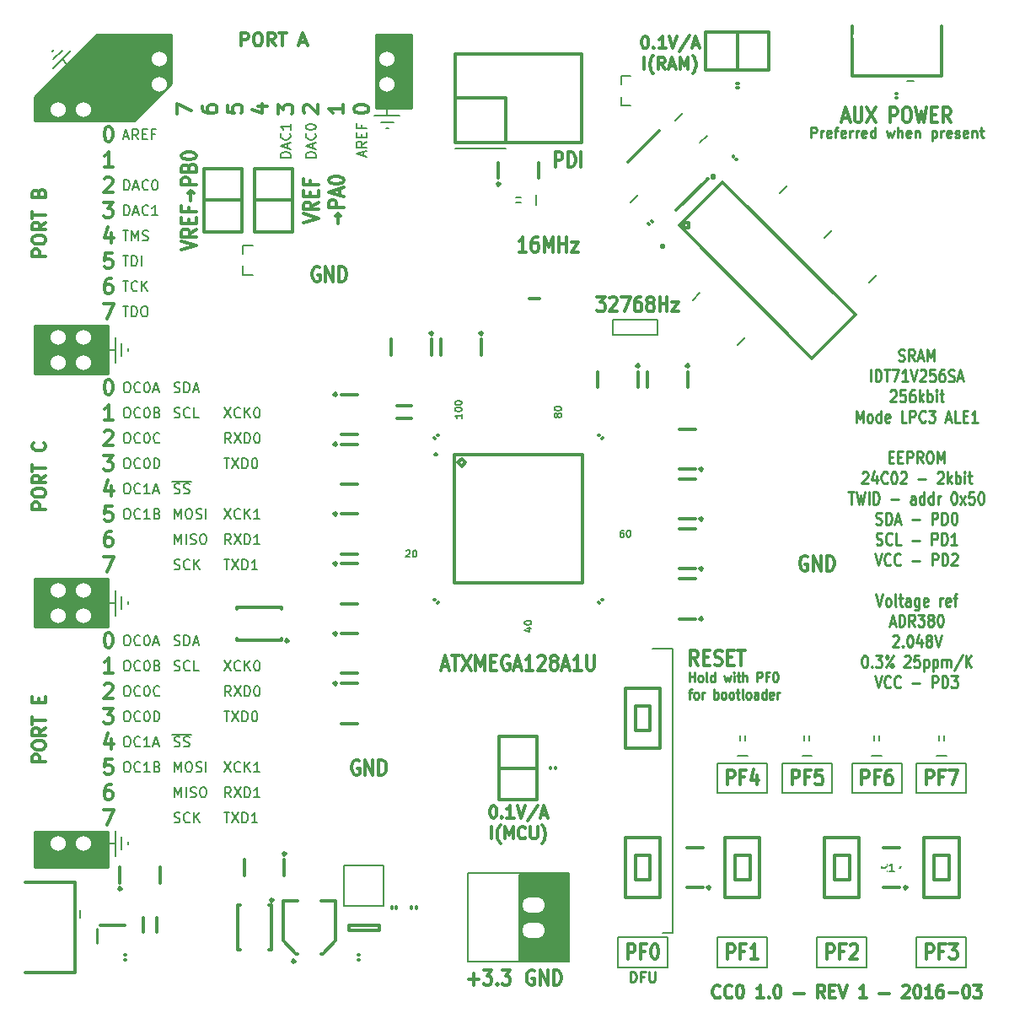
<source format=gto>
G04 #@! TF.FileFunction,Legend,Top*
%FSLAX46Y46*%
G04 Gerber Fmt 4.6, Leading zero omitted, Abs format (unit mm)*
G04 Created by KiCad (PCBNEW (2016-03-18 BZR 6629, Git 60d93d0)-product) date Tue 22 Mar 2016 11:04:14 AM EDT*
%MOMM*%
G01*
G04 APERTURE LIST*
%ADD10C,0.100000*%
%ADD11C,0.250000*%
%ADD12C,0.300000*%
%ADD13C,0.200000*%
%ADD14C,0.150000*%
%ADD15C,0.215000*%
%ADD16C,0.350000*%
%ADD17C,0.254000*%
%ADD18C,0.002540*%
%ADD19R,0.550000X0.950000*%
%ADD20R,1.350000X0.400000*%
%ADD21O,1.750000X1.750000*%
%ADD22O,1.450000X1.250000*%
%ADD23R,0.400000X1.350000*%
%ADD24O,1.250000X1.450000*%
%ADD25O,0.450000X1.450000*%
%ADD26O,2.286000X1.524000*%
%ADD27O,1.524000X2.286000*%
%ADD28O,1.450000X0.450000*%
%ADD29R,1.100000X1.100000*%
%ADD30R,0.900000X1.150000*%
%ADD31R,0.900000X1.300000*%
%ADD32R,0.900000X0.950000*%
%ADD33R,1.600000X2.190000*%
%ADD34C,1.524000*%
%ADD35R,1.200000X0.600000*%
%ADD36C,0.450000*%
%ADD37O,1.500000X0.300000*%
%ADD38O,0.300000X1.500000*%
%ADD39C,0.650000*%
%ADD40R,0.600000X0.650000*%
%ADD41R,1.524000X2.286000*%
%ADD42R,0.800100X0.899160*%
%ADD43R,1.400000X1.200000*%
%ADD44R,0.650000X0.600000*%
%ADD45R,1.300000X0.900000*%
%ADD46R,1.300000X0.800000*%
%ADD47R,0.600000X1.100000*%
%ADD48R,1.000000X2.700000*%
%ADD49R,0.950000X0.900000*%
%ADD50R,4.700000X3.430000*%
%ADD51R,0.899160X0.800100*%
%ADD52R,1.800000X1.050000*%
%ADD53R,1.050000X1.800000*%
%ADD54R,0.950000X0.550000*%
%ADD55R,1.600000X3.000000*%
%ADD56R,1.000000X0.850000*%
%ADD57R,0.850000X1.000000*%
%ADD58C,1.200000*%
%ADD59C,3.500000*%
%ADD60R,0.600000X0.600000*%
G04 APERTURE END LIST*
D10*
D11*
X79404760Y-11702381D02*
X79404760Y-10702381D01*
X79785713Y-10702381D01*
X79880951Y-10750000D01*
X79928570Y-10797619D01*
X79976189Y-10892857D01*
X79976189Y-11035714D01*
X79928570Y-11130952D01*
X79880951Y-11178571D01*
X79785713Y-11226190D01*
X79404760Y-11226190D01*
X80404760Y-11702381D02*
X80404760Y-11035714D01*
X80404760Y-11226190D02*
X80452379Y-11130952D01*
X80499998Y-11083333D01*
X80595236Y-11035714D01*
X80690475Y-11035714D01*
X81404761Y-11654762D02*
X81309523Y-11702381D01*
X81119046Y-11702381D01*
X81023808Y-11654762D01*
X80976189Y-11559524D01*
X80976189Y-11178571D01*
X81023808Y-11083333D01*
X81119046Y-11035714D01*
X81309523Y-11035714D01*
X81404761Y-11083333D01*
X81452380Y-11178571D01*
X81452380Y-11273810D01*
X80976189Y-11369048D01*
X81738094Y-11035714D02*
X82119046Y-11035714D01*
X81880951Y-11702381D02*
X81880951Y-10845238D01*
X81928570Y-10750000D01*
X82023808Y-10702381D01*
X82119046Y-10702381D01*
X82833333Y-11654762D02*
X82738095Y-11702381D01*
X82547618Y-11702381D01*
X82452380Y-11654762D01*
X82404761Y-11559524D01*
X82404761Y-11178571D01*
X82452380Y-11083333D01*
X82547618Y-11035714D01*
X82738095Y-11035714D01*
X82833333Y-11083333D01*
X82880952Y-11178571D01*
X82880952Y-11273810D01*
X82404761Y-11369048D01*
X83309523Y-11702381D02*
X83309523Y-11035714D01*
X83309523Y-11226190D02*
X83357142Y-11130952D01*
X83404761Y-11083333D01*
X83499999Y-11035714D01*
X83595238Y-11035714D01*
X83928571Y-11702381D02*
X83928571Y-11035714D01*
X83928571Y-11226190D02*
X83976190Y-11130952D01*
X84023809Y-11083333D01*
X84119047Y-11035714D01*
X84214286Y-11035714D01*
X84928572Y-11654762D02*
X84833334Y-11702381D01*
X84642857Y-11702381D01*
X84547619Y-11654762D01*
X84500000Y-11559524D01*
X84500000Y-11178571D01*
X84547619Y-11083333D01*
X84642857Y-11035714D01*
X84833334Y-11035714D01*
X84928572Y-11083333D01*
X84976191Y-11178571D01*
X84976191Y-11273810D01*
X84500000Y-11369048D01*
X85833334Y-11702381D02*
X85833334Y-10702381D01*
X85833334Y-11654762D02*
X85738096Y-11702381D01*
X85547619Y-11702381D01*
X85452381Y-11654762D01*
X85404762Y-11607143D01*
X85357143Y-11511905D01*
X85357143Y-11226190D01*
X85404762Y-11130952D01*
X85452381Y-11083333D01*
X85547619Y-11035714D01*
X85738096Y-11035714D01*
X85833334Y-11083333D01*
X86976191Y-11035714D02*
X87166667Y-11702381D01*
X87357144Y-11226190D01*
X87547620Y-11702381D01*
X87738096Y-11035714D01*
X88119048Y-11702381D02*
X88119048Y-10702381D01*
X88547620Y-11702381D02*
X88547620Y-11178571D01*
X88500001Y-11083333D01*
X88404763Y-11035714D01*
X88261905Y-11035714D01*
X88166667Y-11083333D01*
X88119048Y-11130952D01*
X89404763Y-11654762D02*
X89309525Y-11702381D01*
X89119048Y-11702381D01*
X89023810Y-11654762D01*
X88976191Y-11559524D01*
X88976191Y-11178571D01*
X89023810Y-11083333D01*
X89119048Y-11035714D01*
X89309525Y-11035714D01*
X89404763Y-11083333D01*
X89452382Y-11178571D01*
X89452382Y-11273810D01*
X88976191Y-11369048D01*
X89880953Y-11035714D02*
X89880953Y-11702381D01*
X89880953Y-11130952D02*
X89928572Y-11083333D01*
X90023810Y-11035714D01*
X90166668Y-11035714D01*
X90261906Y-11083333D01*
X90309525Y-11178571D01*
X90309525Y-11702381D01*
X91547620Y-11035714D02*
X91547620Y-12035714D01*
X91547620Y-11083333D02*
X91642858Y-11035714D01*
X91833335Y-11035714D01*
X91928573Y-11083333D01*
X91976192Y-11130952D01*
X92023811Y-11226190D01*
X92023811Y-11511905D01*
X91976192Y-11607143D01*
X91928573Y-11654762D01*
X91833335Y-11702381D01*
X91642858Y-11702381D01*
X91547620Y-11654762D01*
X92452382Y-11702381D02*
X92452382Y-11035714D01*
X92452382Y-11226190D02*
X92500001Y-11130952D01*
X92547620Y-11083333D01*
X92642858Y-11035714D01*
X92738097Y-11035714D01*
X93452383Y-11654762D02*
X93357145Y-11702381D01*
X93166668Y-11702381D01*
X93071430Y-11654762D01*
X93023811Y-11559524D01*
X93023811Y-11178571D01*
X93071430Y-11083333D01*
X93166668Y-11035714D01*
X93357145Y-11035714D01*
X93452383Y-11083333D01*
X93500002Y-11178571D01*
X93500002Y-11273810D01*
X93023811Y-11369048D01*
X93880954Y-11654762D02*
X93976192Y-11702381D01*
X94166668Y-11702381D01*
X94261907Y-11654762D01*
X94309526Y-11559524D01*
X94309526Y-11511905D01*
X94261907Y-11416667D01*
X94166668Y-11369048D01*
X94023811Y-11369048D01*
X93928573Y-11321429D01*
X93880954Y-11226190D01*
X93880954Y-11178571D01*
X93928573Y-11083333D01*
X94023811Y-11035714D01*
X94166668Y-11035714D01*
X94261907Y-11083333D01*
X95119050Y-11654762D02*
X95023812Y-11702381D01*
X94833335Y-11702381D01*
X94738097Y-11654762D01*
X94690478Y-11559524D01*
X94690478Y-11178571D01*
X94738097Y-11083333D01*
X94833335Y-11035714D01*
X95023812Y-11035714D01*
X95119050Y-11083333D01*
X95166669Y-11178571D01*
X95166669Y-11273810D01*
X94690478Y-11369048D01*
X95595240Y-11035714D02*
X95595240Y-11702381D01*
X95595240Y-11130952D02*
X95642859Y-11083333D01*
X95738097Y-11035714D01*
X95880955Y-11035714D01*
X95976193Y-11083333D01*
X96023812Y-11178571D01*
X96023812Y-11702381D01*
X96357145Y-11035714D02*
X96738097Y-11035714D01*
X96500002Y-10702381D02*
X96500002Y-11559524D01*
X96547621Y-11654762D01*
X96642859Y-11702381D01*
X96738097Y-11702381D01*
D12*
X82583334Y-9750000D02*
X83202382Y-9750000D01*
X82459525Y-10178571D02*
X82892858Y-8678571D01*
X83326191Y-10178571D01*
X83759525Y-8678571D02*
X83759525Y-9892857D01*
X83821430Y-10035714D01*
X83883334Y-10107143D01*
X84007144Y-10178571D01*
X84254763Y-10178571D01*
X84378572Y-10107143D01*
X84440477Y-10035714D01*
X84502382Y-9892857D01*
X84502382Y-8678571D01*
X84997620Y-8678571D02*
X85864287Y-10178571D01*
X85864287Y-8678571D02*
X84997620Y-10178571D01*
X87350001Y-10178571D02*
X87350001Y-8678571D01*
X87845239Y-8678571D01*
X87969048Y-8750000D01*
X88030953Y-8821429D01*
X88092858Y-8964286D01*
X88092858Y-9178571D01*
X88030953Y-9321429D01*
X87969048Y-9392857D01*
X87845239Y-9464286D01*
X87350001Y-9464286D01*
X88897620Y-8678571D02*
X89145239Y-8678571D01*
X89269048Y-8750000D01*
X89392858Y-8892857D01*
X89454763Y-9178571D01*
X89454763Y-9678571D01*
X89392858Y-9964286D01*
X89269048Y-10107143D01*
X89145239Y-10178571D01*
X88897620Y-10178571D01*
X88773810Y-10107143D01*
X88650001Y-9964286D01*
X88588096Y-9678571D01*
X88588096Y-9178571D01*
X88650001Y-8892857D01*
X88773810Y-8750000D01*
X88897620Y-8678571D01*
X89888096Y-8678571D02*
X90197620Y-10178571D01*
X90445239Y-9107143D01*
X90692858Y-10178571D01*
X91002382Y-8678571D01*
X91497620Y-9392857D02*
X91930953Y-9392857D01*
X92116667Y-10178571D02*
X91497620Y-10178571D01*
X91497620Y-8678571D01*
X92116667Y-8678571D01*
X93416667Y-10178571D02*
X92983334Y-9464286D01*
X92673810Y-10178571D02*
X92673810Y-8678571D01*
X93169048Y-8678571D01*
X93292857Y-8750000D01*
X93354762Y-8821429D01*
X93416667Y-8964286D01*
X93416667Y-9178571D01*
X93354762Y-9321429D01*
X93292857Y-9392857D01*
X93169048Y-9464286D01*
X92673810Y-9464286D01*
X45022143Y-96207143D02*
X46012619Y-96207143D01*
X45517381Y-96778571D02*
X45517381Y-95635714D01*
X46507857Y-95278571D02*
X47312619Y-95278571D01*
X46879286Y-95850000D01*
X47065000Y-95850000D01*
X47188810Y-95921429D01*
X47250714Y-95992857D01*
X47312619Y-96135714D01*
X47312619Y-96492857D01*
X47250714Y-96635714D01*
X47188810Y-96707143D01*
X47065000Y-96778571D01*
X46693572Y-96778571D01*
X46569762Y-96707143D01*
X46507857Y-96635714D01*
X47869762Y-96635714D02*
X47931667Y-96707143D01*
X47869762Y-96778571D01*
X47807857Y-96707143D01*
X47869762Y-96635714D01*
X47869762Y-96778571D01*
X48365000Y-95278571D02*
X49169762Y-95278571D01*
X48736429Y-95850000D01*
X48922143Y-95850000D01*
X49045953Y-95921429D01*
X49107857Y-95992857D01*
X49169762Y-96135714D01*
X49169762Y-96492857D01*
X49107857Y-96635714D01*
X49045953Y-96707143D01*
X48922143Y-96778571D01*
X48550715Y-96778571D01*
X48426905Y-96707143D01*
X48365000Y-96635714D01*
D11*
X88214286Y-34085714D02*
X88357143Y-34142857D01*
X88595239Y-34142857D01*
X88690477Y-34085714D01*
X88738096Y-34028571D01*
X88785715Y-33914286D01*
X88785715Y-33800000D01*
X88738096Y-33685714D01*
X88690477Y-33628571D01*
X88595239Y-33571429D01*
X88404762Y-33514286D01*
X88309524Y-33457143D01*
X88261905Y-33400000D01*
X88214286Y-33285714D01*
X88214286Y-33171429D01*
X88261905Y-33057143D01*
X88309524Y-33000000D01*
X88404762Y-32942857D01*
X88642858Y-32942857D01*
X88785715Y-33000000D01*
X89785715Y-34142857D02*
X89452381Y-33571429D01*
X89214286Y-34142857D02*
X89214286Y-32942857D01*
X89595239Y-32942857D01*
X89690477Y-33000000D01*
X89738096Y-33057143D01*
X89785715Y-33171429D01*
X89785715Y-33342857D01*
X89738096Y-33457143D01*
X89690477Y-33514286D01*
X89595239Y-33571429D01*
X89214286Y-33571429D01*
X90166667Y-33800000D02*
X90642858Y-33800000D01*
X90071429Y-34142857D02*
X90404762Y-32942857D01*
X90738096Y-34142857D01*
X91071429Y-34142857D02*
X91071429Y-32942857D01*
X91404763Y-33800000D01*
X91738096Y-32942857D01*
X91738096Y-34142857D01*
X85404762Y-36192857D02*
X85404762Y-34992857D01*
X85880952Y-36192857D02*
X85880952Y-34992857D01*
X86119047Y-34992857D01*
X86261905Y-35050000D01*
X86357143Y-35164286D01*
X86404762Y-35278571D01*
X86452381Y-35507143D01*
X86452381Y-35678571D01*
X86404762Y-35907143D01*
X86357143Y-36021429D01*
X86261905Y-36135714D01*
X86119047Y-36192857D01*
X85880952Y-36192857D01*
X86738095Y-34992857D02*
X87309524Y-34992857D01*
X87023809Y-36192857D02*
X87023809Y-34992857D01*
X87547619Y-34992857D02*
X88214286Y-34992857D01*
X87785714Y-36192857D01*
X89119048Y-36192857D02*
X88547619Y-36192857D01*
X88833333Y-36192857D02*
X88833333Y-34992857D01*
X88738095Y-35164286D01*
X88642857Y-35278571D01*
X88547619Y-35335714D01*
X89404762Y-34992857D02*
X89738095Y-36192857D01*
X90071429Y-34992857D01*
X90357143Y-35107143D02*
X90404762Y-35050000D01*
X90500000Y-34992857D01*
X90738096Y-34992857D01*
X90833334Y-35050000D01*
X90880953Y-35107143D01*
X90928572Y-35221429D01*
X90928572Y-35335714D01*
X90880953Y-35507143D01*
X90309524Y-36192857D01*
X90928572Y-36192857D01*
X91833334Y-34992857D02*
X91357143Y-34992857D01*
X91309524Y-35564286D01*
X91357143Y-35507143D01*
X91452381Y-35450000D01*
X91690477Y-35450000D01*
X91785715Y-35507143D01*
X91833334Y-35564286D01*
X91880953Y-35678571D01*
X91880953Y-35964286D01*
X91833334Y-36078571D01*
X91785715Y-36135714D01*
X91690477Y-36192857D01*
X91452381Y-36192857D01*
X91357143Y-36135714D01*
X91309524Y-36078571D01*
X92738096Y-34992857D02*
X92547619Y-34992857D01*
X92452381Y-35050000D01*
X92404762Y-35107143D01*
X92309524Y-35278571D01*
X92261905Y-35507143D01*
X92261905Y-35964286D01*
X92309524Y-36078571D01*
X92357143Y-36135714D01*
X92452381Y-36192857D01*
X92642858Y-36192857D01*
X92738096Y-36135714D01*
X92785715Y-36078571D01*
X92833334Y-35964286D01*
X92833334Y-35678571D01*
X92785715Y-35564286D01*
X92738096Y-35507143D01*
X92642858Y-35450000D01*
X92452381Y-35450000D01*
X92357143Y-35507143D01*
X92309524Y-35564286D01*
X92261905Y-35678571D01*
X93214286Y-36135714D02*
X93357143Y-36192857D01*
X93595239Y-36192857D01*
X93690477Y-36135714D01*
X93738096Y-36078571D01*
X93785715Y-35964286D01*
X93785715Y-35850000D01*
X93738096Y-35735714D01*
X93690477Y-35678571D01*
X93595239Y-35621429D01*
X93404762Y-35564286D01*
X93309524Y-35507143D01*
X93261905Y-35450000D01*
X93214286Y-35335714D01*
X93214286Y-35221429D01*
X93261905Y-35107143D01*
X93309524Y-35050000D01*
X93404762Y-34992857D01*
X93642858Y-34992857D01*
X93785715Y-35050000D01*
X94166667Y-35850000D02*
X94642858Y-35850000D01*
X94071429Y-36192857D02*
X94404762Y-34992857D01*
X94738096Y-36192857D01*
X87380952Y-37157143D02*
X87428571Y-37100000D01*
X87523809Y-37042857D01*
X87761905Y-37042857D01*
X87857143Y-37100000D01*
X87904762Y-37157143D01*
X87952381Y-37271429D01*
X87952381Y-37385714D01*
X87904762Y-37557143D01*
X87333333Y-38242857D01*
X87952381Y-38242857D01*
X88857143Y-37042857D02*
X88380952Y-37042857D01*
X88333333Y-37614286D01*
X88380952Y-37557143D01*
X88476190Y-37500000D01*
X88714286Y-37500000D01*
X88809524Y-37557143D01*
X88857143Y-37614286D01*
X88904762Y-37728571D01*
X88904762Y-38014286D01*
X88857143Y-38128571D01*
X88809524Y-38185714D01*
X88714286Y-38242857D01*
X88476190Y-38242857D01*
X88380952Y-38185714D01*
X88333333Y-38128571D01*
X89761905Y-37042857D02*
X89571428Y-37042857D01*
X89476190Y-37100000D01*
X89428571Y-37157143D01*
X89333333Y-37328571D01*
X89285714Y-37557143D01*
X89285714Y-38014286D01*
X89333333Y-38128571D01*
X89380952Y-38185714D01*
X89476190Y-38242857D01*
X89666667Y-38242857D01*
X89761905Y-38185714D01*
X89809524Y-38128571D01*
X89857143Y-38014286D01*
X89857143Y-37728571D01*
X89809524Y-37614286D01*
X89761905Y-37557143D01*
X89666667Y-37500000D01*
X89476190Y-37500000D01*
X89380952Y-37557143D01*
X89333333Y-37614286D01*
X89285714Y-37728571D01*
X90285714Y-38242857D02*
X90285714Y-37042857D01*
X90380952Y-37785714D02*
X90666667Y-38242857D01*
X90666667Y-37442857D02*
X90285714Y-37900000D01*
X91095238Y-38242857D02*
X91095238Y-37042857D01*
X91095238Y-37500000D02*
X91190476Y-37442857D01*
X91380953Y-37442857D01*
X91476191Y-37500000D01*
X91523810Y-37557143D01*
X91571429Y-37671429D01*
X91571429Y-38014286D01*
X91523810Y-38128571D01*
X91476191Y-38185714D01*
X91380953Y-38242857D01*
X91190476Y-38242857D01*
X91095238Y-38185714D01*
X92000000Y-38242857D02*
X92000000Y-37442857D01*
X92000000Y-37042857D02*
X91952381Y-37100000D01*
X92000000Y-37157143D01*
X92047619Y-37100000D01*
X92000000Y-37042857D01*
X92000000Y-37157143D01*
X92333333Y-37442857D02*
X92714285Y-37442857D01*
X92476190Y-37042857D02*
X92476190Y-38071429D01*
X92523809Y-38185714D01*
X92619047Y-38242857D01*
X92714285Y-38242857D01*
X83928571Y-40292857D02*
X83928571Y-39092857D01*
X84261905Y-39950000D01*
X84595238Y-39092857D01*
X84595238Y-40292857D01*
X85214285Y-40292857D02*
X85119047Y-40235714D01*
X85071428Y-40178571D01*
X85023809Y-40064286D01*
X85023809Y-39721429D01*
X85071428Y-39607143D01*
X85119047Y-39550000D01*
X85214285Y-39492857D01*
X85357143Y-39492857D01*
X85452381Y-39550000D01*
X85500000Y-39607143D01*
X85547619Y-39721429D01*
X85547619Y-40064286D01*
X85500000Y-40178571D01*
X85452381Y-40235714D01*
X85357143Y-40292857D01*
X85214285Y-40292857D01*
X86404762Y-40292857D02*
X86404762Y-39092857D01*
X86404762Y-40235714D02*
X86309524Y-40292857D01*
X86119047Y-40292857D01*
X86023809Y-40235714D01*
X85976190Y-40178571D01*
X85928571Y-40064286D01*
X85928571Y-39721429D01*
X85976190Y-39607143D01*
X86023809Y-39550000D01*
X86119047Y-39492857D01*
X86309524Y-39492857D01*
X86404762Y-39550000D01*
X87261905Y-40235714D02*
X87166667Y-40292857D01*
X86976190Y-40292857D01*
X86880952Y-40235714D01*
X86833333Y-40121429D01*
X86833333Y-39664286D01*
X86880952Y-39550000D01*
X86976190Y-39492857D01*
X87166667Y-39492857D01*
X87261905Y-39550000D01*
X87309524Y-39664286D01*
X87309524Y-39778571D01*
X86833333Y-39892857D01*
X88976191Y-40292857D02*
X88500000Y-40292857D01*
X88500000Y-39092857D01*
X89309524Y-40292857D02*
X89309524Y-39092857D01*
X89690477Y-39092857D01*
X89785715Y-39150000D01*
X89833334Y-39207143D01*
X89880953Y-39321429D01*
X89880953Y-39492857D01*
X89833334Y-39607143D01*
X89785715Y-39664286D01*
X89690477Y-39721429D01*
X89309524Y-39721429D01*
X90880953Y-40178571D02*
X90833334Y-40235714D01*
X90690477Y-40292857D01*
X90595239Y-40292857D01*
X90452381Y-40235714D01*
X90357143Y-40121429D01*
X90309524Y-40007143D01*
X90261905Y-39778571D01*
X90261905Y-39607143D01*
X90309524Y-39378571D01*
X90357143Y-39264286D01*
X90452381Y-39150000D01*
X90595239Y-39092857D01*
X90690477Y-39092857D01*
X90833334Y-39150000D01*
X90880953Y-39207143D01*
X91214286Y-39092857D02*
X91833334Y-39092857D01*
X91500000Y-39550000D01*
X91642858Y-39550000D01*
X91738096Y-39607143D01*
X91785715Y-39664286D01*
X91833334Y-39778571D01*
X91833334Y-40064286D01*
X91785715Y-40178571D01*
X91738096Y-40235714D01*
X91642858Y-40292857D01*
X91357143Y-40292857D01*
X91261905Y-40235714D01*
X91214286Y-40178571D01*
X92976191Y-39950000D02*
X93452382Y-39950000D01*
X92880953Y-40292857D02*
X93214286Y-39092857D01*
X93547620Y-40292857D01*
X94357144Y-40292857D02*
X93880953Y-40292857D01*
X93880953Y-39092857D01*
X94690477Y-39664286D02*
X95023811Y-39664286D01*
X95166668Y-40292857D02*
X94690477Y-40292857D01*
X94690477Y-39092857D01*
X95166668Y-39092857D01*
X96119049Y-40292857D02*
X95547620Y-40292857D01*
X95833334Y-40292857D02*
X95833334Y-39092857D01*
X95738096Y-39264286D01*
X95642858Y-39378571D01*
X95547620Y-39435714D01*
X87238095Y-43764286D02*
X87571429Y-43764286D01*
X87714286Y-44392857D02*
X87238095Y-44392857D01*
X87238095Y-43192857D01*
X87714286Y-43192857D01*
X88142857Y-43764286D02*
X88476191Y-43764286D01*
X88619048Y-44392857D02*
X88142857Y-44392857D01*
X88142857Y-43192857D01*
X88619048Y-43192857D01*
X89047619Y-44392857D02*
X89047619Y-43192857D01*
X89428572Y-43192857D01*
X89523810Y-43250000D01*
X89571429Y-43307143D01*
X89619048Y-43421429D01*
X89619048Y-43592857D01*
X89571429Y-43707143D01*
X89523810Y-43764286D01*
X89428572Y-43821429D01*
X89047619Y-43821429D01*
X90619048Y-44392857D02*
X90285714Y-43821429D01*
X90047619Y-44392857D02*
X90047619Y-43192857D01*
X90428572Y-43192857D01*
X90523810Y-43250000D01*
X90571429Y-43307143D01*
X90619048Y-43421429D01*
X90619048Y-43592857D01*
X90571429Y-43707143D01*
X90523810Y-43764286D01*
X90428572Y-43821429D01*
X90047619Y-43821429D01*
X91238095Y-43192857D02*
X91428572Y-43192857D01*
X91523810Y-43250000D01*
X91619048Y-43364286D01*
X91666667Y-43592857D01*
X91666667Y-43992857D01*
X91619048Y-44221429D01*
X91523810Y-44335714D01*
X91428572Y-44392857D01*
X91238095Y-44392857D01*
X91142857Y-44335714D01*
X91047619Y-44221429D01*
X91000000Y-43992857D01*
X91000000Y-43592857D01*
X91047619Y-43364286D01*
X91142857Y-43250000D01*
X91238095Y-43192857D01*
X92095238Y-44392857D02*
X92095238Y-43192857D01*
X92428572Y-44050000D01*
X92761905Y-43192857D01*
X92761905Y-44392857D01*
X84547619Y-45357143D02*
X84595238Y-45300000D01*
X84690476Y-45242857D01*
X84928572Y-45242857D01*
X85023810Y-45300000D01*
X85071429Y-45357143D01*
X85119048Y-45471429D01*
X85119048Y-45585714D01*
X85071429Y-45757143D01*
X84500000Y-46442857D01*
X85119048Y-46442857D01*
X85976191Y-45642857D02*
X85976191Y-46442857D01*
X85738095Y-45185714D02*
X85500000Y-46042857D01*
X86119048Y-46042857D01*
X87071429Y-46328571D02*
X87023810Y-46385714D01*
X86880953Y-46442857D01*
X86785715Y-46442857D01*
X86642857Y-46385714D01*
X86547619Y-46271429D01*
X86500000Y-46157143D01*
X86452381Y-45928571D01*
X86452381Y-45757143D01*
X86500000Y-45528571D01*
X86547619Y-45414286D01*
X86642857Y-45300000D01*
X86785715Y-45242857D01*
X86880953Y-45242857D01*
X87023810Y-45300000D01*
X87071429Y-45357143D01*
X87690476Y-45242857D02*
X87785715Y-45242857D01*
X87880953Y-45300000D01*
X87928572Y-45357143D01*
X87976191Y-45471429D01*
X88023810Y-45700000D01*
X88023810Y-45985714D01*
X87976191Y-46214286D01*
X87928572Y-46328571D01*
X87880953Y-46385714D01*
X87785715Y-46442857D01*
X87690476Y-46442857D01*
X87595238Y-46385714D01*
X87547619Y-46328571D01*
X87500000Y-46214286D01*
X87452381Y-45985714D01*
X87452381Y-45700000D01*
X87500000Y-45471429D01*
X87547619Y-45357143D01*
X87595238Y-45300000D01*
X87690476Y-45242857D01*
X88404762Y-45357143D02*
X88452381Y-45300000D01*
X88547619Y-45242857D01*
X88785715Y-45242857D01*
X88880953Y-45300000D01*
X88928572Y-45357143D01*
X88976191Y-45471429D01*
X88976191Y-45585714D01*
X88928572Y-45757143D01*
X88357143Y-46442857D01*
X88976191Y-46442857D01*
X90166667Y-45985714D02*
X90928572Y-45985714D01*
X92119048Y-45357143D02*
X92166667Y-45300000D01*
X92261905Y-45242857D01*
X92500001Y-45242857D01*
X92595239Y-45300000D01*
X92642858Y-45357143D01*
X92690477Y-45471429D01*
X92690477Y-45585714D01*
X92642858Y-45757143D01*
X92071429Y-46442857D01*
X92690477Y-46442857D01*
X93119048Y-46442857D02*
X93119048Y-45242857D01*
X93214286Y-45985714D02*
X93500001Y-46442857D01*
X93500001Y-45642857D02*
X93119048Y-46100000D01*
X93928572Y-46442857D02*
X93928572Y-45242857D01*
X93928572Y-45700000D02*
X94023810Y-45642857D01*
X94214287Y-45642857D01*
X94309525Y-45700000D01*
X94357144Y-45757143D01*
X94404763Y-45871429D01*
X94404763Y-46214286D01*
X94357144Y-46328571D01*
X94309525Y-46385714D01*
X94214287Y-46442857D01*
X94023810Y-46442857D01*
X93928572Y-46385714D01*
X94833334Y-46442857D02*
X94833334Y-45642857D01*
X94833334Y-45242857D02*
X94785715Y-45300000D01*
X94833334Y-45357143D01*
X94880953Y-45300000D01*
X94833334Y-45242857D01*
X94833334Y-45357143D01*
X95166667Y-45642857D02*
X95547619Y-45642857D01*
X95309524Y-45242857D02*
X95309524Y-46271429D01*
X95357143Y-46385714D01*
X95452381Y-46442857D01*
X95547619Y-46442857D01*
X83142857Y-47292857D02*
X83714286Y-47292857D01*
X83428571Y-48492857D02*
X83428571Y-47292857D01*
X83952381Y-47292857D02*
X84190476Y-48492857D01*
X84380953Y-47635714D01*
X84571429Y-48492857D01*
X84809524Y-47292857D01*
X85190476Y-48492857D02*
X85190476Y-47292857D01*
X85666666Y-48492857D02*
X85666666Y-47292857D01*
X85904761Y-47292857D01*
X86047619Y-47350000D01*
X86142857Y-47464286D01*
X86190476Y-47578571D01*
X86238095Y-47807143D01*
X86238095Y-47978571D01*
X86190476Y-48207143D01*
X86142857Y-48321429D01*
X86047619Y-48435714D01*
X85904761Y-48492857D01*
X85666666Y-48492857D01*
X87428571Y-48035714D02*
X88190476Y-48035714D01*
X89857143Y-48492857D02*
X89857143Y-47864286D01*
X89809524Y-47750000D01*
X89714286Y-47692857D01*
X89523809Y-47692857D01*
X89428571Y-47750000D01*
X89857143Y-48435714D02*
X89761905Y-48492857D01*
X89523809Y-48492857D01*
X89428571Y-48435714D01*
X89380952Y-48321429D01*
X89380952Y-48207143D01*
X89428571Y-48092857D01*
X89523809Y-48035714D01*
X89761905Y-48035714D01*
X89857143Y-47978571D01*
X90761905Y-48492857D02*
X90761905Y-47292857D01*
X90761905Y-48435714D02*
X90666667Y-48492857D01*
X90476190Y-48492857D01*
X90380952Y-48435714D01*
X90333333Y-48378571D01*
X90285714Y-48264286D01*
X90285714Y-47921429D01*
X90333333Y-47807143D01*
X90380952Y-47750000D01*
X90476190Y-47692857D01*
X90666667Y-47692857D01*
X90761905Y-47750000D01*
X91666667Y-48492857D02*
X91666667Y-47292857D01*
X91666667Y-48435714D02*
X91571429Y-48492857D01*
X91380952Y-48492857D01*
X91285714Y-48435714D01*
X91238095Y-48378571D01*
X91190476Y-48264286D01*
X91190476Y-47921429D01*
X91238095Y-47807143D01*
X91285714Y-47750000D01*
X91380952Y-47692857D01*
X91571429Y-47692857D01*
X91666667Y-47750000D01*
X92142857Y-48492857D02*
X92142857Y-47692857D01*
X92142857Y-47921429D02*
X92190476Y-47807143D01*
X92238095Y-47750000D01*
X92333333Y-47692857D01*
X92428572Y-47692857D01*
X93714286Y-47292857D02*
X93809525Y-47292857D01*
X93904763Y-47350000D01*
X93952382Y-47407143D01*
X94000001Y-47521429D01*
X94047620Y-47750000D01*
X94047620Y-48035714D01*
X94000001Y-48264286D01*
X93952382Y-48378571D01*
X93904763Y-48435714D01*
X93809525Y-48492857D01*
X93714286Y-48492857D01*
X93619048Y-48435714D01*
X93571429Y-48378571D01*
X93523810Y-48264286D01*
X93476191Y-48035714D01*
X93476191Y-47750000D01*
X93523810Y-47521429D01*
X93571429Y-47407143D01*
X93619048Y-47350000D01*
X93714286Y-47292857D01*
X94380953Y-48492857D02*
X94904763Y-47692857D01*
X94380953Y-47692857D02*
X94904763Y-48492857D01*
X95761906Y-47292857D02*
X95285715Y-47292857D01*
X95238096Y-47864286D01*
X95285715Y-47807143D01*
X95380953Y-47750000D01*
X95619049Y-47750000D01*
X95714287Y-47807143D01*
X95761906Y-47864286D01*
X95809525Y-47978571D01*
X95809525Y-48264286D01*
X95761906Y-48378571D01*
X95714287Y-48435714D01*
X95619049Y-48492857D01*
X95380953Y-48492857D01*
X95285715Y-48435714D01*
X95238096Y-48378571D01*
X96428572Y-47292857D02*
X96523811Y-47292857D01*
X96619049Y-47350000D01*
X96666668Y-47407143D01*
X96714287Y-47521429D01*
X96761906Y-47750000D01*
X96761906Y-48035714D01*
X96714287Y-48264286D01*
X96666668Y-48378571D01*
X96619049Y-48435714D01*
X96523811Y-48492857D01*
X96428572Y-48492857D01*
X96333334Y-48435714D01*
X96285715Y-48378571D01*
X96238096Y-48264286D01*
X96190477Y-48035714D01*
X96190477Y-47750000D01*
X96238096Y-47521429D01*
X96285715Y-47407143D01*
X96333334Y-47350000D01*
X96428572Y-47292857D01*
X85928571Y-50485714D02*
X86071428Y-50542857D01*
X86309524Y-50542857D01*
X86404762Y-50485714D01*
X86452381Y-50428571D01*
X86500000Y-50314286D01*
X86500000Y-50200000D01*
X86452381Y-50085714D01*
X86404762Y-50028571D01*
X86309524Y-49971429D01*
X86119047Y-49914286D01*
X86023809Y-49857143D01*
X85976190Y-49800000D01*
X85928571Y-49685714D01*
X85928571Y-49571429D01*
X85976190Y-49457143D01*
X86023809Y-49400000D01*
X86119047Y-49342857D01*
X86357143Y-49342857D01*
X86500000Y-49400000D01*
X86928571Y-50542857D02*
X86928571Y-49342857D01*
X87166666Y-49342857D01*
X87309524Y-49400000D01*
X87404762Y-49514286D01*
X87452381Y-49628571D01*
X87500000Y-49857143D01*
X87500000Y-50028571D01*
X87452381Y-50257143D01*
X87404762Y-50371429D01*
X87309524Y-50485714D01*
X87166666Y-50542857D01*
X86928571Y-50542857D01*
X87880952Y-50200000D02*
X88357143Y-50200000D01*
X87785714Y-50542857D02*
X88119047Y-49342857D01*
X88452381Y-50542857D01*
X89547619Y-50085714D02*
X90309524Y-50085714D01*
X91547619Y-50542857D02*
X91547619Y-49342857D01*
X91928572Y-49342857D01*
X92023810Y-49400000D01*
X92071429Y-49457143D01*
X92119048Y-49571429D01*
X92119048Y-49742857D01*
X92071429Y-49857143D01*
X92023810Y-49914286D01*
X91928572Y-49971429D01*
X91547619Y-49971429D01*
X92547619Y-50542857D02*
X92547619Y-49342857D01*
X92785714Y-49342857D01*
X92928572Y-49400000D01*
X93023810Y-49514286D01*
X93071429Y-49628571D01*
X93119048Y-49857143D01*
X93119048Y-50028571D01*
X93071429Y-50257143D01*
X93023810Y-50371429D01*
X92928572Y-50485714D01*
X92785714Y-50542857D01*
X92547619Y-50542857D01*
X93738095Y-49342857D02*
X93833334Y-49342857D01*
X93928572Y-49400000D01*
X93976191Y-49457143D01*
X94023810Y-49571429D01*
X94071429Y-49800000D01*
X94071429Y-50085714D01*
X94023810Y-50314286D01*
X93976191Y-50428571D01*
X93928572Y-50485714D01*
X93833334Y-50542857D01*
X93738095Y-50542857D01*
X93642857Y-50485714D01*
X93595238Y-50428571D01*
X93547619Y-50314286D01*
X93500000Y-50085714D01*
X93500000Y-49800000D01*
X93547619Y-49571429D01*
X93595238Y-49457143D01*
X93642857Y-49400000D01*
X93738095Y-49342857D01*
X85952381Y-52535714D02*
X86095238Y-52592857D01*
X86333334Y-52592857D01*
X86428572Y-52535714D01*
X86476191Y-52478571D01*
X86523810Y-52364286D01*
X86523810Y-52250000D01*
X86476191Y-52135714D01*
X86428572Y-52078571D01*
X86333334Y-52021429D01*
X86142857Y-51964286D01*
X86047619Y-51907143D01*
X86000000Y-51850000D01*
X85952381Y-51735714D01*
X85952381Y-51621429D01*
X86000000Y-51507143D01*
X86047619Y-51450000D01*
X86142857Y-51392857D01*
X86380953Y-51392857D01*
X86523810Y-51450000D01*
X87523810Y-52478571D02*
X87476191Y-52535714D01*
X87333334Y-52592857D01*
X87238096Y-52592857D01*
X87095238Y-52535714D01*
X87000000Y-52421429D01*
X86952381Y-52307143D01*
X86904762Y-52078571D01*
X86904762Y-51907143D01*
X86952381Y-51678571D01*
X87000000Y-51564286D01*
X87095238Y-51450000D01*
X87238096Y-51392857D01*
X87333334Y-51392857D01*
X87476191Y-51450000D01*
X87523810Y-51507143D01*
X88428572Y-52592857D02*
X87952381Y-52592857D01*
X87952381Y-51392857D01*
X89523810Y-52135714D02*
X90285715Y-52135714D01*
X91523810Y-52592857D02*
X91523810Y-51392857D01*
X91904763Y-51392857D01*
X92000001Y-51450000D01*
X92047620Y-51507143D01*
X92095239Y-51621429D01*
X92095239Y-51792857D01*
X92047620Y-51907143D01*
X92000001Y-51964286D01*
X91904763Y-52021429D01*
X91523810Y-52021429D01*
X92523810Y-52592857D02*
X92523810Y-51392857D01*
X92761905Y-51392857D01*
X92904763Y-51450000D01*
X93000001Y-51564286D01*
X93047620Y-51678571D01*
X93095239Y-51907143D01*
X93095239Y-52078571D01*
X93047620Y-52307143D01*
X93000001Y-52421429D01*
X92904763Y-52535714D01*
X92761905Y-52592857D01*
X92523810Y-52592857D01*
X94047620Y-52592857D02*
X93476191Y-52592857D01*
X93761905Y-52592857D02*
X93761905Y-51392857D01*
X93666667Y-51564286D01*
X93571429Y-51678571D01*
X93476191Y-51735714D01*
X85809524Y-53442857D02*
X86142857Y-54642857D01*
X86476191Y-53442857D01*
X87380953Y-54528571D02*
X87333334Y-54585714D01*
X87190477Y-54642857D01*
X87095239Y-54642857D01*
X86952381Y-54585714D01*
X86857143Y-54471429D01*
X86809524Y-54357143D01*
X86761905Y-54128571D01*
X86761905Y-53957143D01*
X86809524Y-53728571D01*
X86857143Y-53614286D01*
X86952381Y-53500000D01*
X87095239Y-53442857D01*
X87190477Y-53442857D01*
X87333334Y-53500000D01*
X87380953Y-53557143D01*
X88380953Y-54528571D02*
X88333334Y-54585714D01*
X88190477Y-54642857D01*
X88095239Y-54642857D01*
X87952381Y-54585714D01*
X87857143Y-54471429D01*
X87809524Y-54357143D01*
X87761905Y-54128571D01*
X87761905Y-53957143D01*
X87809524Y-53728571D01*
X87857143Y-53614286D01*
X87952381Y-53500000D01*
X88095239Y-53442857D01*
X88190477Y-53442857D01*
X88333334Y-53500000D01*
X88380953Y-53557143D01*
X89571429Y-54185714D02*
X90333334Y-54185714D01*
X91571429Y-54642857D02*
X91571429Y-53442857D01*
X91952382Y-53442857D01*
X92047620Y-53500000D01*
X92095239Y-53557143D01*
X92142858Y-53671429D01*
X92142858Y-53842857D01*
X92095239Y-53957143D01*
X92047620Y-54014286D01*
X91952382Y-54071429D01*
X91571429Y-54071429D01*
X92571429Y-54642857D02*
X92571429Y-53442857D01*
X92809524Y-53442857D01*
X92952382Y-53500000D01*
X93047620Y-53614286D01*
X93095239Y-53728571D01*
X93142858Y-53957143D01*
X93142858Y-54128571D01*
X93095239Y-54357143D01*
X93047620Y-54471429D01*
X92952382Y-54585714D01*
X92809524Y-54642857D01*
X92571429Y-54642857D01*
X93523810Y-53557143D02*
X93571429Y-53500000D01*
X93666667Y-53442857D01*
X93904763Y-53442857D01*
X94000001Y-53500000D01*
X94047620Y-53557143D01*
X94095239Y-53671429D01*
X94095239Y-53785714D01*
X94047620Y-53957143D01*
X93476191Y-54642857D01*
X94095239Y-54642857D01*
X85928570Y-57542857D02*
X86261903Y-58742857D01*
X86595237Y-57542857D01*
X87071427Y-58742857D02*
X86976189Y-58685714D01*
X86928570Y-58628571D01*
X86880951Y-58514286D01*
X86880951Y-58171429D01*
X86928570Y-58057143D01*
X86976189Y-58000000D01*
X87071427Y-57942857D01*
X87214285Y-57942857D01*
X87309523Y-58000000D01*
X87357142Y-58057143D01*
X87404761Y-58171429D01*
X87404761Y-58514286D01*
X87357142Y-58628571D01*
X87309523Y-58685714D01*
X87214285Y-58742857D01*
X87071427Y-58742857D01*
X87976189Y-58742857D02*
X87880951Y-58685714D01*
X87833332Y-58571429D01*
X87833332Y-57542857D01*
X88214285Y-57942857D02*
X88595237Y-57942857D01*
X88357142Y-57542857D02*
X88357142Y-58571429D01*
X88404761Y-58685714D01*
X88499999Y-58742857D01*
X88595237Y-58742857D01*
X89357143Y-58742857D02*
X89357143Y-58114286D01*
X89309524Y-58000000D01*
X89214286Y-57942857D01*
X89023809Y-57942857D01*
X88928571Y-58000000D01*
X89357143Y-58685714D02*
X89261905Y-58742857D01*
X89023809Y-58742857D01*
X88928571Y-58685714D01*
X88880952Y-58571429D01*
X88880952Y-58457143D01*
X88928571Y-58342857D01*
X89023809Y-58285714D01*
X89261905Y-58285714D01*
X89357143Y-58228571D01*
X90261905Y-57942857D02*
X90261905Y-58914286D01*
X90214286Y-59028571D01*
X90166667Y-59085714D01*
X90071428Y-59142857D01*
X89928571Y-59142857D01*
X89833333Y-59085714D01*
X90261905Y-58685714D02*
X90166667Y-58742857D01*
X89976190Y-58742857D01*
X89880952Y-58685714D01*
X89833333Y-58628571D01*
X89785714Y-58514286D01*
X89785714Y-58171429D01*
X89833333Y-58057143D01*
X89880952Y-58000000D01*
X89976190Y-57942857D01*
X90166667Y-57942857D01*
X90261905Y-58000000D01*
X91119048Y-58685714D02*
X91023810Y-58742857D01*
X90833333Y-58742857D01*
X90738095Y-58685714D01*
X90690476Y-58571429D01*
X90690476Y-58114286D01*
X90738095Y-58000000D01*
X90833333Y-57942857D01*
X91023810Y-57942857D01*
X91119048Y-58000000D01*
X91166667Y-58114286D01*
X91166667Y-58228571D01*
X90690476Y-58342857D01*
X92357143Y-58742857D02*
X92357143Y-57942857D01*
X92357143Y-58171429D02*
X92404762Y-58057143D01*
X92452381Y-58000000D01*
X92547619Y-57942857D01*
X92642858Y-57942857D01*
X93357144Y-58685714D02*
X93261906Y-58742857D01*
X93071429Y-58742857D01*
X92976191Y-58685714D01*
X92928572Y-58571429D01*
X92928572Y-58114286D01*
X92976191Y-58000000D01*
X93071429Y-57942857D01*
X93261906Y-57942857D01*
X93357144Y-58000000D01*
X93404763Y-58114286D01*
X93404763Y-58228571D01*
X92928572Y-58342857D01*
X93690477Y-57942857D02*
X94071429Y-57942857D01*
X93833334Y-58742857D02*
X93833334Y-57714286D01*
X93880953Y-57600000D01*
X93976191Y-57542857D01*
X94071429Y-57542857D01*
X87333333Y-60450000D02*
X87809524Y-60450000D01*
X87238095Y-60792857D02*
X87571428Y-59592857D01*
X87904762Y-60792857D01*
X88238095Y-60792857D02*
X88238095Y-59592857D01*
X88476190Y-59592857D01*
X88619048Y-59650000D01*
X88714286Y-59764286D01*
X88761905Y-59878571D01*
X88809524Y-60107143D01*
X88809524Y-60278571D01*
X88761905Y-60507143D01*
X88714286Y-60621429D01*
X88619048Y-60735714D01*
X88476190Y-60792857D01*
X88238095Y-60792857D01*
X89809524Y-60792857D02*
X89476190Y-60221429D01*
X89238095Y-60792857D02*
X89238095Y-59592857D01*
X89619048Y-59592857D01*
X89714286Y-59650000D01*
X89761905Y-59707143D01*
X89809524Y-59821429D01*
X89809524Y-59992857D01*
X89761905Y-60107143D01*
X89714286Y-60164286D01*
X89619048Y-60221429D01*
X89238095Y-60221429D01*
X90142857Y-59592857D02*
X90761905Y-59592857D01*
X90428571Y-60050000D01*
X90571429Y-60050000D01*
X90666667Y-60107143D01*
X90714286Y-60164286D01*
X90761905Y-60278571D01*
X90761905Y-60564286D01*
X90714286Y-60678571D01*
X90666667Y-60735714D01*
X90571429Y-60792857D01*
X90285714Y-60792857D01*
X90190476Y-60735714D01*
X90142857Y-60678571D01*
X91333333Y-60107143D02*
X91238095Y-60050000D01*
X91190476Y-59992857D01*
X91142857Y-59878571D01*
X91142857Y-59821429D01*
X91190476Y-59707143D01*
X91238095Y-59650000D01*
X91333333Y-59592857D01*
X91523810Y-59592857D01*
X91619048Y-59650000D01*
X91666667Y-59707143D01*
X91714286Y-59821429D01*
X91714286Y-59878571D01*
X91666667Y-59992857D01*
X91619048Y-60050000D01*
X91523810Y-60107143D01*
X91333333Y-60107143D01*
X91238095Y-60164286D01*
X91190476Y-60221429D01*
X91142857Y-60335714D01*
X91142857Y-60564286D01*
X91190476Y-60678571D01*
X91238095Y-60735714D01*
X91333333Y-60792857D01*
X91523810Y-60792857D01*
X91619048Y-60735714D01*
X91666667Y-60678571D01*
X91714286Y-60564286D01*
X91714286Y-60335714D01*
X91666667Y-60221429D01*
X91619048Y-60164286D01*
X91523810Y-60107143D01*
X92333333Y-59592857D02*
X92428572Y-59592857D01*
X92523810Y-59650000D01*
X92571429Y-59707143D01*
X92619048Y-59821429D01*
X92666667Y-60050000D01*
X92666667Y-60335714D01*
X92619048Y-60564286D01*
X92571429Y-60678571D01*
X92523810Y-60735714D01*
X92428572Y-60792857D01*
X92333333Y-60792857D01*
X92238095Y-60735714D01*
X92190476Y-60678571D01*
X92142857Y-60564286D01*
X92095238Y-60335714D01*
X92095238Y-60050000D01*
X92142857Y-59821429D01*
X92190476Y-59707143D01*
X92238095Y-59650000D01*
X92333333Y-59592857D01*
X87619048Y-61757143D02*
X87666667Y-61700000D01*
X87761905Y-61642857D01*
X88000001Y-61642857D01*
X88095239Y-61700000D01*
X88142858Y-61757143D01*
X88190477Y-61871429D01*
X88190477Y-61985714D01*
X88142858Y-62157143D01*
X87571429Y-62842857D01*
X88190477Y-62842857D01*
X88619048Y-62728571D02*
X88666667Y-62785714D01*
X88619048Y-62842857D01*
X88571429Y-62785714D01*
X88619048Y-62728571D01*
X88619048Y-62842857D01*
X89285714Y-61642857D02*
X89380953Y-61642857D01*
X89476191Y-61700000D01*
X89523810Y-61757143D01*
X89571429Y-61871429D01*
X89619048Y-62100000D01*
X89619048Y-62385714D01*
X89571429Y-62614286D01*
X89523810Y-62728571D01*
X89476191Y-62785714D01*
X89380953Y-62842857D01*
X89285714Y-62842857D01*
X89190476Y-62785714D01*
X89142857Y-62728571D01*
X89095238Y-62614286D01*
X89047619Y-62385714D01*
X89047619Y-62100000D01*
X89095238Y-61871429D01*
X89142857Y-61757143D01*
X89190476Y-61700000D01*
X89285714Y-61642857D01*
X90476191Y-62042857D02*
X90476191Y-62842857D01*
X90238095Y-61585714D02*
X90000000Y-62442857D01*
X90619048Y-62442857D01*
X91142857Y-62157143D02*
X91047619Y-62100000D01*
X91000000Y-62042857D01*
X90952381Y-61928571D01*
X90952381Y-61871429D01*
X91000000Y-61757143D01*
X91047619Y-61700000D01*
X91142857Y-61642857D01*
X91333334Y-61642857D01*
X91428572Y-61700000D01*
X91476191Y-61757143D01*
X91523810Y-61871429D01*
X91523810Y-61928571D01*
X91476191Y-62042857D01*
X91428572Y-62100000D01*
X91333334Y-62157143D01*
X91142857Y-62157143D01*
X91047619Y-62214286D01*
X91000000Y-62271429D01*
X90952381Y-62385714D01*
X90952381Y-62614286D01*
X91000000Y-62728571D01*
X91047619Y-62785714D01*
X91142857Y-62842857D01*
X91333334Y-62842857D01*
X91428572Y-62785714D01*
X91476191Y-62728571D01*
X91523810Y-62614286D01*
X91523810Y-62385714D01*
X91476191Y-62271429D01*
X91428572Y-62214286D01*
X91333334Y-62157143D01*
X91809524Y-61642857D02*
X92142857Y-62842857D01*
X92476191Y-61642857D01*
X84738095Y-63692857D02*
X84833334Y-63692857D01*
X84928572Y-63750000D01*
X84976191Y-63807143D01*
X85023810Y-63921429D01*
X85071429Y-64150000D01*
X85071429Y-64435714D01*
X85023810Y-64664286D01*
X84976191Y-64778571D01*
X84928572Y-64835714D01*
X84833334Y-64892857D01*
X84738095Y-64892857D01*
X84642857Y-64835714D01*
X84595238Y-64778571D01*
X84547619Y-64664286D01*
X84500000Y-64435714D01*
X84500000Y-64150000D01*
X84547619Y-63921429D01*
X84595238Y-63807143D01*
X84642857Y-63750000D01*
X84738095Y-63692857D01*
X85500000Y-64778571D02*
X85547619Y-64835714D01*
X85500000Y-64892857D01*
X85452381Y-64835714D01*
X85500000Y-64778571D01*
X85500000Y-64892857D01*
X85880952Y-63692857D02*
X86500000Y-63692857D01*
X86166666Y-64150000D01*
X86309524Y-64150000D01*
X86404762Y-64207143D01*
X86452381Y-64264286D01*
X86500000Y-64378571D01*
X86500000Y-64664286D01*
X86452381Y-64778571D01*
X86404762Y-64835714D01*
X86309524Y-64892857D01*
X86023809Y-64892857D01*
X85928571Y-64835714D01*
X85880952Y-64778571D01*
X86880952Y-64892857D02*
X87642857Y-63692857D01*
X87023809Y-63692857D02*
X87119047Y-63750000D01*
X87166666Y-63864286D01*
X87119047Y-63978571D01*
X87023809Y-64035714D01*
X86928571Y-63978571D01*
X86880952Y-63864286D01*
X86928571Y-63750000D01*
X87023809Y-63692857D01*
X87595238Y-64835714D02*
X87642857Y-64721429D01*
X87595238Y-64607143D01*
X87500000Y-64550000D01*
X87404762Y-64607143D01*
X87357143Y-64721429D01*
X87404762Y-64835714D01*
X87500000Y-64892857D01*
X87595238Y-64835714D01*
X88785714Y-63807143D02*
X88833333Y-63750000D01*
X88928571Y-63692857D01*
X89166667Y-63692857D01*
X89261905Y-63750000D01*
X89309524Y-63807143D01*
X89357143Y-63921429D01*
X89357143Y-64035714D01*
X89309524Y-64207143D01*
X88738095Y-64892857D01*
X89357143Y-64892857D01*
X90261905Y-63692857D02*
X89785714Y-63692857D01*
X89738095Y-64264286D01*
X89785714Y-64207143D01*
X89880952Y-64150000D01*
X90119048Y-64150000D01*
X90214286Y-64207143D01*
X90261905Y-64264286D01*
X90309524Y-64378571D01*
X90309524Y-64664286D01*
X90261905Y-64778571D01*
X90214286Y-64835714D01*
X90119048Y-64892857D01*
X89880952Y-64892857D01*
X89785714Y-64835714D01*
X89738095Y-64778571D01*
X90738095Y-64092857D02*
X90738095Y-65292857D01*
X90738095Y-64150000D02*
X90833333Y-64092857D01*
X91023810Y-64092857D01*
X91119048Y-64150000D01*
X91166667Y-64207143D01*
X91214286Y-64321429D01*
X91214286Y-64664286D01*
X91166667Y-64778571D01*
X91119048Y-64835714D01*
X91023810Y-64892857D01*
X90833333Y-64892857D01*
X90738095Y-64835714D01*
X91642857Y-64092857D02*
X91642857Y-65292857D01*
X91642857Y-64150000D02*
X91738095Y-64092857D01*
X91928572Y-64092857D01*
X92023810Y-64150000D01*
X92071429Y-64207143D01*
X92119048Y-64321429D01*
X92119048Y-64664286D01*
X92071429Y-64778571D01*
X92023810Y-64835714D01*
X91928572Y-64892857D01*
X91738095Y-64892857D01*
X91642857Y-64835714D01*
X92547619Y-64892857D02*
X92547619Y-64092857D01*
X92547619Y-64207143D02*
X92595238Y-64150000D01*
X92690476Y-64092857D01*
X92833334Y-64092857D01*
X92928572Y-64150000D01*
X92976191Y-64264286D01*
X92976191Y-64892857D01*
X92976191Y-64264286D02*
X93023810Y-64150000D01*
X93119048Y-64092857D01*
X93261905Y-64092857D01*
X93357143Y-64150000D01*
X93404762Y-64264286D01*
X93404762Y-64892857D01*
X94595238Y-63635714D02*
X93738095Y-65178571D01*
X94928571Y-64892857D02*
X94928571Y-63692857D01*
X95500000Y-64892857D02*
X95071428Y-64207143D01*
X95500000Y-63692857D02*
X94928571Y-64378571D01*
X85809524Y-65742857D02*
X86142857Y-66942857D01*
X86476191Y-65742857D01*
X87380953Y-66828571D02*
X87333334Y-66885714D01*
X87190477Y-66942857D01*
X87095239Y-66942857D01*
X86952381Y-66885714D01*
X86857143Y-66771429D01*
X86809524Y-66657143D01*
X86761905Y-66428571D01*
X86761905Y-66257143D01*
X86809524Y-66028571D01*
X86857143Y-65914286D01*
X86952381Y-65800000D01*
X87095239Y-65742857D01*
X87190477Y-65742857D01*
X87333334Y-65800000D01*
X87380953Y-65857143D01*
X88380953Y-66828571D02*
X88333334Y-66885714D01*
X88190477Y-66942857D01*
X88095239Y-66942857D01*
X87952381Y-66885714D01*
X87857143Y-66771429D01*
X87809524Y-66657143D01*
X87761905Y-66428571D01*
X87761905Y-66257143D01*
X87809524Y-66028571D01*
X87857143Y-65914286D01*
X87952381Y-65800000D01*
X88095239Y-65742857D01*
X88190477Y-65742857D01*
X88333334Y-65800000D01*
X88380953Y-65857143D01*
X89571429Y-66485714D02*
X90333334Y-66485714D01*
X91571429Y-66942857D02*
X91571429Y-65742857D01*
X91952382Y-65742857D01*
X92047620Y-65800000D01*
X92095239Y-65857143D01*
X92142858Y-65971429D01*
X92142858Y-66142857D01*
X92095239Y-66257143D01*
X92047620Y-66314286D01*
X91952382Y-66371429D01*
X91571429Y-66371429D01*
X92571429Y-66942857D02*
X92571429Y-65742857D01*
X92809524Y-65742857D01*
X92952382Y-65800000D01*
X93047620Y-65914286D01*
X93095239Y-66028571D01*
X93142858Y-66257143D01*
X93142858Y-66428571D01*
X93095239Y-66657143D01*
X93047620Y-66771429D01*
X92952382Y-66885714D01*
X92809524Y-66942857D01*
X92571429Y-66942857D01*
X93476191Y-65742857D02*
X94095239Y-65742857D01*
X93761905Y-66200000D01*
X93904763Y-66200000D01*
X94000001Y-66257143D01*
X94047620Y-66314286D01*
X94095239Y-66428571D01*
X94095239Y-66714286D01*
X94047620Y-66828571D01*
X94000001Y-66885714D01*
X93904763Y-66942857D01*
X93619048Y-66942857D01*
X93523810Y-66885714D01*
X93476191Y-66828571D01*
D12*
X62678572Y-1542857D02*
X62792857Y-1542857D01*
X62907143Y-1600000D01*
X62964286Y-1657143D01*
X63021429Y-1771429D01*
X63078572Y-2000000D01*
X63078572Y-2285714D01*
X63021429Y-2514286D01*
X62964286Y-2628571D01*
X62907143Y-2685714D01*
X62792857Y-2742857D01*
X62678572Y-2742857D01*
X62564286Y-2685714D01*
X62507143Y-2628571D01*
X62450000Y-2514286D01*
X62392857Y-2285714D01*
X62392857Y-2000000D01*
X62450000Y-1771429D01*
X62507143Y-1657143D01*
X62564286Y-1600000D01*
X62678572Y-1542857D01*
X63592857Y-2628571D02*
X63650000Y-2685714D01*
X63592857Y-2742857D01*
X63535714Y-2685714D01*
X63592857Y-2628571D01*
X63592857Y-2742857D01*
X64792858Y-2742857D02*
X64107143Y-2742857D01*
X64450001Y-2742857D02*
X64450001Y-1542857D01*
X64335715Y-1714286D01*
X64221429Y-1828571D01*
X64107143Y-1885714D01*
X65135715Y-1542857D02*
X65535715Y-2742857D01*
X65935715Y-1542857D01*
X67192857Y-1485714D02*
X66164286Y-3028571D01*
X67535714Y-2400000D02*
X68107143Y-2400000D01*
X67421429Y-2742857D02*
X67821429Y-1542857D01*
X68221429Y-2742857D01*
X62650000Y-4842857D02*
X62650000Y-3642857D01*
X63564286Y-5300000D02*
X63507144Y-5242857D01*
X63392858Y-5071429D01*
X63335715Y-4957143D01*
X63278572Y-4785714D01*
X63221429Y-4500000D01*
X63221429Y-4271429D01*
X63278572Y-3985714D01*
X63335715Y-3814286D01*
X63392858Y-3700000D01*
X63507144Y-3528571D01*
X63564286Y-3471429D01*
X64707144Y-4842857D02*
X64307144Y-4271429D01*
X64021429Y-4842857D02*
X64021429Y-3642857D01*
X64478572Y-3642857D01*
X64592858Y-3700000D01*
X64650001Y-3757143D01*
X64707144Y-3871429D01*
X64707144Y-4042857D01*
X64650001Y-4157143D01*
X64592858Y-4214286D01*
X64478572Y-4271429D01*
X64021429Y-4271429D01*
X65164286Y-4500000D02*
X65735715Y-4500000D01*
X65050001Y-4842857D02*
X65450001Y-3642857D01*
X65850001Y-4842857D01*
X66250000Y-4842857D02*
X66250000Y-3642857D01*
X66650000Y-4500000D01*
X67050000Y-3642857D01*
X67050000Y-4842857D01*
X67507144Y-5300000D02*
X67564286Y-5242857D01*
X67678572Y-5071429D01*
X67735715Y-4957143D01*
X67792858Y-4785714D01*
X67850001Y-4500000D01*
X67850001Y-4271429D01*
X67792858Y-3985714D01*
X67735715Y-3814286D01*
X67678572Y-3700000D01*
X67564286Y-3528571D01*
X67507144Y-3471429D01*
X47428572Y-78792857D02*
X47542857Y-78792857D01*
X47657143Y-78850000D01*
X47714286Y-78907143D01*
X47771429Y-79021429D01*
X47828572Y-79250000D01*
X47828572Y-79535714D01*
X47771429Y-79764286D01*
X47714286Y-79878571D01*
X47657143Y-79935714D01*
X47542857Y-79992857D01*
X47428572Y-79992857D01*
X47314286Y-79935714D01*
X47257143Y-79878571D01*
X47200000Y-79764286D01*
X47142857Y-79535714D01*
X47142857Y-79250000D01*
X47200000Y-79021429D01*
X47257143Y-78907143D01*
X47314286Y-78850000D01*
X47428572Y-78792857D01*
X48342857Y-79878571D02*
X48400000Y-79935714D01*
X48342857Y-79992857D01*
X48285714Y-79935714D01*
X48342857Y-79878571D01*
X48342857Y-79992857D01*
X49542858Y-79992857D02*
X48857143Y-79992857D01*
X49200001Y-79992857D02*
X49200001Y-78792857D01*
X49085715Y-78964286D01*
X48971429Y-79078571D01*
X48857143Y-79135714D01*
X49885715Y-78792857D02*
X50285715Y-79992857D01*
X50685715Y-78792857D01*
X51942857Y-78735714D02*
X50914286Y-80278571D01*
X52285714Y-79650000D02*
X52857143Y-79650000D01*
X52171429Y-79992857D02*
X52571429Y-78792857D01*
X52971429Y-79992857D01*
X47285714Y-82092857D02*
X47285714Y-80892857D01*
X48200000Y-82550000D02*
X48142858Y-82492857D01*
X48028572Y-82321429D01*
X47971429Y-82207143D01*
X47914286Y-82035714D01*
X47857143Y-81750000D01*
X47857143Y-81521429D01*
X47914286Y-81235714D01*
X47971429Y-81064286D01*
X48028572Y-80950000D01*
X48142858Y-80778571D01*
X48200000Y-80721429D01*
X48657143Y-82092857D02*
X48657143Y-80892857D01*
X49057143Y-81750000D01*
X49457143Y-80892857D01*
X49457143Y-82092857D01*
X50714287Y-81978571D02*
X50657144Y-82035714D01*
X50485715Y-82092857D01*
X50371429Y-82092857D01*
X50200001Y-82035714D01*
X50085715Y-81921429D01*
X50028572Y-81807143D01*
X49971429Y-81578571D01*
X49971429Y-81407143D01*
X50028572Y-81178571D01*
X50085715Y-81064286D01*
X50200001Y-80950000D01*
X50371429Y-80892857D01*
X50485715Y-80892857D01*
X50657144Y-80950000D01*
X50714287Y-81007143D01*
X51228572Y-80892857D02*
X51228572Y-81864286D01*
X51285715Y-81978571D01*
X51342858Y-82035714D01*
X51457144Y-82092857D01*
X51685715Y-82092857D01*
X51800001Y-82035714D01*
X51857144Y-81978571D01*
X51914287Y-81864286D01*
X51914287Y-80892857D01*
X52371430Y-82550000D02*
X52428572Y-82492857D01*
X52542858Y-82321429D01*
X52600001Y-82207143D01*
X52657144Y-82035714D01*
X52714287Y-81750000D01*
X52714287Y-81521429D01*
X52657144Y-81235714D01*
X52600001Y-81064286D01*
X52542858Y-80950000D01*
X52428572Y-80778571D01*
X52371430Y-80721429D01*
X70257143Y-97964286D02*
X70200000Y-98026190D01*
X70028571Y-98088095D01*
X69914285Y-98088095D01*
X69742857Y-98026190D01*
X69628571Y-97902381D01*
X69571428Y-97778571D01*
X69514285Y-97530952D01*
X69514285Y-97345238D01*
X69571428Y-97097619D01*
X69628571Y-96973810D01*
X69742857Y-96850000D01*
X69914285Y-96788095D01*
X70028571Y-96788095D01*
X70200000Y-96850000D01*
X70257143Y-96911905D01*
X71457143Y-97964286D02*
X71400000Y-98026190D01*
X71228571Y-98088095D01*
X71114285Y-98088095D01*
X70942857Y-98026190D01*
X70828571Y-97902381D01*
X70771428Y-97778571D01*
X70714285Y-97530952D01*
X70714285Y-97345238D01*
X70771428Y-97097619D01*
X70828571Y-96973810D01*
X70942857Y-96850000D01*
X71114285Y-96788095D01*
X71228571Y-96788095D01*
X71400000Y-96850000D01*
X71457143Y-96911905D01*
X72200000Y-96788095D02*
X72314285Y-96788095D01*
X72428571Y-96850000D01*
X72485714Y-96911905D01*
X72542857Y-97035714D01*
X72600000Y-97283333D01*
X72600000Y-97592857D01*
X72542857Y-97840476D01*
X72485714Y-97964286D01*
X72428571Y-98026190D01*
X72314285Y-98088095D01*
X72200000Y-98088095D01*
X72085714Y-98026190D01*
X72028571Y-97964286D01*
X71971428Y-97840476D01*
X71914285Y-97592857D01*
X71914285Y-97283333D01*
X71971428Y-97035714D01*
X72028571Y-96911905D01*
X72085714Y-96850000D01*
X72200000Y-96788095D01*
X74657143Y-98088095D02*
X73971428Y-98088095D01*
X74314286Y-98088095D02*
X74314286Y-96788095D01*
X74200000Y-96973810D01*
X74085714Y-97097619D01*
X73971428Y-97159524D01*
X75171428Y-97964286D02*
X75228571Y-98026190D01*
X75171428Y-98088095D01*
X75114285Y-98026190D01*
X75171428Y-97964286D01*
X75171428Y-98088095D01*
X75971429Y-96788095D02*
X76085714Y-96788095D01*
X76200000Y-96850000D01*
X76257143Y-96911905D01*
X76314286Y-97035714D01*
X76371429Y-97283333D01*
X76371429Y-97592857D01*
X76314286Y-97840476D01*
X76257143Y-97964286D01*
X76200000Y-98026190D01*
X76085714Y-98088095D01*
X75971429Y-98088095D01*
X75857143Y-98026190D01*
X75800000Y-97964286D01*
X75742857Y-97840476D01*
X75685714Y-97592857D01*
X75685714Y-97283333D01*
X75742857Y-97035714D01*
X75800000Y-96911905D01*
X75857143Y-96850000D01*
X75971429Y-96788095D01*
X77685715Y-97654762D02*
X78714286Y-97654762D01*
X80771430Y-98088095D02*
X80371430Y-97469048D01*
X80085715Y-98088095D02*
X80085715Y-96788095D01*
X80542858Y-96788095D01*
X80657144Y-96850000D01*
X80714287Y-96911905D01*
X80771430Y-97035714D01*
X80771430Y-97221429D01*
X80714287Y-97345238D01*
X80657144Y-97407143D01*
X80542858Y-97469048D01*
X80085715Y-97469048D01*
X81285715Y-97407143D02*
X81685715Y-97407143D01*
X81857144Y-98088095D02*
X81285715Y-98088095D01*
X81285715Y-96788095D01*
X81857144Y-96788095D01*
X82200001Y-96788095D02*
X82600001Y-98088095D01*
X83000001Y-96788095D01*
X84942858Y-98088095D02*
X84257143Y-98088095D01*
X84600001Y-98088095D02*
X84600001Y-96788095D01*
X84485715Y-96973810D01*
X84371429Y-97097619D01*
X84257143Y-97159524D01*
X86257144Y-97654762D02*
X87285715Y-97654762D01*
X88600001Y-96911905D02*
X88657144Y-96850000D01*
X88771430Y-96788095D01*
X89057144Y-96788095D01*
X89171430Y-96850000D01*
X89228573Y-96911905D01*
X89285716Y-97035714D01*
X89285716Y-97159524D01*
X89228573Y-97345238D01*
X88542859Y-98088095D01*
X89285716Y-98088095D01*
X90028573Y-96788095D02*
X90142858Y-96788095D01*
X90257144Y-96850000D01*
X90314287Y-96911905D01*
X90371430Y-97035714D01*
X90428573Y-97283333D01*
X90428573Y-97592857D01*
X90371430Y-97840476D01*
X90314287Y-97964286D01*
X90257144Y-98026190D01*
X90142858Y-98088095D01*
X90028573Y-98088095D01*
X89914287Y-98026190D01*
X89857144Y-97964286D01*
X89800001Y-97840476D01*
X89742858Y-97592857D01*
X89742858Y-97283333D01*
X89800001Y-97035714D01*
X89857144Y-96911905D01*
X89914287Y-96850000D01*
X90028573Y-96788095D01*
X91571430Y-98088095D02*
X90885715Y-98088095D01*
X91228573Y-98088095D02*
X91228573Y-96788095D01*
X91114287Y-96973810D01*
X91000001Y-97097619D01*
X90885715Y-97159524D01*
X92600001Y-96788095D02*
X92371430Y-96788095D01*
X92257144Y-96850000D01*
X92200001Y-96911905D01*
X92085715Y-97097619D01*
X92028572Y-97345238D01*
X92028572Y-97840476D01*
X92085715Y-97964286D01*
X92142858Y-98026190D01*
X92257144Y-98088095D01*
X92485715Y-98088095D01*
X92600001Y-98026190D01*
X92657144Y-97964286D01*
X92714287Y-97840476D01*
X92714287Y-97530952D01*
X92657144Y-97407143D01*
X92600001Y-97345238D01*
X92485715Y-97283333D01*
X92257144Y-97283333D01*
X92142858Y-97345238D01*
X92085715Y-97407143D01*
X92028572Y-97530952D01*
X93228572Y-97592857D02*
X94142858Y-97592857D01*
X94942858Y-96788095D02*
X95057143Y-96788095D01*
X95171429Y-96850000D01*
X95228572Y-96911905D01*
X95285715Y-97035714D01*
X95342858Y-97283333D01*
X95342858Y-97592857D01*
X95285715Y-97840476D01*
X95228572Y-97964286D01*
X95171429Y-98026190D01*
X95057143Y-98088095D01*
X94942858Y-98088095D01*
X94828572Y-98026190D01*
X94771429Y-97964286D01*
X94714286Y-97840476D01*
X94657143Y-97592857D01*
X94657143Y-97283333D01*
X94714286Y-97035714D01*
X94771429Y-96911905D01*
X94828572Y-96850000D01*
X94942858Y-96788095D01*
X95742858Y-96788095D02*
X96485715Y-96788095D01*
X96085715Y-97283333D01*
X96257143Y-97283333D01*
X96371429Y-97345238D01*
X96428572Y-97407143D01*
X96485715Y-97530952D01*
X96485715Y-97840476D01*
X96428572Y-97964286D01*
X96371429Y-98026190D01*
X96257143Y-98088095D01*
X95914286Y-98088095D01*
X95800000Y-98026190D01*
X95742858Y-97964286D01*
X51574524Y-95350000D02*
X51450715Y-95278571D01*
X51265000Y-95278571D01*
X51079286Y-95350000D01*
X50955477Y-95492857D01*
X50893572Y-95635714D01*
X50831667Y-95921429D01*
X50831667Y-96135714D01*
X50893572Y-96421429D01*
X50955477Y-96564286D01*
X51079286Y-96707143D01*
X51265000Y-96778571D01*
X51388810Y-96778571D01*
X51574524Y-96707143D01*
X51636429Y-96635714D01*
X51636429Y-96135714D01*
X51388810Y-96135714D01*
X52193572Y-96778571D02*
X52193572Y-95278571D01*
X52936429Y-96778571D01*
X52936429Y-95278571D01*
X53555477Y-96778571D02*
X53555477Y-95278571D01*
X53865001Y-95278571D01*
X54050715Y-95350000D01*
X54174524Y-95492857D01*
X54236429Y-95635714D01*
X54298334Y-95921429D01*
X54298334Y-96135714D01*
X54236429Y-96421429D01*
X54174524Y-96564286D01*
X54050715Y-96707143D01*
X53865001Y-96778571D01*
X53555477Y-96778571D01*
D13*
X44920000Y-94445000D02*
X44920000Y-85555000D01*
X55080000Y-94445000D02*
X44920000Y-94445000D01*
X55080000Y-85555000D02*
X55080000Y-94445000D01*
X44920000Y-85555000D02*
X55080000Y-85555000D01*
X62000000Y-17500000D02*
X61250000Y-18250000D01*
X66500000Y-9250000D02*
X65750000Y-10000000D01*
X69000000Y-11500000D02*
X68250000Y-12250000D01*
X77000000Y-16500000D02*
X76250000Y-17250000D01*
X81500000Y-21000000D02*
X80750000Y-21750000D01*
X86000000Y-25500000D02*
X85250000Y-26250000D01*
X72750000Y-31750000D02*
X72000000Y-32500000D01*
X68250000Y-27250000D02*
X67500000Y-28000000D01*
D14*
X44316667Y-39466667D02*
X44316667Y-39866667D01*
X44316667Y-39666667D02*
X43616667Y-39666667D01*
X43716667Y-39733333D01*
X43783333Y-39800000D01*
X43816667Y-39866667D01*
X43616667Y-39033333D02*
X43616667Y-38966666D01*
X43650000Y-38900000D01*
X43683333Y-38866666D01*
X43750000Y-38833333D01*
X43883333Y-38800000D01*
X44050000Y-38800000D01*
X44183333Y-38833333D01*
X44250000Y-38866666D01*
X44283333Y-38900000D01*
X44316667Y-38966666D01*
X44316667Y-39033333D01*
X44283333Y-39100000D01*
X44250000Y-39133333D01*
X44183333Y-39166666D01*
X44050000Y-39200000D01*
X43883333Y-39200000D01*
X43750000Y-39166666D01*
X43683333Y-39133333D01*
X43650000Y-39100000D01*
X43616667Y-39033333D01*
X43616667Y-38366666D02*
X43616667Y-38299999D01*
X43650000Y-38233333D01*
X43683333Y-38199999D01*
X43750000Y-38166666D01*
X43883333Y-38133333D01*
X44050000Y-38133333D01*
X44183333Y-38166666D01*
X44250000Y-38199999D01*
X44283333Y-38233333D01*
X44316667Y-38299999D01*
X44316667Y-38366666D01*
X44283333Y-38433333D01*
X44250000Y-38466666D01*
X44183333Y-38499999D01*
X44050000Y-38533333D01*
X43883333Y-38533333D01*
X43750000Y-38499999D01*
X43683333Y-38466666D01*
X43650000Y-38433333D01*
X43616667Y-38366666D01*
X53916667Y-39650000D02*
X53883333Y-39716667D01*
X53850000Y-39750000D01*
X53783333Y-39783334D01*
X53750000Y-39783334D01*
X53683333Y-39750000D01*
X53650000Y-39716667D01*
X53616667Y-39650000D01*
X53616667Y-39516667D01*
X53650000Y-39450000D01*
X53683333Y-39416667D01*
X53750000Y-39383334D01*
X53783333Y-39383334D01*
X53850000Y-39416667D01*
X53883333Y-39450000D01*
X53916667Y-39516667D01*
X53916667Y-39650000D01*
X53950000Y-39716667D01*
X53983333Y-39750000D01*
X54050000Y-39783334D01*
X54183333Y-39783334D01*
X54250000Y-39750000D01*
X54283333Y-39716667D01*
X54316667Y-39650000D01*
X54316667Y-39516667D01*
X54283333Y-39450000D01*
X54250000Y-39416667D01*
X54183333Y-39383334D01*
X54050000Y-39383334D01*
X53983333Y-39416667D01*
X53950000Y-39450000D01*
X53916667Y-39516667D01*
X53616667Y-38950000D02*
X53616667Y-38883333D01*
X53650000Y-38816667D01*
X53683333Y-38783333D01*
X53750000Y-38750000D01*
X53883333Y-38716667D01*
X54050000Y-38716667D01*
X54183333Y-38750000D01*
X54250000Y-38783333D01*
X54283333Y-38816667D01*
X54316667Y-38883333D01*
X54316667Y-38950000D01*
X54283333Y-39016667D01*
X54250000Y-39050000D01*
X54183333Y-39083333D01*
X54050000Y-39116667D01*
X53883333Y-39116667D01*
X53750000Y-39083333D01*
X53683333Y-39050000D01*
X53650000Y-39016667D01*
X53616667Y-38950000D01*
X60550000Y-51116667D02*
X60416666Y-51116667D01*
X60350000Y-51150000D01*
X60316666Y-51183333D01*
X60250000Y-51283333D01*
X60216666Y-51416667D01*
X60216666Y-51683333D01*
X60250000Y-51750000D01*
X60283333Y-51783333D01*
X60350000Y-51816667D01*
X60483333Y-51816667D01*
X60550000Y-51783333D01*
X60583333Y-51750000D01*
X60616666Y-51683333D01*
X60616666Y-51516667D01*
X60583333Y-51450000D01*
X60550000Y-51416667D01*
X60483333Y-51383333D01*
X60350000Y-51383333D01*
X60283333Y-51416667D01*
X60250000Y-51450000D01*
X60216666Y-51516667D01*
X61050000Y-51116667D02*
X61116667Y-51116667D01*
X61183333Y-51150000D01*
X61216667Y-51183333D01*
X61250000Y-51250000D01*
X61283333Y-51383333D01*
X61283333Y-51550000D01*
X61250000Y-51683333D01*
X61216667Y-51750000D01*
X61183333Y-51783333D01*
X61116667Y-51816667D01*
X61050000Y-51816667D01*
X60983333Y-51783333D01*
X60950000Y-51750000D01*
X60916667Y-51683333D01*
X60883333Y-51550000D01*
X60883333Y-51383333D01*
X60916667Y-51250000D01*
X60950000Y-51183333D01*
X60983333Y-51150000D01*
X61050000Y-51116667D01*
X50850000Y-60950000D02*
X51316667Y-60950000D01*
X50583333Y-61116667D02*
X51083333Y-61283334D01*
X51083333Y-60850000D01*
X50616667Y-60450000D02*
X50616667Y-60383333D01*
X50650000Y-60316667D01*
X50683333Y-60283333D01*
X50750000Y-60250000D01*
X50883333Y-60216667D01*
X51050000Y-60216667D01*
X51183333Y-60250000D01*
X51250000Y-60283333D01*
X51283333Y-60316667D01*
X51316667Y-60383333D01*
X51316667Y-60450000D01*
X51283333Y-60516667D01*
X51250000Y-60550000D01*
X51183333Y-60583333D01*
X51050000Y-60616667D01*
X50883333Y-60616667D01*
X50750000Y-60583333D01*
X50683333Y-60550000D01*
X50650000Y-60516667D01*
X50616667Y-60450000D01*
X38716666Y-53183333D02*
X38750000Y-53150000D01*
X38816666Y-53116667D01*
X38983333Y-53116667D01*
X39050000Y-53150000D01*
X39083333Y-53183333D01*
X39116666Y-53250000D01*
X39116666Y-53316667D01*
X39083333Y-53416667D01*
X38683333Y-53816667D01*
X39116666Y-53816667D01*
X39550000Y-53116667D02*
X39616667Y-53116667D01*
X39683333Y-53150000D01*
X39716667Y-53183333D01*
X39750000Y-53250000D01*
X39783333Y-53383333D01*
X39783333Y-53550000D01*
X39750000Y-53683333D01*
X39716667Y-53750000D01*
X39683333Y-53783333D01*
X39616667Y-53816667D01*
X39550000Y-53816667D01*
X39483333Y-53783333D01*
X39450000Y-53750000D01*
X39416667Y-53683333D01*
X39383333Y-53550000D01*
X39383333Y-53383333D01*
X39416667Y-53250000D01*
X39450000Y-53183333D01*
X39483333Y-53150000D01*
X39550000Y-53116667D01*
D12*
X57883334Y-27678571D02*
X58688096Y-27678571D01*
X58254763Y-28250000D01*
X58440477Y-28250000D01*
X58564287Y-28321429D01*
X58626191Y-28392857D01*
X58688096Y-28535714D01*
X58688096Y-28892857D01*
X58626191Y-29035714D01*
X58564287Y-29107143D01*
X58440477Y-29178571D01*
X58069049Y-29178571D01*
X57945239Y-29107143D01*
X57883334Y-29035714D01*
X59183334Y-27821429D02*
X59245239Y-27750000D01*
X59369048Y-27678571D01*
X59678572Y-27678571D01*
X59802382Y-27750000D01*
X59864286Y-27821429D01*
X59926191Y-27964286D01*
X59926191Y-28107143D01*
X59864286Y-28321429D01*
X59121429Y-29178571D01*
X59926191Y-29178571D01*
X60359524Y-27678571D02*
X61226191Y-27678571D01*
X60669048Y-29178571D01*
X62278572Y-27678571D02*
X62030953Y-27678571D01*
X61907143Y-27750000D01*
X61845238Y-27821429D01*
X61721429Y-28035714D01*
X61659524Y-28321429D01*
X61659524Y-28892857D01*
X61721429Y-29035714D01*
X61783334Y-29107143D01*
X61907143Y-29178571D01*
X62154762Y-29178571D01*
X62278572Y-29107143D01*
X62340476Y-29035714D01*
X62402381Y-28892857D01*
X62402381Y-28535714D01*
X62340476Y-28392857D01*
X62278572Y-28321429D01*
X62154762Y-28250000D01*
X61907143Y-28250000D01*
X61783334Y-28321429D01*
X61721429Y-28392857D01*
X61659524Y-28535714D01*
X63145238Y-28321429D02*
X63021429Y-28250000D01*
X62959524Y-28178571D01*
X62897619Y-28035714D01*
X62897619Y-27964286D01*
X62959524Y-27821429D01*
X63021429Y-27750000D01*
X63145238Y-27678571D01*
X63392857Y-27678571D01*
X63516667Y-27750000D01*
X63578571Y-27821429D01*
X63640476Y-27964286D01*
X63640476Y-28035714D01*
X63578571Y-28178571D01*
X63516667Y-28250000D01*
X63392857Y-28321429D01*
X63145238Y-28321429D01*
X63021429Y-28392857D01*
X62959524Y-28464286D01*
X62897619Y-28607143D01*
X62897619Y-28892857D01*
X62959524Y-29035714D01*
X63021429Y-29107143D01*
X63145238Y-29178571D01*
X63392857Y-29178571D01*
X63516667Y-29107143D01*
X63578571Y-29035714D01*
X63640476Y-28892857D01*
X63640476Y-28607143D01*
X63578571Y-28464286D01*
X63516667Y-28392857D01*
X63392857Y-28321429D01*
X64197619Y-29178571D02*
X64197619Y-27678571D01*
X64197619Y-28392857D02*
X64940476Y-28392857D01*
X64940476Y-29178571D02*
X64940476Y-27678571D01*
X65435714Y-28178571D02*
X66116667Y-28178571D01*
X65435714Y-29178571D01*
X66116667Y-29178571D01*
X28403571Y-20228571D02*
X29903571Y-19795238D01*
X28403571Y-19361905D01*
X29903571Y-18185714D02*
X29189286Y-18619047D01*
X29903571Y-18928571D02*
X28403571Y-18928571D01*
X28403571Y-18433333D01*
X28475000Y-18309524D01*
X28546429Y-18247619D01*
X28689286Y-18185714D01*
X28903571Y-18185714D01*
X29046429Y-18247619D01*
X29117857Y-18309524D01*
X29189286Y-18433333D01*
X29189286Y-18928571D01*
X29117857Y-17628571D02*
X29117857Y-17195238D01*
X29903571Y-17009524D02*
X29903571Y-17628571D01*
X28403571Y-17628571D01*
X28403571Y-17009524D01*
X29117857Y-16019048D02*
X29117857Y-16452381D01*
X29903571Y-16452381D02*
X28403571Y-16452381D01*
X28403571Y-15833334D01*
X31882143Y-20321428D02*
X31882143Y-19330952D01*
X32167857Y-19578571D02*
X31882143Y-19330952D01*
X31596429Y-19578571D01*
X32453571Y-18711904D02*
X30953571Y-18711904D01*
X30953571Y-18216666D01*
X31025000Y-18092857D01*
X31096429Y-18030952D01*
X31239286Y-17969047D01*
X31453571Y-17969047D01*
X31596429Y-18030952D01*
X31667857Y-18092857D01*
X31739286Y-18216666D01*
X31739286Y-18711904D01*
X32025000Y-17473809D02*
X32025000Y-16854761D01*
X32453571Y-17597618D02*
X30953571Y-17164285D01*
X32453571Y-16730952D01*
X30953571Y-16049999D02*
X30953571Y-15926190D01*
X31025000Y-15802380D01*
X31096429Y-15740475D01*
X31239286Y-15678571D01*
X31525000Y-15616666D01*
X31882143Y-15616666D01*
X32167857Y-15678571D01*
X32310714Y-15740475D01*
X32382143Y-15802380D01*
X32453571Y-15926190D01*
X32453571Y-16049999D01*
X32382143Y-16173809D01*
X32310714Y-16235713D01*
X32167857Y-16297618D01*
X31882143Y-16359523D01*
X31525000Y-16359523D01*
X31239286Y-16297618D01*
X31096429Y-16235713D01*
X31025000Y-16173809D01*
X30953571Y-16049999D01*
X16178571Y-22952380D02*
X17678571Y-22519047D01*
X16178571Y-22085714D01*
X17678571Y-20909523D02*
X16964286Y-21342856D01*
X17678571Y-21652380D02*
X16178571Y-21652380D01*
X16178571Y-21157142D01*
X16250000Y-21033333D01*
X16321429Y-20971428D01*
X16464286Y-20909523D01*
X16678571Y-20909523D01*
X16821429Y-20971428D01*
X16892857Y-21033333D01*
X16964286Y-21157142D01*
X16964286Y-21652380D01*
X16892857Y-20352380D02*
X16892857Y-19919047D01*
X17678571Y-19733333D02*
X17678571Y-20352380D01*
X16178571Y-20352380D01*
X16178571Y-19733333D01*
X16892857Y-18742857D02*
X16892857Y-19176190D01*
X17678571Y-19176190D02*
X16178571Y-19176190D01*
X16178571Y-18557143D01*
X17107143Y-18061904D02*
X17107143Y-17071428D01*
X17392857Y-17319047D02*
X17107143Y-17071428D01*
X16821429Y-17319047D01*
X17678571Y-16452380D02*
X16178571Y-16452380D01*
X16178571Y-15957142D01*
X16250000Y-15833333D01*
X16321429Y-15771428D01*
X16464286Y-15709523D01*
X16678571Y-15709523D01*
X16821429Y-15771428D01*
X16892857Y-15833333D01*
X16964286Y-15957142D01*
X16964286Y-16452380D01*
X16892857Y-14719047D02*
X16964286Y-14533333D01*
X17035714Y-14471428D01*
X17178571Y-14409523D01*
X17392857Y-14409523D01*
X17535714Y-14471428D01*
X17607143Y-14533333D01*
X17678571Y-14657142D01*
X17678571Y-15152380D01*
X16178571Y-15152380D01*
X16178571Y-14719047D01*
X16250000Y-14595237D01*
X16321429Y-14533333D01*
X16464286Y-14471428D01*
X16607143Y-14471428D01*
X16750000Y-14533333D01*
X16821429Y-14595237D01*
X16892857Y-14719047D01*
X16892857Y-15152380D01*
X16178571Y-13604761D02*
X16178571Y-13480952D01*
X16250000Y-13357142D01*
X16321429Y-13295237D01*
X16464286Y-13233333D01*
X16750000Y-13171428D01*
X17107143Y-13171428D01*
X17392857Y-13233333D01*
X17535714Y-13295237D01*
X17607143Y-13357142D01*
X17678571Y-13480952D01*
X17678571Y-13604761D01*
X17607143Y-13728571D01*
X17535714Y-13790475D01*
X17392857Y-13852380D01*
X17107143Y-13914285D01*
X16750000Y-13914285D01*
X16464286Y-13852380D01*
X16321429Y-13790475D01*
X16250000Y-13728571D01*
X16178571Y-13604761D01*
D11*
X61285714Y-96452381D02*
X61285714Y-95452381D01*
X61523809Y-95452381D01*
X61666667Y-95500000D01*
X61761905Y-95595238D01*
X61809524Y-95690476D01*
X61857143Y-95880952D01*
X61857143Y-96023810D01*
X61809524Y-96214286D01*
X61761905Y-96309524D01*
X61666667Y-96404762D01*
X61523809Y-96452381D01*
X61285714Y-96452381D01*
X62619048Y-95928571D02*
X62285714Y-95928571D01*
X62285714Y-96452381D02*
X62285714Y-95452381D01*
X62761905Y-95452381D01*
X63142857Y-95452381D02*
X63142857Y-96261905D01*
X63190476Y-96357143D01*
X63238095Y-96404762D01*
X63333333Y-96452381D01*
X63523810Y-96452381D01*
X63619048Y-96404762D01*
X63666667Y-96357143D01*
X63714286Y-96261905D01*
X63714286Y-95452381D01*
D13*
X10795000Y-82423000D02*
X10795000Y-82677000D01*
X10795000Y-58293000D02*
X10795000Y-58547000D01*
X10795000Y-32893000D02*
X10795000Y-33147000D01*
X36703000Y-10795000D02*
X36957000Y-10795000D01*
X3173678Y-3035783D02*
X3353283Y-2856178D01*
X36195000Y-10160000D02*
X37465000Y-10160000D01*
X35560000Y-9525000D02*
X38100000Y-9525000D01*
X36830000Y-8255000D02*
X36830000Y-9525000D01*
X3263481Y-3844006D02*
X4161506Y-2945981D01*
X4161506Y-3844006D02*
X5059532Y-2945981D01*
X4161506Y-3844006D02*
X3263481Y-4742032D01*
X4610519Y-4293019D02*
X4161506Y-3844006D01*
X10160000Y-32385000D02*
X10160000Y-33655000D01*
X9525000Y-31750000D02*
X9525000Y-34290000D01*
X8255000Y-33020000D02*
X9525000Y-33020000D01*
X10160000Y-57785000D02*
X10160000Y-59055000D01*
X9525000Y-57150000D02*
X9525000Y-59690000D01*
X8255000Y-58420000D02*
X9525000Y-58420000D01*
X10160000Y-81915000D02*
X10160000Y-83185000D01*
X9525000Y-81280000D02*
X9525000Y-83820000D01*
X8255000Y-82550000D02*
X9525000Y-82550000D01*
D15*
X67204762Y-66344881D02*
X67204762Y-65344881D01*
X67204762Y-65821071D02*
X67696190Y-65821071D01*
X67696190Y-66344881D02*
X67696190Y-65344881D01*
X68228571Y-66344881D02*
X68146666Y-66297262D01*
X68105714Y-66249643D01*
X68064762Y-66154405D01*
X68064762Y-65868690D01*
X68105714Y-65773452D01*
X68146666Y-65725833D01*
X68228571Y-65678214D01*
X68351428Y-65678214D01*
X68433333Y-65725833D01*
X68474285Y-65773452D01*
X68515238Y-65868690D01*
X68515238Y-66154405D01*
X68474285Y-66249643D01*
X68433333Y-66297262D01*
X68351428Y-66344881D01*
X68228571Y-66344881D01*
X69006666Y-66344881D02*
X68924761Y-66297262D01*
X68883809Y-66202024D01*
X68883809Y-65344881D01*
X69702856Y-66344881D02*
X69702856Y-65344881D01*
X69702856Y-66297262D02*
X69620952Y-66344881D01*
X69457142Y-66344881D01*
X69375237Y-66297262D01*
X69334285Y-66249643D01*
X69293333Y-66154405D01*
X69293333Y-65868690D01*
X69334285Y-65773452D01*
X69375237Y-65725833D01*
X69457142Y-65678214D01*
X69620952Y-65678214D01*
X69702856Y-65725833D01*
X70685713Y-65678214D02*
X70849523Y-66344881D01*
X71013332Y-65868690D01*
X71177142Y-66344881D01*
X71340951Y-65678214D01*
X71668570Y-66344881D02*
X71668570Y-65678214D01*
X71668570Y-65344881D02*
X71627618Y-65392500D01*
X71668570Y-65440119D01*
X71709522Y-65392500D01*
X71668570Y-65344881D01*
X71668570Y-65440119D01*
X71955237Y-65678214D02*
X72282856Y-65678214D01*
X72078094Y-65344881D02*
X72078094Y-66202024D01*
X72119046Y-66297262D01*
X72200951Y-66344881D01*
X72282856Y-66344881D01*
X72569523Y-66344881D02*
X72569523Y-65344881D01*
X72938094Y-66344881D02*
X72938094Y-65821071D01*
X72897142Y-65725833D01*
X72815237Y-65678214D01*
X72692380Y-65678214D01*
X72610475Y-65725833D01*
X72569523Y-65773452D01*
X74002856Y-66344881D02*
X74002856Y-65344881D01*
X74330475Y-65344881D01*
X74412380Y-65392500D01*
X74453332Y-65440119D01*
X74494284Y-65535357D01*
X74494284Y-65678214D01*
X74453332Y-65773452D01*
X74412380Y-65821071D01*
X74330475Y-65868690D01*
X74002856Y-65868690D01*
X75149523Y-65821071D02*
X74862856Y-65821071D01*
X74862856Y-66344881D02*
X74862856Y-65344881D01*
X75272380Y-65344881D01*
X75763808Y-65344881D02*
X75845713Y-65344881D01*
X75927618Y-65392500D01*
X75968570Y-65440119D01*
X76009523Y-65535357D01*
X76050475Y-65725833D01*
X76050475Y-65963929D01*
X76009523Y-66154405D01*
X75968570Y-66249643D01*
X75927618Y-66297262D01*
X75845713Y-66344881D01*
X75763808Y-66344881D01*
X75681904Y-66297262D01*
X75640951Y-66249643D01*
X75599999Y-66154405D01*
X75559047Y-65963929D01*
X75559047Y-65725833D01*
X75599999Y-65535357D01*
X75640951Y-65440119D01*
X75681904Y-65392500D01*
X75763808Y-65344881D01*
X67081905Y-67393214D02*
X67409524Y-67393214D01*
X67204762Y-68059881D02*
X67204762Y-67202738D01*
X67245714Y-67107500D01*
X67327619Y-67059881D01*
X67409524Y-67059881D01*
X67819048Y-68059881D02*
X67737143Y-68012262D01*
X67696191Y-67964643D01*
X67655239Y-67869405D01*
X67655239Y-67583690D01*
X67696191Y-67488452D01*
X67737143Y-67440833D01*
X67819048Y-67393214D01*
X67941905Y-67393214D01*
X68023810Y-67440833D01*
X68064762Y-67488452D01*
X68105715Y-67583690D01*
X68105715Y-67869405D01*
X68064762Y-67964643D01*
X68023810Y-68012262D01*
X67941905Y-68059881D01*
X67819048Y-68059881D01*
X68474286Y-68059881D02*
X68474286Y-67393214D01*
X68474286Y-67583690D02*
X68515238Y-67488452D01*
X68556191Y-67440833D01*
X68638095Y-67393214D01*
X68720000Y-67393214D01*
X69661905Y-68059881D02*
X69661905Y-67059881D01*
X69661905Y-67440833D02*
X69743810Y-67393214D01*
X69907619Y-67393214D01*
X69989524Y-67440833D01*
X70030476Y-67488452D01*
X70071429Y-67583690D01*
X70071429Y-67869405D01*
X70030476Y-67964643D01*
X69989524Y-68012262D01*
X69907619Y-68059881D01*
X69743810Y-68059881D01*
X69661905Y-68012262D01*
X70562857Y-68059881D02*
X70480952Y-68012262D01*
X70440000Y-67964643D01*
X70399048Y-67869405D01*
X70399048Y-67583690D01*
X70440000Y-67488452D01*
X70480952Y-67440833D01*
X70562857Y-67393214D01*
X70685714Y-67393214D01*
X70767619Y-67440833D01*
X70808571Y-67488452D01*
X70849524Y-67583690D01*
X70849524Y-67869405D01*
X70808571Y-67964643D01*
X70767619Y-68012262D01*
X70685714Y-68059881D01*
X70562857Y-68059881D01*
X71340952Y-68059881D02*
X71259047Y-68012262D01*
X71218095Y-67964643D01*
X71177143Y-67869405D01*
X71177143Y-67583690D01*
X71218095Y-67488452D01*
X71259047Y-67440833D01*
X71340952Y-67393214D01*
X71463809Y-67393214D01*
X71545714Y-67440833D01*
X71586666Y-67488452D01*
X71627619Y-67583690D01*
X71627619Y-67869405D01*
X71586666Y-67964643D01*
X71545714Y-68012262D01*
X71463809Y-68059881D01*
X71340952Y-68059881D01*
X71873333Y-67393214D02*
X72200952Y-67393214D01*
X71996190Y-67059881D02*
X71996190Y-67917024D01*
X72037142Y-68012262D01*
X72119047Y-68059881D01*
X72200952Y-68059881D01*
X72610476Y-68059881D02*
X72528571Y-68012262D01*
X72487619Y-67917024D01*
X72487619Y-67059881D01*
X73060952Y-68059881D02*
X72979047Y-68012262D01*
X72938095Y-67964643D01*
X72897143Y-67869405D01*
X72897143Y-67583690D01*
X72938095Y-67488452D01*
X72979047Y-67440833D01*
X73060952Y-67393214D01*
X73183809Y-67393214D01*
X73265714Y-67440833D01*
X73306666Y-67488452D01*
X73347619Y-67583690D01*
X73347619Y-67869405D01*
X73306666Y-67964643D01*
X73265714Y-68012262D01*
X73183809Y-68059881D01*
X73060952Y-68059881D01*
X74084761Y-68059881D02*
X74084761Y-67536071D01*
X74043809Y-67440833D01*
X73961904Y-67393214D01*
X73798095Y-67393214D01*
X73716190Y-67440833D01*
X74084761Y-68012262D02*
X74002857Y-68059881D01*
X73798095Y-68059881D01*
X73716190Y-68012262D01*
X73675238Y-67917024D01*
X73675238Y-67821786D01*
X73716190Y-67726548D01*
X73798095Y-67678929D01*
X74002857Y-67678929D01*
X74084761Y-67631310D01*
X74862856Y-68059881D02*
X74862856Y-67059881D01*
X74862856Y-68012262D02*
X74780952Y-68059881D01*
X74617142Y-68059881D01*
X74535237Y-68012262D01*
X74494285Y-67964643D01*
X74453333Y-67869405D01*
X74453333Y-67583690D01*
X74494285Y-67488452D01*
X74535237Y-67440833D01*
X74617142Y-67393214D01*
X74780952Y-67393214D01*
X74862856Y-67440833D01*
X75599999Y-68012262D02*
X75518094Y-68059881D01*
X75354285Y-68059881D01*
X75272380Y-68012262D01*
X75231428Y-67917024D01*
X75231428Y-67536071D01*
X75272380Y-67440833D01*
X75354285Y-67393214D01*
X75518094Y-67393214D01*
X75599999Y-67440833D01*
X75640951Y-67536071D01*
X75640951Y-67631310D01*
X75231428Y-67726548D01*
X76009523Y-68059881D02*
X76009523Y-67393214D01*
X76009523Y-67583690D02*
X76050475Y-67488452D01*
X76091428Y-67440833D01*
X76173332Y-67393214D01*
X76255237Y-67393214D01*
D12*
X68052381Y-64678571D02*
X67619048Y-63964286D01*
X67309524Y-64678571D02*
X67309524Y-63178571D01*
X67804762Y-63178571D01*
X67928571Y-63250000D01*
X67990476Y-63321429D01*
X68052381Y-63464286D01*
X68052381Y-63678571D01*
X67990476Y-63821429D01*
X67928571Y-63892857D01*
X67804762Y-63964286D01*
X67309524Y-63964286D01*
X68609524Y-63892857D02*
X69042857Y-63892857D01*
X69228571Y-64678571D02*
X68609524Y-64678571D01*
X68609524Y-63178571D01*
X69228571Y-63178571D01*
X69723809Y-64607143D02*
X69909523Y-64678571D01*
X70219047Y-64678571D01*
X70342857Y-64607143D01*
X70404761Y-64535714D01*
X70466666Y-64392857D01*
X70466666Y-64250000D01*
X70404761Y-64107143D01*
X70342857Y-64035714D01*
X70219047Y-63964286D01*
X69971428Y-63892857D01*
X69847619Y-63821429D01*
X69785714Y-63750000D01*
X69723809Y-63607143D01*
X69723809Y-63464286D01*
X69785714Y-63321429D01*
X69847619Y-63250000D01*
X69971428Y-63178571D01*
X70280952Y-63178571D01*
X70466666Y-63250000D01*
X71023809Y-63892857D02*
X71457142Y-63892857D01*
X71642856Y-64678571D02*
X71023809Y-64678571D01*
X71023809Y-63178571D01*
X71642856Y-63178571D01*
X72014285Y-63178571D02*
X72757142Y-63178571D01*
X72385713Y-64678571D02*
X72385713Y-63178571D01*
X42323810Y-64750000D02*
X42942858Y-64750000D01*
X42200001Y-65178571D02*
X42633334Y-63678571D01*
X43066667Y-65178571D01*
X43314287Y-63678571D02*
X44057144Y-63678571D01*
X43685715Y-65178571D02*
X43685715Y-63678571D01*
X44366667Y-63678571D02*
X45233334Y-65178571D01*
X45233334Y-63678571D02*
X44366667Y-65178571D01*
X45728572Y-65178571D02*
X45728572Y-63678571D01*
X46161905Y-64750000D01*
X46595238Y-63678571D01*
X46595238Y-65178571D01*
X47214286Y-64392857D02*
X47647619Y-64392857D01*
X47833333Y-65178571D02*
X47214286Y-65178571D01*
X47214286Y-63678571D01*
X47833333Y-63678571D01*
X49071428Y-63750000D02*
X48947619Y-63678571D01*
X48761904Y-63678571D01*
X48576190Y-63750000D01*
X48452381Y-63892857D01*
X48390476Y-64035714D01*
X48328571Y-64321429D01*
X48328571Y-64535714D01*
X48390476Y-64821429D01*
X48452381Y-64964286D01*
X48576190Y-65107143D01*
X48761904Y-65178571D01*
X48885714Y-65178571D01*
X49071428Y-65107143D01*
X49133333Y-65035714D01*
X49133333Y-64535714D01*
X48885714Y-64535714D01*
X49628571Y-64750000D02*
X50247619Y-64750000D01*
X49504762Y-65178571D02*
X49938095Y-63678571D01*
X50371428Y-65178571D01*
X51485714Y-65178571D02*
X50742857Y-65178571D01*
X51114286Y-65178571D02*
X51114286Y-63678571D01*
X50990476Y-63892857D01*
X50866667Y-64035714D01*
X50742857Y-64107143D01*
X51980952Y-63821429D02*
X52042857Y-63750000D01*
X52166666Y-63678571D01*
X52476190Y-63678571D01*
X52600000Y-63750000D01*
X52661904Y-63821429D01*
X52723809Y-63964286D01*
X52723809Y-64107143D01*
X52661904Y-64321429D01*
X51919047Y-65178571D01*
X52723809Y-65178571D01*
X53466666Y-64321429D02*
X53342857Y-64250000D01*
X53280952Y-64178571D01*
X53219047Y-64035714D01*
X53219047Y-63964286D01*
X53280952Y-63821429D01*
X53342857Y-63750000D01*
X53466666Y-63678571D01*
X53714285Y-63678571D01*
X53838095Y-63750000D01*
X53899999Y-63821429D01*
X53961904Y-63964286D01*
X53961904Y-64035714D01*
X53899999Y-64178571D01*
X53838095Y-64250000D01*
X53714285Y-64321429D01*
X53466666Y-64321429D01*
X53342857Y-64392857D01*
X53280952Y-64464286D01*
X53219047Y-64607143D01*
X53219047Y-64892857D01*
X53280952Y-65035714D01*
X53342857Y-65107143D01*
X53466666Y-65178571D01*
X53714285Y-65178571D01*
X53838095Y-65107143D01*
X53899999Y-65035714D01*
X53961904Y-64892857D01*
X53961904Y-64607143D01*
X53899999Y-64464286D01*
X53838095Y-64392857D01*
X53714285Y-64321429D01*
X54457142Y-64750000D02*
X55076190Y-64750000D01*
X54333333Y-65178571D02*
X54766666Y-63678571D01*
X55199999Y-65178571D01*
X56314285Y-65178571D02*
X55571428Y-65178571D01*
X55942857Y-65178571D02*
X55942857Y-63678571D01*
X55819047Y-63892857D01*
X55695238Y-64035714D01*
X55571428Y-64107143D01*
X56871428Y-63678571D02*
X56871428Y-64892857D01*
X56933333Y-65035714D01*
X56995237Y-65107143D01*
X57119047Y-65178571D01*
X57366666Y-65178571D01*
X57490475Y-65107143D01*
X57552380Y-65035714D01*
X57614285Y-64892857D01*
X57614285Y-63678571D01*
X22180953Y-2493095D02*
X22180953Y-1193095D01*
X22676191Y-1193095D01*
X22800000Y-1255000D01*
X22861905Y-1316905D01*
X22923810Y-1440714D01*
X22923810Y-1626429D01*
X22861905Y-1750238D01*
X22800000Y-1812143D01*
X22676191Y-1874048D01*
X22180953Y-1874048D01*
X23728572Y-1193095D02*
X23976191Y-1193095D01*
X24100000Y-1255000D01*
X24223810Y-1378810D01*
X24285715Y-1626429D01*
X24285715Y-2059762D01*
X24223810Y-2307381D01*
X24100000Y-2431190D01*
X23976191Y-2493095D01*
X23728572Y-2493095D01*
X23604762Y-2431190D01*
X23480953Y-2307381D01*
X23419048Y-2059762D01*
X23419048Y-1626429D01*
X23480953Y-1378810D01*
X23604762Y-1255000D01*
X23728572Y-1193095D01*
X25585715Y-2493095D02*
X25152382Y-1874048D01*
X24842858Y-2493095D02*
X24842858Y-1193095D01*
X25338096Y-1193095D01*
X25461905Y-1255000D01*
X25523810Y-1316905D01*
X25585715Y-1440714D01*
X25585715Y-1626429D01*
X25523810Y-1750238D01*
X25461905Y-1812143D01*
X25338096Y-1874048D01*
X24842858Y-1874048D01*
X25957144Y-1193095D02*
X26700001Y-1193095D01*
X26328572Y-2493095D02*
X26328572Y-1193095D01*
X28061905Y-2121667D02*
X28680953Y-2121667D01*
X27938096Y-2493095D02*
X28371429Y-1193095D01*
X28804762Y-2493095D01*
X2493095Y-74369999D02*
X1193095Y-74369999D01*
X1193095Y-73874761D01*
X1255000Y-73750952D01*
X1316905Y-73689047D01*
X1440714Y-73627142D01*
X1626429Y-73627142D01*
X1750238Y-73689047D01*
X1812143Y-73750952D01*
X1874048Y-73874761D01*
X1874048Y-74369999D01*
X1193095Y-72822380D02*
X1193095Y-72574761D01*
X1255000Y-72450952D01*
X1378810Y-72327142D01*
X1626429Y-72265237D01*
X2059762Y-72265237D01*
X2307381Y-72327142D01*
X2431190Y-72450952D01*
X2493095Y-72574761D01*
X2493095Y-72822380D01*
X2431190Y-72946190D01*
X2307381Y-73069999D01*
X2059762Y-73131904D01*
X1626429Y-73131904D01*
X1378810Y-73069999D01*
X1255000Y-72946190D01*
X1193095Y-72822380D01*
X2493095Y-70965237D02*
X1874048Y-71398570D01*
X2493095Y-71708094D02*
X1193095Y-71708094D01*
X1193095Y-71212856D01*
X1255000Y-71089047D01*
X1316905Y-71027142D01*
X1440714Y-70965237D01*
X1626429Y-70965237D01*
X1750238Y-71027142D01*
X1812143Y-71089047D01*
X1874048Y-71212856D01*
X1874048Y-71708094D01*
X1193095Y-70593808D02*
X1193095Y-69850951D01*
X2493095Y-70222380D02*
X1193095Y-70222380D01*
X1812143Y-68427142D02*
X1812143Y-67993809D01*
X2493095Y-67808095D02*
X2493095Y-68427142D01*
X1193095Y-68427142D01*
X1193095Y-67808095D01*
X2493095Y-49031904D02*
X1193095Y-49031904D01*
X1193095Y-48536666D01*
X1255000Y-48412857D01*
X1316905Y-48350952D01*
X1440714Y-48289047D01*
X1626429Y-48289047D01*
X1750238Y-48350952D01*
X1812143Y-48412857D01*
X1874048Y-48536666D01*
X1874048Y-49031904D01*
X1193095Y-47484285D02*
X1193095Y-47236666D01*
X1255000Y-47112857D01*
X1378810Y-46989047D01*
X1626429Y-46927142D01*
X2059762Y-46927142D01*
X2307381Y-46989047D01*
X2431190Y-47112857D01*
X2493095Y-47236666D01*
X2493095Y-47484285D01*
X2431190Y-47608095D01*
X2307381Y-47731904D01*
X2059762Y-47793809D01*
X1626429Y-47793809D01*
X1378810Y-47731904D01*
X1255000Y-47608095D01*
X1193095Y-47484285D01*
X2493095Y-45627142D02*
X1874048Y-46060475D01*
X2493095Y-46369999D02*
X1193095Y-46369999D01*
X1193095Y-45874761D01*
X1255000Y-45750952D01*
X1316905Y-45689047D01*
X1440714Y-45627142D01*
X1626429Y-45627142D01*
X1750238Y-45689047D01*
X1812143Y-45750952D01*
X1874048Y-45874761D01*
X1874048Y-46369999D01*
X1193095Y-45255713D02*
X1193095Y-44512856D01*
X2493095Y-44884285D02*
X1193095Y-44884285D01*
X2369286Y-42346190D02*
X2431190Y-42408095D01*
X2493095Y-42593809D01*
X2493095Y-42717619D01*
X2431190Y-42903333D01*
X2307381Y-43027142D01*
X2183571Y-43089047D01*
X1935952Y-43150952D01*
X1750238Y-43150952D01*
X1502619Y-43089047D01*
X1378810Y-43027142D01*
X1255000Y-42903333D01*
X1193095Y-42717619D01*
X1193095Y-42593809D01*
X1255000Y-42408095D01*
X1316905Y-42346190D01*
X2493095Y-23631904D02*
X1193095Y-23631904D01*
X1193095Y-23136666D01*
X1255000Y-23012857D01*
X1316905Y-22950952D01*
X1440714Y-22889047D01*
X1626429Y-22889047D01*
X1750238Y-22950952D01*
X1812143Y-23012857D01*
X1874048Y-23136666D01*
X1874048Y-23631904D01*
X1193095Y-22084285D02*
X1193095Y-21836666D01*
X1255000Y-21712857D01*
X1378810Y-21589047D01*
X1626429Y-21527142D01*
X2059762Y-21527142D01*
X2307381Y-21589047D01*
X2431190Y-21712857D01*
X2493095Y-21836666D01*
X2493095Y-22084285D01*
X2431190Y-22208095D01*
X2307381Y-22331904D01*
X2059762Y-22393809D01*
X1626429Y-22393809D01*
X1378810Y-22331904D01*
X1255000Y-22208095D01*
X1193095Y-22084285D01*
X2493095Y-20227142D02*
X1874048Y-20660475D01*
X2493095Y-20969999D02*
X1193095Y-20969999D01*
X1193095Y-20474761D01*
X1255000Y-20350952D01*
X1316905Y-20289047D01*
X1440714Y-20227142D01*
X1626429Y-20227142D01*
X1750238Y-20289047D01*
X1812143Y-20350952D01*
X1874048Y-20474761D01*
X1874048Y-20969999D01*
X1193095Y-19855713D02*
X1193095Y-19112856D01*
X2493095Y-19484285D02*
X1193095Y-19484285D01*
X1812143Y-17255714D02*
X1874048Y-17070000D01*
X1935952Y-17008095D01*
X2059762Y-16946190D01*
X2245476Y-16946190D01*
X2369286Y-17008095D01*
X2431190Y-17070000D01*
X2493095Y-17193809D01*
X2493095Y-17689047D01*
X1193095Y-17689047D01*
X1193095Y-17255714D01*
X1255000Y-17131904D01*
X1316905Y-17070000D01*
X1440714Y-17008095D01*
X1564524Y-17008095D01*
X1688333Y-17070000D01*
X1750238Y-17131904D01*
X1812143Y-17255714D01*
X1812143Y-17689047D01*
D13*
X20415238Y-79462381D02*
X20986667Y-79462381D01*
X20700952Y-80462381D02*
X20700952Y-79462381D01*
X21224762Y-79462381D02*
X21891429Y-80462381D01*
X21891429Y-79462381D02*
X21224762Y-80462381D01*
X22272381Y-80462381D02*
X22272381Y-79462381D01*
X22510476Y-79462381D01*
X22653334Y-79510000D01*
X22748572Y-79605238D01*
X22796191Y-79700476D01*
X22843810Y-79890952D01*
X22843810Y-80033810D01*
X22796191Y-80224286D01*
X22748572Y-80319524D01*
X22653334Y-80414762D01*
X22510476Y-80462381D01*
X22272381Y-80462381D01*
X23796191Y-80462381D02*
X23224762Y-80462381D01*
X23510476Y-80462381D02*
X23510476Y-79462381D01*
X23415238Y-79605238D01*
X23320000Y-79700476D01*
X23224762Y-79748095D01*
X21129524Y-77922381D02*
X20796190Y-77446190D01*
X20558095Y-77922381D02*
X20558095Y-76922381D01*
X20939048Y-76922381D01*
X21034286Y-76970000D01*
X21081905Y-77017619D01*
X21129524Y-77112857D01*
X21129524Y-77255714D01*
X21081905Y-77350952D01*
X21034286Y-77398571D01*
X20939048Y-77446190D01*
X20558095Y-77446190D01*
X21462857Y-76922381D02*
X22129524Y-77922381D01*
X22129524Y-76922381D02*
X21462857Y-77922381D01*
X22510476Y-77922381D02*
X22510476Y-76922381D01*
X22748571Y-76922381D01*
X22891429Y-76970000D01*
X22986667Y-77065238D01*
X23034286Y-77160476D01*
X23081905Y-77350952D01*
X23081905Y-77493810D01*
X23034286Y-77684286D01*
X22986667Y-77779524D01*
X22891429Y-77874762D01*
X22748571Y-77922381D01*
X22510476Y-77922381D01*
X24034286Y-77922381D02*
X23462857Y-77922381D01*
X23748571Y-77922381D02*
X23748571Y-76922381D01*
X23653333Y-77065238D01*
X23558095Y-77160476D01*
X23462857Y-77208095D01*
X20462857Y-74382381D02*
X21129524Y-75382381D01*
X21129524Y-74382381D02*
X20462857Y-75382381D01*
X22081905Y-75287143D02*
X22034286Y-75334762D01*
X21891429Y-75382381D01*
X21796191Y-75382381D01*
X21653333Y-75334762D01*
X21558095Y-75239524D01*
X21510476Y-75144286D01*
X21462857Y-74953810D01*
X21462857Y-74810952D01*
X21510476Y-74620476D01*
X21558095Y-74525238D01*
X21653333Y-74430000D01*
X21796191Y-74382381D01*
X21891429Y-74382381D01*
X22034286Y-74430000D01*
X22081905Y-74477619D01*
X22510476Y-75382381D02*
X22510476Y-74382381D01*
X23081905Y-75382381D02*
X22653333Y-74810952D01*
X23081905Y-74382381D02*
X22510476Y-74953810D01*
X24034286Y-75382381D02*
X23462857Y-75382381D01*
X23748571Y-75382381D02*
X23748571Y-74382381D01*
X23653333Y-74525238D01*
X23558095Y-74620476D01*
X23462857Y-74668095D01*
X15430476Y-80414762D02*
X15573333Y-80462381D01*
X15811429Y-80462381D01*
X15906667Y-80414762D01*
X15954286Y-80367143D01*
X16001905Y-80271905D01*
X16001905Y-80176667D01*
X15954286Y-80081429D01*
X15906667Y-80033810D01*
X15811429Y-79986190D01*
X15620952Y-79938571D01*
X15525714Y-79890952D01*
X15478095Y-79843333D01*
X15430476Y-79748095D01*
X15430476Y-79652857D01*
X15478095Y-79557619D01*
X15525714Y-79510000D01*
X15620952Y-79462381D01*
X15859048Y-79462381D01*
X16001905Y-79510000D01*
X17001905Y-80367143D02*
X16954286Y-80414762D01*
X16811429Y-80462381D01*
X16716191Y-80462381D01*
X16573333Y-80414762D01*
X16478095Y-80319524D01*
X16430476Y-80224286D01*
X16382857Y-80033810D01*
X16382857Y-79890952D01*
X16430476Y-79700476D01*
X16478095Y-79605238D01*
X16573333Y-79510000D01*
X16716191Y-79462381D01*
X16811429Y-79462381D01*
X16954286Y-79510000D01*
X17001905Y-79557619D01*
X17430476Y-80462381D02*
X17430476Y-79462381D01*
X18001905Y-80462381D02*
X17573333Y-79890952D01*
X18001905Y-79462381D02*
X17430476Y-80033810D01*
X15478095Y-77922381D02*
X15478095Y-76922381D01*
X15811429Y-77636667D01*
X16144762Y-76922381D01*
X16144762Y-77922381D01*
X16620952Y-77922381D02*
X16620952Y-76922381D01*
X17049523Y-77874762D02*
X17192380Y-77922381D01*
X17430476Y-77922381D01*
X17525714Y-77874762D01*
X17573333Y-77827143D01*
X17620952Y-77731905D01*
X17620952Y-77636667D01*
X17573333Y-77541429D01*
X17525714Y-77493810D01*
X17430476Y-77446190D01*
X17239999Y-77398571D01*
X17144761Y-77350952D01*
X17097142Y-77303333D01*
X17049523Y-77208095D01*
X17049523Y-77112857D01*
X17097142Y-77017619D01*
X17144761Y-76970000D01*
X17239999Y-76922381D01*
X17478095Y-76922381D01*
X17620952Y-76970000D01*
X18239999Y-76922381D02*
X18430476Y-76922381D01*
X18525714Y-76970000D01*
X18620952Y-77065238D01*
X18668571Y-77255714D01*
X18668571Y-77589048D01*
X18620952Y-77779524D01*
X18525714Y-77874762D01*
X18430476Y-77922381D01*
X18239999Y-77922381D01*
X18144761Y-77874762D01*
X18049523Y-77779524D01*
X18001904Y-77589048D01*
X18001904Y-77255714D01*
X18049523Y-77065238D01*
X18144761Y-76970000D01*
X18239999Y-76922381D01*
X15478095Y-75382381D02*
X15478095Y-74382381D01*
X15811429Y-75096667D01*
X16144762Y-74382381D01*
X16144762Y-75382381D01*
X16811428Y-74382381D02*
X17001905Y-74382381D01*
X17097143Y-74430000D01*
X17192381Y-74525238D01*
X17240000Y-74715714D01*
X17240000Y-75049048D01*
X17192381Y-75239524D01*
X17097143Y-75334762D01*
X17001905Y-75382381D01*
X16811428Y-75382381D01*
X16716190Y-75334762D01*
X16620952Y-75239524D01*
X16573333Y-75049048D01*
X16573333Y-74715714D01*
X16620952Y-74525238D01*
X16716190Y-74430000D01*
X16811428Y-74382381D01*
X17620952Y-75334762D02*
X17763809Y-75382381D01*
X18001905Y-75382381D01*
X18097143Y-75334762D01*
X18144762Y-75287143D01*
X18192381Y-75191905D01*
X18192381Y-75096667D01*
X18144762Y-75001429D01*
X18097143Y-74953810D01*
X18001905Y-74906190D01*
X17811428Y-74858571D01*
X17716190Y-74810952D01*
X17668571Y-74763333D01*
X17620952Y-74668095D01*
X17620952Y-74572857D01*
X17668571Y-74477619D01*
X17716190Y-74430000D01*
X17811428Y-74382381D01*
X18049524Y-74382381D01*
X18192381Y-74430000D01*
X18620952Y-75382381D02*
X18620952Y-74382381D01*
X15430476Y-72794762D02*
X15573333Y-72842381D01*
X15811429Y-72842381D01*
X15906667Y-72794762D01*
X15954286Y-72747143D01*
X16001905Y-72651905D01*
X16001905Y-72556667D01*
X15954286Y-72461429D01*
X15906667Y-72413810D01*
X15811429Y-72366190D01*
X15620952Y-72318571D01*
X15525714Y-72270952D01*
X15478095Y-72223333D01*
X15430476Y-72128095D01*
X15430476Y-72032857D01*
X15478095Y-71937619D01*
X15525714Y-71890000D01*
X15620952Y-71842381D01*
X15859048Y-71842381D01*
X16001905Y-71890000D01*
X16382857Y-72794762D02*
X16525714Y-72842381D01*
X16763810Y-72842381D01*
X16859048Y-72794762D01*
X16906667Y-72747143D01*
X16954286Y-72651905D01*
X16954286Y-72556667D01*
X16906667Y-72461429D01*
X16859048Y-72413810D01*
X16763810Y-72366190D01*
X16573333Y-72318571D01*
X16478095Y-72270952D01*
X16430476Y-72223333D01*
X16382857Y-72128095D01*
X16382857Y-72032857D01*
X16430476Y-71937619D01*
X16478095Y-71890000D01*
X16573333Y-71842381D01*
X16811429Y-71842381D01*
X16954286Y-71890000D01*
X15240000Y-71670000D02*
X17144762Y-71670000D01*
X20415238Y-69302381D02*
X20986667Y-69302381D01*
X20700952Y-70302381D02*
X20700952Y-69302381D01*
X21224762Y-69302381D02*
X21891429Y-70302381D01*
X21891429Y-69302381D02*
X21224762Y-70302381D01*
X22272381Y-70302381D02*
X22272381Y-69302381D01*
X22510476Y-69302381D01*
X22653334Y-69350000D01*
X22748572Y-69445238D01*
X22796191Y-69540476D01*
X22843810Y-69730952D01*
X22843810Y-69873810D01*
X22796191Y-70064286D01*
X22748572Y-70159524D01*
X22653334Y-70254762D01*
X22510476Y-70302381D01*
X22272381Y-70302381D01*
X23462857Y-69302381D02*
X23558096Y-69302381D01*
X23653334Y-69350000D01*
X23700953Y-69397619D01*
X23748572Y-69492857D01*
X23796191Y-69683333D01*
X23796191Y-69921429D01*
X23748572Y-70111905D01*
X23700953Y-70207143D01*
X23653334Y-70254762D01*
X23558096Y-70302381D01*
X23462857Y-70302381D01*
X23367619Y-70254762D01*
X23320000Y-70207143D01*
X23272381Y-70111905D01*
X23224762Y-69921429D01*
X23224762Y-69683333D01*
X23272381Y-69492857D01*
X23320000Y-69397619D01*
X23367619Y-69350000D01*
X23462857Y-69302381D01*
X21129524Y-67762381D02*
X20796190Y-67286190D01*
X20558095Y-67762381D02*
X20558095Y-66762381D01*
X20939048Y-66762381D01*
X21034286Y-66810000D01*
X21081905Y-66857619D01*
X21129524Y-66952857D01*
X21129524Y-67095714D01*
X21081905Y-67190952D01*
X21034286Y-67238571D01*
X20939048Y-67286190D01*
X20558095Y-67286190D01*
X21462857Y-66762381D02*
X22129524Y-67762381D01*
X22129524Y-66762381D02*
X21462857Y-67762381D01*
X22510476Y-67762381D02*
X22510476Y-66762381D01*
X22748571Y-66762381D01*
X22891429Y-66810000D01*
X22986667Y-66905238D01*
X23034286Y-67000476D01*
X23081905Y-67190952D01*
X23081905Y-67333810D01*
X23034286Y-67524286D01*
X22986667Y-67619524D01*
X22891429Y-67714762D01*
X22748571Y-67762381D01*
X22510476Y-67762381D01*
X23700952Y-66762381D02*
X23796191Y-66762381D01*
X23891429Y-66810000D01*
X23939048Y-66857619D01*
X23986667Y-66952857D01*
X24034286Y-67143333D01*
X24034286Y-67381429D01*
X23986667Y-67571905D01*
X23939048Y-67667143D01*
X23891429Y-67714762D01*
X23796191Y-67762381D01*
X23700952Y-67762381D01*
X23605714Y-67714762D01*
X23558095Y-67667143D01*
X23510476Y-67571905D01*
X23462857Y-67381429D01*
X23462857Y-67143333D01*
X23510476Y-66952857D01*
X23558095Y-66857619D01*
X23605714Y-66810000D01*
X23700952Y-66762381D01*
X20462857Y-64222381D02*
X21129524Y-65222381D01*
X21129524Y-64222381D02*
X20462857Y-65222381D01*
X22081905Y-65127143D02*
X22034286Y-65174762D01*
X21891429Y-65222381D01*
X21796191Y-65222381D01*
X21653333Y-65174762D01*
X21558095Y-65079524D01*
X21510476Y-64984286D01*
X21462857Y-64793810D01*
X21462857Y-64650952D01*
X21510476Y-64460476D01*
X21558095Y-64365238D01*
X21653333Y-64270000D01*
X21796191Y-64222381D01*
X21891429Y-64222381D01*
X22034286Y-64270000D01*
X22081905Y-64317619D01*
X22510476Y-65222381D02*
X22510476Y-64222381D01*
X23081905Y-65222381D02*
X22653333Y-64650952D01*
X23081905Y-64222381D02*
X22510476Y-64793810D01*
X23700952Y-64222381D02*
X23796191Y-64222381D01*
X23891429Y-64270000D01*
X23939048Y-64317619D01*
X23986667Y-64412857D01*
X24034286Y-64603333D01*
X24034286Y-64841429D01*
X23986667Y-65031905D01*
X23939048Y-65127143D01*
X23891429Y-65174762D01*
X23796191Y-65222381D01*
X23700952Y-65222381D01*
X23605714Y-65174762D01*
X23558095Y-65127143D01*
X23510476Y-65031905D01*
X23462857Y-64841429D01*
X23462857Y-64603333D01*
X23510476Y-64412857D01*
X23558095Y-64317619D01*
X23605714Y-64270000D01*
X23700952Y-64222381D01*
X15430476Y-65174762D02*
X15573333Y-65222381D01*
X15811429Y-65222381D01*
X15906667Y-65174762D01*
X15954286Y-65127143D01*
X16001905Y-65031905D01*
X16001905Y-64936667D01*
X15954286Y-64841429D01*
X15906667Y-64793810D01*
X15811429Y-64746190D01*
X15620952Y-64698571D01*
X15525714Y-64650952D01*
X15478095Y-64603333D01*
X15430476Y-64508095D01*
X15430476Y-64412857D01*
X15478095Y-64317619D01*
X15525714Y-64270000D01*
X15620952Y-64222381D01*
X15859048Y-64222381D01*
X16001905Y-64270000D01*
X17001905Y-65127143D02*
X16954286Y-65174762D01*
X16811429Y-65222381D01*
X16716191Y-65222381D01*
X16573333Y-65174762D01*
X16478095Y-65079524D01*
X16430476Y-64984286D01*
X16382857Y-64793810D01*
X16382857Y-64650952D01*
X16430476Y-64460476D01*
X16478095Y-64365238D01*
X16573333Y-64270000D01*
X16716191Y-64222381D01*
X16811429Y-64222381D01*
X16954286Y-64270000D01*
X17001905Y-64317619D01*
X17906667Y-65222381D02*
X17430476Y-65222381D01*
X17430476Y-64222381D01*
X15430476Y-62634762D02*
X15573333Y-62682381D01*
X15811429Y-62682381D01*
X15906667Y-62634762D01*
X15954286Y-62587143D01*
X16001905Y-62491905D01*
X16001905Y-62396667D01*
X15954286Y-62301429D01*
X15906667Y-62253810D01*
X15811429Y-62206190D01*
X15620952Y-62158571D01*
X15525714Y-62110952D01*
X15478095Y-62063333D01*
X15430476Y-61968095D01*
X15430476Y-61872857D01*
X15478095Y-61777619D01*
X15525714Y-61730000D01*
X15620952Y-61682381D01*
X15859048Y-61682381D01*
X16001905Y-61730000D01*
X16430476Y-62682381D02*
X16430476Y-61682381D01*
X16668571Y-61682381D01*
X16811429Y-61730000D01*
X16906667Y-61825238D01*
X16954286Y-61920476D01*
X17001905Y-62110952D01*
X17001905Y-62253810D01*
X16954286Y-62444286D01*
X16906667Y-62539524D01*
X16811429Y-62634762D01*
X16668571Y-62682381D01*
X16430476Y-62682381D01*
X17382857Y-62396667D02*
X17859048Y-62396667D01*
X17287619Y-62682381D02*
X17620952Y-61682381D01*
X17954286Y-62682381D01*
X10588571Y-74382381D02*
X10779048Y-74382381D01*
X10874286Y-74430000D01*
X10969524Y-74525238D01*
X11017143Y-74715714D01*
X11017143Y-75049048D01*
X10969524Y-75239524D01*
X10874286Y-75334762D01*
X10779048Y-75382381D01*
X10588571Y-75382381D01*
X10493333Y-75334762D01*
X10398095Y-75239524D01*
X10350476Y-75049048D01*
X10350476Y-74715714D01*
X10398095Y-74525238D01*
X10493333Y-74430000D01*
X10588571Y-74382381D01*
X12017143Y-75287143D02*
X11969524Y-75334762D01*
X11826667Y-75382381D01*
X11731429Y-75382381D01*
X11588571Y-75334762D01*
X11493333Y-75239524D01*
X11445714Y-75144286D01*
X11398095Y-74953810D01*
X11398095Y-74810952D01*
X11445714Y-74620476D01*
X11493333Y-74525238D01*
X11588571Y-74430000D01*
X11731429Y-74382381D01*
X11826667Y-74382381D01*
X11969524Y-74430000D01*
X12017143Y-74477619D01*
X12969524Y-75382381D02*
X12398095Y-75382381D01*
X12683809Y-75382381D02*
X12683809Y-74382381D01*
X12588571Y-74525238D01*
X12493333Y-74620476D01*
X12398095Y-74668095D01*
X13731429Y-74858571D02*
X13874286Y-74906190D01*
X13921905Y-74953810D01*
X13969524Y-75049048D01*
X13969524Y-75191905D01*
X13921905Y-75287143D01*
X13874286Y-75334762D01*
X13779048Y-75382381D01*
X13398095Y-75382381D01*
X13398095Y-74382381D01*
X13731429Y-74382381D01*
X13826667Y-74430000D01*
X13874286Y-74477619D01*
X13921905Y-74572857D01*
X13921905Y-74668095D01*
X13874286Y-74763333D01*
X13826667Y-74810952D01*
X13731429Y-74858571D01*
X13398095Y-74858571D01*
X10588571Y-71842381D02*
X10779048Y-71842381D01*
X10874286Y-71890000D01*
X10969524Y-71985238D01*
X11017143Y-72175714D01*
X11017143Y-72509048D01*
X10969524Y-72699524D01*
X10874286Y-72794762D01*
X10779048Y-72842381D01*
X10588571Y-72842381D01*
X10493333Y-72794762D01*
X10398095Y-72699524D01*
X10350476Y-72509048D01*
X10350476Y-72175714D01*
X10398095Y-71985238D01*
X10493333Y-71890000D01*
X10588571Y-71842381D01*
X12017143Y-72747143D02*
X11969524Y-72794762D01*
X11826667Y-72842381D01*
X11731429Y-72842381D01*
X11588571Y-72794762D01*
X11493333Y-72699524D01*
X11445714Y-72604286D01*
X11398095Y-72413810D01*
X11398095Y-72270952D01*
X11445714Y-72080476D01*
X11493333Y-71985238D01*
X11588571Y-71890000D01*
X11731429Y-71842381D01*
X11826667Y-71842381D01*
X11969524Y-71890000D01*
X12017143Y-71937619D01*
X12969524Y-72842381D02*
X12398095Y-72842381D01*
X12683809Y-72842381D02*
X12683809Y-71842381D01*
X12588571Y-71985238D01*
X12493333Y-72080476D01*
X12398095Y-72128095D01*
X13350476Y-72556667D02*
X13826667Y-72556667D01*
X13255238Y-72842381D02*
X13588571Y-71842381D01*
X13921905Y-72842381D01*
X10588571Y-69302381D02*
X10779048Y-69302381D01*
X10874286Y-69350000D01*
X10969524Y-69445238D01*
X11017143Y-69635714D01*
X11017143Y-69969048D01*
X10969524Y-70159524D01*
X10874286Y-70254762D01*
X10779048Y-70302381D01*
X10588571Y-70302381D01*
X10493333Y-70254762D01*
X10398095Y-70159524D01*
X10350476Y-69969048D01*
X10350476Y-69635714D01*
X10398095Y-69445238D01*
X10493333Y-69350000D01*
X10588571Y-69302381D01*
X12017143Y-70207143D02*
X11969524Y-70254762D01*
X11826667Y-70302381D01*
X11731429Y-70302381D01*
X11588571Y-70254762D01*
X11493333Y-70159524D01*
X11445714Y-70064286D01*
X11398095Y-69873810D01*
X11398095Y-69730952D01*
X11445714Y-69540476D01*
X11493333Y-69445238D01*
X11588571Y-69350000D01*
X11731429Y-69302381D01*
X11826667Y-69302381D01*
X11969524Y-69350000D01*
X12017143Y-69397619D01*
X12636190Y-69302381D02*
X12731429Y-69302381D01*
X12826667Y-69350000D01*
X12874286Y-69397619D01*
X12921905Y-69492857D01*
X12969524Y-69683333D01*
X12969524Y-69921429D01*
X12921905Y-70111905D01*
X12874286Y-70207143D01*
X12826667Y-70254762D01*
X12731429Y-70302381D01*
X12636190Y-70302381D01*
X12540952Y-70254762D01*
X12493333Y-70207143D01*
X12445714Y-70111905D01*
X12398095Y-69921429D01*
X12398095Y-69683333D01*
X12445714Y-69492857D01*
X12493333Y-69397619D01*
X12540952Y-69350000D01*
X12636190Y-69302381D01*
X13398095Y-70302381D02*
X13398095Y-69302381D01*
X13636190Y-69302381D01*
X13779048Y-69350000D01*
X13874286Y-69445238D01*
X13921905Y-69540476D01*
X13969524Y-69730952D01*
X13969524Y-69873810D01*
X13921905Y-70064286D01*
X13874286Y-70159524D01*
X13779048Y-70254762D01*
X13636190Y-70302381D01*
X13398095Y-70302381D01*
X10588571Y-66762381D02*
X10779048Y-66762381D01*
X10874286Y-66810000D01*
X10969524Y-66905238D01*
X11017143Y-67095714D01*
X11017143Y-67429048D01*
X10969524Y-67619524D01*
X10874286Y-67714762D01*
X10779048Y-67762381D01*
X10588571Y-67762381D01*
X10493333Y-67714762D01*
X10398095Y-67619524D01*
X10350476Y-67429048D01*
X10350476Y-67095714D01*
X10398095Y-66905238D01*
X10493333Y-66810000D01*
X10588571Y-66762381D01*
X12017143Y-67667143D02*
X11969524Y-67714762D01*
X11826667Y-67762381D01*
X11731429Y-67762381D01*
X11588571Y-67714762D01*
X11493333Y-67619524D01*
X11445714Y-67524286D01*
X11398095Y-67333810D01*
X11398095Y-67190952D01*
X11445714Y-67000476D01*
X11493333Y-66905238D01*
X11588571Y-66810000D01*
X11731429Y-66762381D01*
X11826667Y-66762381D01*
X11969524Y-66810000D01*
X12017143Y-66857619D01*
X12636190Y-66762381D02*
X12731429Y-66762381D01*
X12826667Y-66810000D01*
X12874286Y-66857619D01*
X12921905Y-66952857D01*
X12969524Y-67143333D01*
X12969524Y-67381429D01*
X12921905Y-67571905D01*
X12874286Y-67667143D01*
X12826667Y-67714762D01*
X12731429Y-67762381D01*
X12636190Y-67762381D01*
X12540952Y-67714762D01*
X12493333Y-67667143D01*
X12445714Y-67571905D01*
X12398095Y-67381429D01*
X12398095Y-67143333D01*
X12445714Y-66952857D01*
X12493333Y-66857619D01*
X12540952Y-66810000D01*
X12636190Y-66762381D01*
X13969524Y-67667143D02*
X13921905Y-67714762D01*
X13779048Y-67762381D01*
X13683810Y-67762381D01*
X13540952Y-67714762D01*
X13445714Y-67619524D01*
X13398095Y-67524286D01*
X13350476Y-67333810D01*
X13350476Y-67190952D01*
X13398095Y-67000476D01*
X13445714Y-66905238D01*
X13540952Y-66810000D01*
X13683810Y-66762381D01*
X13779048Y-66762381D01*
X13921905Y-66810000D01*
X13969524Y-66857619D01*
X10588571Y-64222381D02*
X10779048Y-64222381D01*
X10874286Y-64270000D01*
X10969524Y-64365238D01*
X11017143Y-64555714D01*
X11017143Y-64889048D01*
X10969524Y-65079524D01*
X10874286Y-65174762D01*
X10779048Y-65222381D01*
X10588571Y-65222381D01*
X10493333Y-65174762D01*
X10398095Y-65079524D01*
X10350476Y-64889048D01*
X10350476Y-64555714D01*
X10398095Y-64365238D01*
X10493333Y-64270000D01*
X10588571Y-64222381D01*
X12017143Y-65127143D02*
X11969524Y-65174762D01*
X11826667Y-65222381D01*
X11731429Y-65222381D01*
X11588571Y-65174762D01*
X11493333Y-65079524D01*
X11445714Y-64984286D01*
X11398095Y-64793810D01*
X11398095Y-64650952D01*
X11445714Y-64460476D01*
X11493333Y-64365238D01*
X11588571Y-64270000D01*
X11731429Y-64222381D01*
X11826667Y-64222381D01*
X11969524Y-64270000D01*
X12017143Y-64317619D01*
X12636190Y-64222381D02*
X12731429Y-64222381D01*
X12826667Y-64270000D01*
X12874286Y-64317619D01*
X12921905Y-64412857D01*
X12969524Y-64603333D01*
X12969524Y-64841429D01*
X12921905Y-65031905D01*
X12874286Y-65127143D01*
X12826667Y-65174762D01*
X12731429Y-65222381D01*
X12636190Y-65222381D01*
X12540952Y-65174762D01*
X12493333Y-65127143D01*
X12445714Y-65031905D01*
X12398095Y-64841429D01*
X12398095Y-64603333D01*
X12445714Y-64412857D01*
X12493333Y-64317619D01*
X12540952Y-64270000D01*
X12636190Y-64222381D01*
X13731429Y-64698571D02*
X13874286Y-64746190D01*
X13921905Y-64793810D01*
X13969524Y-64889048D01*
X13969524Y-65031905D01*
X13921905Y-65127143D01*
X13874286Y-65174762D01*
X13779048Y-65222381D01*
X13398095Y-65222381D01*
X13398095Y-64222381D01*
X13731429Y-64222381D01*
X13826667Y-64270000D01*
X13874286Y-64317619D01*
X13921905Y-64412857D01*
X13921905Y-64508095D01*
X13874286Y-64603333D01*
X13826667Y-64650952D01*
X13731429Y-64698571D01*
X13398095Y-64698571D01*
X10588571Y-61682381D02*
X10779048Y-61682381D01*
X10874286Y-61730000D01*
X10969524Y-61825238D01*
X11017143Y-62015714D01*
X11017143Y-62349048D01*
X10969524Y-62539524D01*
X10874286Y-62634762D01*
X10779048Y-62682381D01*
X10588571Y-62682381D01*
X10493333Y-62634762D01*
X10398095Y-62539524D01*
X10350476Y-62349048D01*
X10350476Y-62015714D01*
X10398095Y-61825238D01*
X10493333Y-61730000D01*
X10588571Y-61682381D01*
X12017143Y-62587143D02*
X11969524Y-62634762D01*
X11826667Y-62682381D01*
X11731429Y-62682381D01*
X11588571Y-62634762D01*
X11493333Y-62539524D01*
X11445714Y-62444286D01*
X11398095Y-62253810D01*
X11398095Y-62110952D01*
X11445714Y-61920476D01*
X11493333Y-61825238D01*
X11588571Y-61730000D01*
X11731429Y-61682381D01*
X11826667Y-61682381D01*
X11969524Y-61730000D01*
X12017143Y-61777619D01*
X12636190Y-61682381D02*
X12731429Y-61682381D01*
X12826667Y-61730000D01*
X12874286Y-61777619D01*
X12921905Y-61872857D01*
X12969524Y-62063333D01*
X12969524Y-62301429D01*
X12921905Y-62491905D01*
X12874286Y-62587143D01*
X12826667Y-62634762D01*
X12731429Y-62682381D01*
X12636190Y-62682381D01*
X12540952Y-62634762D01*
X12493333Y-62587143D01*
X12445714Y-62491905D01*
X12398095Y-62301429D01*
X12398095Y-62063333D01*
X12445714Y-61872857D01*
X12493333Y-61777619D01*
X12540952Y-61730000D01*
X12636190Y-61682381D01*
X13350476Y-62396667D02*
X13826667Y-62396667D01*
X13255238Y-62682381D02*
X13588571Y-61682381D01*
X13921905Y-62682381D01*
X20415238Y-54062381D02*
X20986667Y-54062381D01*
X20700952Y-55062381D02*
X20700952Y-54062381D01*
X21224762Y-54062381D02*
X21891429Y-55062381D01*
X21891429Y-54062381D02*
X21224762Y-55062381D01*
X22272381Y-55062381D02*
X22272381Y-54062381D01*
X22510476Y-54062381D01*
X22653334Y-54110000D01*
X22748572Y-54205238D01*
X22796191Y-54300476D01*
X22843810Y-54490952D01*
X22843810Y-54633810D01*
X22796191Y-54824286D01*
X22748572Y-54919524D01*
X22653334Y-55014762D01*
X22510476Y-55062381D01*
X22272381Y-55062381D01*
X23796191Y-55062381D02*
X23224762Y-55062381D01*
X23510476Y-55062381D02*
X23510476Y-54062381D01*
X23415238Y-54205238D01*
X23320000Y-54300476D01*
X23224762Y-54348095D01*
X21129524Y-52522381D02*
X20796190Y-52046190D01*
X20558095Y-52522381D02*
X20558095Y-51522381D01*
X20939048Y-51522381D01*
X21034286Y-51570000D01*
X21081905Y-51617619D01*
X21129524Y-51712857D01*
X21129524Y-51855714D01*
X21081905Y-51950952D01*
X21034286Y-51998571D01*
X20939048Y-52046190D01*
X20558095Y-52046190D01*
X21462857Y-51522381D02*
X22129524Y-52522381D01*
X22129524Y-51522381D02*
X21462857Y-52522381D01*
X22510476Y-52522381D02*
X22510476Y-51522381D01*
X22748571Y-51522381D01*
X22891429Y-51570000D01*
X22986667Y-51665238D01*
X23034286Y-51760476D01*
X23081905Y-51950952D01*
X23081905Y-52093810D01*
X23034286Y-52284286D01*
X22986667Y-52379524D01*
X22891429Y-52474762D01*
X22748571Y-52522381D01*
X22510476Y-52522381D01*
X24034286Y-52522381D02*
X23462857Y-52522381D01*
X23748571Y-52522381D02*
X23748571Y-51522381D01*
X23653333Y-51665238D01*
X23558095Y-51760476D01*
X23462857Y-51808095D01*
X20462857Y-48982381D02*
X21129524Y-49982381D01*
X21129524Y-48982381D02*
X20462857Y-49982381D01*
X22081905Y-49887143D02*
X22034286Y-49934762D01*
X21891429Y-49982381D01*
X21796191Y-49982381D01*
X21653333Y-49934762D01*
X21558095Y-49839524D01*
X21510476Y-49744286D01*
X21462857Y-49553810D01*
X21462857Y-49410952D01*
X21510476Y-49220476D01*
X21558095Y-49125238D01*
X21653333Y-49030000D01*
X21796191Y-48982381D01*
X21891429Y-48982381D01*
X22034286Y-49030000D01*
X22081905Y-49077619D01*
X22510476Y-49982381D02*
X22510476Y-48982381D01*
X23081905Y-49982381D02*
X22653333Y-49410952D01*
X23081905Y-48982381D02*
X22510476Y-49553810D01*
X24034286Y-49982381D02*
X23462857Y-49982381D01*
X23748571Y-49982381D02*
X23748571Y-48982381D01*
X23653333Y-49125238D01*
X23558095Y-49220476D01*
X23462857Y-49268095D01*
X15430476Y-55014762D02*
X15573333Y-55062381D01*
X15811429Y-55062381D01*
X15906667Y-55014762D01*
X15954286Y-54967143D01*
X16001905Y-54871905D01*
X16001905Y-54776667D01*
X15954286Y-54681429D01*
X15906667Y-54633810D01*
X15811429Y-54586190D01*
X15620952Y-54538571D01*
X15525714Y-54490952D01*
X15478095Y-54443333D01*
X15430476Y-54348095D01*
X15430476Y-54252857D01*
X15478095Y-54157619D01*
X15525714Y-54110000D01*
X15620952Y-54062381D01*
X15859048Y-54062381D01*
X16001905Y-54110000D01*
X17001905Y-54967143D02*
X16954286Y-55014762D01*
X16811429Y-55062381D01*
X16716191Y-55062381D01*
X16573333Y-55014762D01*
X16478095Y-54919524D01*
X16430476Y-54824286D01*
X16382857Y-54633810D01*
X16382857Y-54490952D01*
X16430476Y-54300476D01*
X16478095Y-54205238D01*
X16573333Y-54110000D01*
X16716191Y-54062381D01*
X16811429Y-54062381D01*
X16954286Y-54110000D01*
X17001905Y-54157619D01*
X17430476Y-55062381D02*
X17430476Y-54062381D01*
X18001905Y-55062381D02*
X17573333Y-54490952D01*
X18001905Y-54062381D02*
X17430476Y-54633810D01*
X15478095Y-52522381D02*
X15478095Y-51522381D01*
X15811429Y-52236667D01*
X16144762Y-51522381D01*
X16144762Y-52522381D01*
X16620952Y-52522381D02*
X16620952Y-51522381D01*
X17049523Y-52474762D02*
X17192380Y-52522381D01*
X17430476Y-52522381D01*
X17525714Y-52474762D01*
X17573333Y-52427143D01*
X17620952Y-52331905D01*
X17620952Y-52236667D01*
X17573333Y-52141429D01*
X17525714Y-52093810D01*
X17430476Y-52046190D01*
X17239999Y-51998571D01*
X17144761Y-51950952D01*
X17097142Y-51903333D01*
X17049523Y-51808095D01*
X17049523Y-51712857D01*
X17097142Y-51617619D01*
X17144761Y-51570000D01*
X17239999Y-51522381D01*
X17478095Y-51522381D01*
X17620952Y-51570000D01*
X18239999Y-51522381D02*
X18430476Y-51522381D01*
X18525714Y-51570000D01*
X18620952Y-51665238D01*
X18668571Y-51855714D01*
X18668571Y-52189048D01*
X18620952Y-52379524D01*
X18525714Y-52474762D01*
X18430476Y-52522381D01*
X18239999Y-52522381D01*
X18144761Y-52474762D01*
X18049523Y-52379524D01*
X18001904Y-52189048D01*
X18001904Y-51855714D01*
X18049523Y-51665238D01*
X18144761Y-51570000D01*
X18239999Y-51522381D01*
X15478095Y-49982381D02*
X15478095Y-48982381D01*
X15811429Y-49696667D01*
X16144762Y-48982381D01*
X16144762Y-49982381D01*
X16811428Y-48982381D02*
X17001905Y-48982381D01*
X17097143Y-49030000D01*
X17192381Y-49125238D01*
X17240000Y-49315714D01*
X17240000Y-49649048D01*
X17192381Y-49839524D01*
X17097143Y-49934762D01*
X17001905Y-49982381D01*
X16811428Y-49982381D01*
X16716190Y-49934762D01*
X16620952Y-49839524D01*
X16573333Y-49649048D01*
X16573333Y-49315714D01*
X16620952Y-49125238D01*
X16716190Y-49030000D01*
X16811428Y-48982381D01*
X17620952Y-49934762D02*
X17763809Y-49982381D01*
X18001905Y-49982381D01*
X18097143Y-49934762D01*
X18144762Y-49887143D01*
X18192381Y-49791905D01*
X18192381Y-49696667D01*
X18144762Y-49601429D01*
X18097143Y-49553810D01*
X18001905Y-49506190D01*
X17811428Y-49458571D01*
X17716190Y-49410952D01*
X17668571Y-49363333D01*
X17620952Y-49268095D01*
X17620952Y-49172857D01*
X17668571Y-49077619D01*
X17716190Y-49030000D01*
X17811428Y-48982381D01*
X18049524Y-48982381D01*
X18192381Y-49030000D01*
X18620952Y-49982381D02*
X18620952Y-48982381D01*
X15430476Y-47394762D02*
X15573333Y-47442381D01*
X15811429Y-47442381D01*
X15906667Y-47394762D01*
X15954286Y-47347143D01*
X16001905Y-47251905D01*
X16001905Y-47156667D01*
X15954286Y-47061429D01*
X15906667Y-47013810D01*
X15811429Y-46966190D01*
X15620952Y-46918571D01*
X15525714Y-46870952D01*
X15478095Y-46823333D01*
X15430476Y-46728095D01*
X15430476Y-46632857D01*
X15478095Y-46537619D01*
X15525714Y-46490000D01*
X15620952Y-46442381D01*
X15859048Y-46442381D01*
X16001905Y-46490000D01*
X16382857Y-47394762D02*
X16525714Y-47442381D01*
X16763810Y-47442381D01*
X16859048Y-47394762D01*
X16906667Y-47347143D01*
X16954286Y-47251905D01*
X16954286Y-47156667D01*
X16906667Y-47061429D01*
X16859048Y-47013810D01*
X16763810Y-46966190D01*
X16573333Y-46918571D01*
X16478095Y-46870952D01*
X16430476Y-46823333D01*
X16382857Y-46728095D01*
X16382857Y-46632857D01*
X16430476Y-46537619D01*
X16478095Y-46490000D01*
X16573333Y-46442381D01*
X16811429Y-46442381D01*
X16954286Y-46490000D01*
X15240000Y-46270000D02*
X17144762Y-46270000D01*
X10588571Y-48982381D02*
X10779048Y-48982381D01*
X10874286Y-49030000D01*
X10969524Y-49125238D01*
X11017143Y-49315714D01*
X11017143Y-49649048D01*
X10969524Y-49839524D01*
X10874286Y-49934762D01*
X10779048Y-49982381D01*
X10588571Y-49982381D01*
X10493333Y-49934762D01*
X10398095Y-49839524D01*
X10350476Y-49649048D01*
X10350476Y-49315714D01*
X10398095Y-49125238D01*
X10493333Y-49030000D01*
X10588571Y-48982381D01*
X12017143Y-49887143D02*
X11969524Y-49934762D01*
X11826667Y-49982381D01*
X11731429Y-49982381D01*
X11588571Y-49934762D01*
X11493333Y-49839524D01*
X11445714Y-49744286D01*
X11398095Y-49553810D01*
X11398095Y-49410952D01*
X11445714Y-49220476D01*
X11493333Y-49125238D01*
X11588571Y-49030000D01*
X11731429Y-48982381D01*
X11826667Y-48982381D01*
X11969524Y-49030000D01*
X12017143Y-49077619D01*
X12969524Y-49982381D02*
X12398095Y-49982381D01*
X12683809Y-49982381D02*
X12683809Y-48982381D01*
X12588571Y-49125238D01*
X12493333Y-49220476D01*
X12398095Y-49268095D01*
X13731429Y-49458571D02*
X13874286Y-49506190D01*
X13921905Y-49553810D01*
X13969524Y-49649048D01*
X13969524Y-49791905D01*
X13921905Y-49887143D01*
X13874286Y-49934762D01*
X13779048Y-49982381D01*
X13398095Y-49982381D01*
X13398095Y-48982381D01*
X13731429Y-48982381D01*
X13826667Y-49030000D01*
X13874286Y-49077619D01*
X13921905Y-49172857D01*
X13921905Y-49268095D01*
X13874286Y-49363333D01*
X13826667Y-49410952D01*
X13731429Y-49458571D01*
X13398095Y-49458571D01*
X10588571Y-46442381D02*
X10779048Y-46442381D01*
X10874286Y-46490000D01*
X10969524Y-46585238D01*
X11017143Y-46775714D01*
X11017143Y-47109048D01*
X10969524Y-47299524D01*
X10874286Y-47394762D01*
X10779048Y-47442381D01*
X10588571Y-47442381D01*
X10493333Y-47394762D01*
X10398095Y-47299524D01*
X10350476Y-47109048D01*
X10350476Y-46775714D01*
X10398095Y-46585238D01*
X10493333Y-46490000D01*
X10588571Y-46442381D01*
X12017143Y-47347143D02*
X11969524Y-47394762D01*
X11826667Y-47442381D01*
X11731429Y-47442381D01*
X11588571Y-47394762D01*
X11493333Y-47299524D01*
X11445714Y-47204286D01*
X11398095Y-47013810D01*
X11398095Y-46870952D01*
X11445714Y-46680476D01*
X11493333Y-46585238D01*
X11588571Y-46490000D01*
X11731429Y-46442381D01*
X11826667Y-46442381D01*
X11969524Y-46490000D01*
X12017143Y-46537619D01*
X12969524Y-47442381D02*
X12398095Y-47442381D01*
X12683809Y-47442381D02*
X12683809Y-46442381D01*
X12588571Y-46585238D01*
X12493333Y-46680476D01*
X12398095Y-46728095D01*
X13350476Y-47156667D02*
X13826667Y-47156667D01*
X13255238Y-47442381D02*
X13588571Y-46442381D01*
X13921905Y-47442381D01*
X20415238Y-43902381D02*
X20986667Y-43902381D01*
X20700952Y-44902381D02*
X20700952Y-43902381D01*
X21224762Y-43902381D02*
X21891429Y-44902381D01*
X21891429Y-43902381D02*
X21224762Y-44902381D01*
X22272381Y-44902381D02*
X22272381Y-43902381D01*
X22510476Y-43902381D01*
X22653334Y-43950000D01*
X22748572Y-44045238D01*
X22796191Y-44140476D01*
X22843810Y-44330952D01*
X22843810Y-44473810D01*
X22796191Y-44664286D01*
X22748572Y-44759524D01*
X22653334Y-44854762D01*
X22510476Y-44902381D01*
X22272381Y-44902381D01*
X23462857Y-43902381D02*
X23558096Y-43902381D01*
X23653334Y-43950000D01*
X23700953Y-43997619D01*
X23748572Y-44092857D01*
X23796191Y-44283333D01*
X23796191Y-44521429D01*
X23748572Y-44711905D01*
X23700953Y-44807143D01*
X23653334Y-44854762D01*
X23558096Y-44902381D01*
X23462857Y-44902381D01*
X23367619Y-44854762D01*
X23320000Y-44807143D01*
X23272381Y-44711905D01*
X23224762Y-44521429D01*
X23224762Y-44283333D01*
X23272381Y-44092857D01*
X23320000Y-43997619D01*
X23367619Y-43950000D01*
X23462857Y-43902381D01*
X21129524Y-42362381D02*
X20796190Y-41886190D01*
X20558095Y-42362381D02*
X20558095Y-41362381D01*
X20939048Y-41362381D01*
X21034286Y-41410000D01*
X21081905Y-41457619D01*
X21129524Y-41552857D01*
X21129524Y-41695714D01*
X21081905Y-41790952D01*
X21034286Y-41838571D01*
X20939048Y-41886190D01*
X20558095Y-41886190D01*
X21462857Y-41362381D02*
X22129524Y-42362381D01*
X22129524Y-41362381D02*
X21462857Y-42362381D01*
X22510476Y-42362381D02*
X22510476Y-41362381D01*
X22748571Y-41362381D01*
X22891429Y-41410000D01*
X22986667Y-41505238D01*
X23034286Y-41600476D01*
X23081905Y-41790952D01*
X23081905Y-41933810D01*
X23034286Y-42124286D01*
X22986667Y-42219524D01*
X22891429Y-42314762D01*
X22748571Y-42362381D01*
X22510476Y-42362381D01*
X23700952Y-41362381D02*
X23796191Y-41362381D01*
X23891429Y-41410000D01*
X23939048Y-41457619D01*
X23986667Y-41552857D01*
X24034286Y-41743333D01*
X24034286Y-41981429D01*
X23986667Y-42171905D01*
X23939048Y-42267143D01*
X23891429Y-42314762D01*
X23796191Y-42362381D01*
X23700952Y-42362381D01*
X23605714Y-42314762D01*
X23558095Y-42267143D01*
X23510476Y-42171905D01*
X23462857Y-41981429D01*
X23462857Y-41743333D01*
X23510476Y-41552857D01*
X23558095Y-41457619D01*
X23605714Y-41410000D01*
X23700952Y-41362381D01*
X20462857Y-38822381D02*
X21129524Y-39822381D01*
X21129524Y-38822381D02*
X20462857Y-39822381D01*
X22081905Y-39727143D02*
X22034286Y-39774762D01*
X21891429Y-39822381D01*
X21796191Y-39822381D01*
X21653333Y-39774762D01*
X21558095Y-39679524D01*
X21510476Y-39584286D01*
X21462857Y-39393810D01*
X21462857Y-39250952D01*
X21510476Y-39060476D01*
X21558095Y-38965238D01*
X21653333Y-38870000D01*
X21796191Y-38822381D01*
X21891429Y-38822381D01*
X22034286Y-38870000D01*
X22081905Y-38917619D01*
X22510476Y-39822381D02*
X22510476Y-38822381D01*
X23081905Y-39822381D02*
X22653333Y-39250952D01*
X23081905Y-38822381D02*
X22510476Y-39393810D01*
X23700952Y-38822381D02*
X23796191Y-38822381D01*
X23891429Y-38870000D01*
X23939048Y-38917619D01*
X23986667Y-39012857D01*
X24034286Y-39203333D01*
X24034286Y-39441429D01*
X23986667Y-39631905D01*
X23939048Y-39727143D01*
X23891429Y-39774762D01*
X23796191Y-39822381D01*
X23700952Y-39822381D01*
X23605714Y-39774762D01*
X23558095Y-39727143D01*
X23510476Y-39631905D01*
X23462857Y-39441429D01*
X23462857Y-39203333D01*
X23510476Y-39012857D01*
X23558095Y-38917619D01*
X23605714Y-38870000D01*
X23700952Y-38822381D01*
X10588571Y-43902381D02*
X10779048Y-43902381D01*
X10874286Y-43950000D01*
X10969524Y-44045238D01*
X11017143Y-44235714D01*
X11017143Y-44569048D01*
X10969524Y-44759524D01*
X10874286Y-44854762D01*
X10779048Y-44902381D01*
X10588571Y-44902381D01*
X10493333Y-44854762D01*
X10398095Y-44759524D01*
X10350476Y-44569048D01*
X10350476Y-44235714D01*
X10398095Y-44045238D01*
X10493333Y-43950000D01*
X10588571Y-43902381D01*
X12017143Y-44807143D02*
X11969524Y-44854762D01*
X11826667Y-44902381D01*
X11731429Y-44902381D01*
X11588571Y-44854762D01*
X11493333Y-44759524D01*
X11445714Y-44664286D01*
X11398095Y-44473810D01*
X11398095Y-44330952D01*
X11445714Y-44140476D01*
X11493333Y-44045238D01*
X11588571Y-43950000D01*
X11731429Y-43902381D01*
X11826667Y-43902381D01*
X11969524Y-43950000D01*
X12017143Y-43997619D01*
X12636190Y-43902381D02*
X12731429Y-43902381D01*
X12826667Y-43950000D01*
X12874286Y-43997619D01*
X12921905Y-44092857D01*
X12969524Y-44283333D01*
X12969524Y-44521429D01*
X12921905Y-44711905D01*
X12874286Y-44807143D01*
X12826667Y-44854762D01*
X12731429Y-44902381D01*
X12636190Y-44902381D01*
X12540952Y-44854762D01*
X12493333Y-44807143D01*
X12445714Y-44711905D01*
X12398095Y-44521429D01*
X12398095Y-44283333D01*
X12445714Y-44092857D01*
X12493333Y-43997619D01*
X12540952Y-43950000D01*
X12636190Y-43902381D01*
X13398095Y-44902381D02*
X13398095Y-43902381D01*
X13636190Y-43902381D01*
X13779048Y-43950000D01*
X13874286Y-44045238D01*
X13921905Y-44140476D01*
X13969524Y-44330952D01*
X13969524Y-44473810D01*
X13921905Y-44664286D01*
X13874286Y-44759524D01*
X13779048Y-44854762D01*
X13636190Y-44902381D01*
X13398095Y-44902381D01*
X10588571Y-41362381D02*
X10779048Y-41362381D01*
X10874286Y-41410000D01*
X10969524Y-41505238D01*
X11017143Y-41695714D01*
X11017143Y-42029048D01*
X10969524Y-42219524D01*
X10874286Y-42314762D01*
X10779048Y-42362381D01*
X10588571Y-42362381D01*
X10493333Y-42314762D01*
X10398095Y-42219524D01*
X10350476Y-42029048D01*
X10350476Y-41695714D01*
X10398095Y-41505238D01*
X10493333Y-41410000D01*
X10588571Y-41362381D01*
X12017143Y-42267143D02*
X11969524Y-42314762D01*
X11826667Y-42362381D01*
X11731429Y-42362381D01*
X11588571Y-42314762D01*
X11493333Y-42219524D01*
X11445714Y-42124286D01*
X11398095Y-41933810D01*
X11398095Y-41790952D01*
X11445714Y-41600476D01*
X11493333Y-41505238D01*
X11588571Y-41410000D01*
X11731429Y-41362381D01*
X11826667Y-41362381D01*
X11969524Y-41410000D01*
X12017143Y-41457619D01*
X12636190Y-41362381D02*
X12731429Y-41362381D01*
X12826667Y-41410000D01*
X12874286Y-41457619D01*
X12921905Y-41552857D01*
X12969524Y-41743333D01*
X12969524Y-41981429D01*
X12921905Y-42171905D01*
X12874286Y-42267143D01*
X12826667Y-42314762D01*
X12731429Y-42362381D01*
X12636190Y-42362381D01*
X12540952Y-42314762D01*
X12493333Y-42267143D01*
X12445714Y-42171905D01*
X12398095Y-41981429D01*
X12398095Y-41743333D01*
X12445714Y-41552857D01*
X12493333Y-41457619D01*
X12540952Y-41410000D01*
X12636190Y-41362381D01*
X13969524Y-42267143D02*
X13921905Y-42314762D01*
X13779048Y-42362381D01*
X13683810Y-42362381D01*
X13540952Y-42314762D01*
X13445714Y-42219524D01*
X13398095Y-42124286D01*
X13350476Y-41933810D01*
X13350476Y-41790952D01*
X13398095Y-41600476D01*
X13445714Y-41505238D01*
X13540952Y-41410000D01*
X13683810Y-41362381D01*
X13779048Y-41362381D01*
X13921905Y-41410000D01*
X13969524Y-41457619D01*
X15430476Y-39774762D02*
X15573333Y-39822381D01*
X15811429Y-39822381D01*
X15906667Y-39774762D01*
X15954286Y-39727143D01*
X16001905Y-39631905D01*
X16001905Y-39536667D01*
X15954286Y-39441429D01*
X15906667Y-39393810D01*
X15811429Y-39346190D01*
X15620952Y-39298571D01*
X15525714Y-39250952D01*
X15478095Y-39203333D01*
X15430476Y-39108095D01*
X15430476Y-39012857D01*
X15478095Y-38917619D01*
X15525714Y-38870000D01*
X15620952Y-38822381D01*
X15859048Y-38822381D01*
X16001905Y-38870000D01*
X17001905Y-39727143D02*
X16954286Y-39774762D01*
X16811429Y-39822381D01*
X16716191Y-39822381D01*
X16573333Y-39774762D01*
X16478095Y-39679524D01*
X16430476Y-39584286D01*
X16382857Y-39393810D01*
X16382857Y-39250952D01*
X16430476Y-39060476D01*
X16478095Y-38965238D01*
X16573333Y-38870000D01*
X16716191Y-38822381D01*
X16811429Y-38822381D01*
X16954286Y-38870000D01*
X17001905Y-38917619D01*
X17906667Y-39822381D02*
X17430476Y-39822381D01*
X17430476Y-38822381D01*
X10588571Y-38822381D02*
X10779048Y-38822381D01*
X10874286Y-38870000D01*
X10969524Y-38965238D01*
X11017143Y-39155714D01*
X11017143Y-39489048D01*
X10969524Y-39679524D01*
X10874286Y-39774762D01*
X10779048Y-39822381D01*
X10588571Y-39822381D01*
X10493333Y-39774762D01*
X10398095Y-39679524D01*
X10350476Y-39489048D01*
X10350476Y-39155714D01*
X10398095Y-38965238D01*
X10493333Y-38870000D01*
X10588571Y-38822381D01*
X12017143Y-39727143D02*
X11969524Y-39774762D01*
X11826667Y-39822381D01*
X11731429Y-39822381D01*
X11588571Y-39774762D01*
X11493333Y-39679524D01*
X11445714Y-39584286D01*
X11398095Y-39393810D01*
X11398095Y-39250952D01*
X11445714Y-39060476D01*
X11493333Y-38965238D01*
X11588571Y-38870000D01*
X11731429Y-38822381D01*
X11826667Y-38822381D01*
X11969524Y-38870000D01*
X12017143Y-38917619D01*
X12636190Y-38822381D02*
X12731429Y-38822381D01*
X12826667Y-38870000D01*
X12874286Y-38917619D01*
X12921905Y-39012857D01*
X12969524Y-39203333D01*
X12969524Y-39441429D01*
X12921905Y-39631905D01*
X12874286Y-39727143D01*
X12826667Y-39774762D01*
X12731429Y-39822381D01*
X12636190Y-39822381D01*
X12540952Y-39774762D01*
X12493333Y-39727143D01*
X12445714Y-39631905D01*
X12398095Y-39441429D01*
X12398095Y-39203333D01*
X12445714Y-39012857D01*
X12493333Y-38917619D01*
X12540952Y-38870000D01*
X12636190Y-38822381D01*
X13731429Y-39298571D02*
X13874286Y-39346190D01*
X13921905Y-39393810D01*
X13969524Y-39489048D01*
X13969524Y-39631905D01*
X13921905Y-39727143D01*
X13874286Y-39774762D01*
X13779048Y-39822381D01*
X13398095Y-39822381D01*
X13398095Y-38822381D01*
X13731429Y-38822381D01*
X13826667Y-38870000D01*
X13874286Y-38917619D01*
X13921905Y-39012857D01*
X13921905Y-39108095D01*
X13874286Y-39203333D01*
X13826667Y-39250952D01*
X13731429Y-39298571D01*
X13398095Y-39298571D01*
X15430476Y-37234762D02*
X15573333Y-37282381D01*
X15811429Y-37282381D01*
X15906667Y-37234762D01*
X15954286Y-37187143D01*
X16001905Y-37091905D01*
X16001905Y-36996667D01*
X15954286Y-36901429D01*
X15906667Y-36853810D01*
X15811429Y-36806190D01*
X15620952Y-36758571D01*
X15525714Y-36710952D01*
X15478095Y-36663333D01*
X15430476Y-36568095D01*
X15430476Y-36472857D01*
X15478095Y-36377619D01*
X15525714Y-36330000D01*
X15620952Y-36282381D01*
X15859048Y-36282381D01*
X16001905Y-36330000D01*
X16430476Y-37282381D02*
X16430476Y-36282381D01*
X16668571Y-36282381D01*
X16811429Y-36330000D01*
X16906667Y-36425238D01*
X16954286Y-36520476D01*
X17001905Y-36710952D01*
X17001905Y-36853810D01*
X16954286Y-37044286D01*
X16906667Y-37139524D01*
X16811429Y-37234762D01*
X16668571Y-37282381D01*
X16430476Y-37282381D01*
X17382857Y-36996667D02*
X17859048Y-36996667D01*
X17287619Y-37282381D02*
X17620952Y-36282381D01*
X17954286Y-37282381D01*
X10588571Y-36282381D02*
X10779048Y-36282381D01*
X10874286Y-36330000D01*
X10969524Y-36425238D01*
X11017143Y-36615714D01*
X11017143Y-36949048D01*
X10969524Y-37139524D01*
X10874286Y-37234762D01*
X10779048Y-37282381D01*
X10588571Y-37282381D01*
X10493333Y-37234762D01*
X10398095Y-37139524D01*
X10350476Y-36949048D01*
X10350476Y-36615714D01*
X10398095Y-36425238D01*
X10493333Y-36330000D01*
X10588571Y-36282381D01*
X12017143Y-37187143D02*
X11969524Y-37234762D01*
X11826667Y-37282381D01*
X11731429Y-37282381D01*
X11588571Y-37234762D01*
X11493333Y-37139524D01*
X11445714Y-37044286D01*
X11398095Y-36853810D01*
X11398095Y-36710952D01*
X11445714Y-36520476D01*
X11493333Y-36425238D01*
X11588571Y-36330000D01*
X11731429Y-36282381D01*
X11826667Y-36282381D01*
X11969524Y-36330000D01*
X12017143Y-36377619D01*
X12636190Y-36282381D02*
X12731429Y-36282381D01*
X12826667Y-36330000D01*
X12874286Y-36377619D01*
X12921905Y-36472857D01*
X12969524Y-36663333D01*
X12969524Y-36901429D01*
X12921905Y-37091905D01*
X12874286Y-37187143D01*
X12826667Y-37234762D01*
X12731429Y-37282381D01*
X12636190Y-37282381D01*
X12540952Y-37234762D01*
X12493333Y-37187143D01*
X12445714Y-37091905D01*
X12398095Y-36901429D01*
X12398095Y-36663333D01*
X12445714Y-36472857D01*
X12493333Y-36377619D01*
X12540952Y-36330000D01*
X12636190Y-36282381D01*
X13350476Y-36996667D02*
X13826667Y-36996667D01*
X13255238Y-37282381D02*
X13588571Y-36282381D01*
X13921905Y-37282381D01*
X10255238Y-28662381D02*
X10826667Y-28662381D01*
X10540952Y-29662381D02*
X10540952Y-28662381D01*
X11160000Y-29662381D02*
X11160000Y-28662381D01*
X11398095Y-28662381D01*
X11540953Y-28710000D01*
X11636191Y-28805238D01*
X11683810Y-28900476D01*
X11731429Y-29090952D01*
X11731429Y-29233810D01*
X11683810Y-29424286D01*
X11636191Y-29519524D01*
X11540953Y-29614762D01*
X11398095Y-29662381D01*
X11160000Y-29662381D01*
X12350476Y-28662381D02*
X12540953Y-28662381D01*
X12636191Y-28710000D01*
X12731429Y-28805238D01*
X12779048Y-28995714D01*
X12779048Y-29329048D01*
X12731429Y-29519524D01*
X12636191Y-29614762D01*
X12540953Y-29662381D01*
X12350476Y-29662381D01*
X12255238Y-29614762D01*
X12160000Y-29519524D01*
X12112381Y-29329048D01*
X12112381Y-28995714D01*
X12160000Y-28805238D01*
X12255238Y-28710000D01*
X12350476Y-28662381D01*
X10255238Y-26122381D02*
X10826667Y-26122381D01*
X10540952Y-27122381D02*
X10540952Y-26122381D01*
X11731429Y-27027143D02*
X11683810Y-27074762D01*
X11540953Y-27122381D01*
X11445715Y-27122381D01*
X11302857Y-27074762D01*
X11207619Y-26979524D01*
X11160000Y-26884286D01*
X11112381Y-26693810D01*
X11112381Y-26550952D01*
X11160000Y-26360476D01*
X11207619Y-26265238D01*
X11302857Y-26170000D01*
X11445715Y-26122381D01*
X11540953Y-26122381D01*
X11683810Y-26170000D01*
X11731429Y-26217619D01*
X12160000Y-27122381D02*
X12160000Y-26122381D01*
X12731429Y-27122381D02*
X12302857Y-26550952D01*
X12731429Y-26122381D02*
X12160000Y-26693810D01*
X10255238Y-23582381D02*
X10826667Y-23582381D01*
X10540952Y-24582381D02*
X10540952Y-23582381D01*
X11160000Y-24582381D02*
X11160000Y-23582381D01*
X11398095Y-23582381D01*
X11540953Y-23630000D01*
X11636191Y-23725238D01*
X11683810Y-23820476D01*
X11731429Y-24010952D01*
X11731429Y-24153810D01*
X11683810Y-24344286D01*
X11636191Y-24439524D01*
X11540953Y-24534762D01*
X11398095Y-24582381D01*
X11160000Y-24582381D01*
X12160000Y-24582381D02*
X12160000Y-23582381D01*
X10255238Y-21042381D02*
X10826667Y-21042381D01*
X10540952Y-22042381D02*
X10540952Y-21042381D01*
X11160000Y-22042381D02*
X11160000Y-21042381D01*
X11493334Y-21756667D01*
X11826667Y-21042381D01*
X11826667Y-22042381D01*
X12255238Y-21994762D02*
X12398095Y-22042381D01*
X12636191Y-22042381D01*
X12731429Y-21994762D01*
X12779048Y-21947143D01*
X12826667Y-21851905D01*
X12826667Y-21756667D01*
X12779048Y-21661429D01*
X12731429Y-21613810D01*
X12636191Y-21566190D01*
X12445714Y-21518571D01*
X12350476Y-21470952D01*
X12302857Y-21423333D01*
X12255238Y-21328095D01*
X12255238Y-21232857D01*
X12302857Y-21137619D01*
X12350476Y-21090000D01*
X12445714Y-21042381D01*
X12683810Y-21042381D01*
X12826667Y-21090000D01*
X10398095Y-19502381D02*
X10398095Y-18502381D01*
X10636190Y-18502381D01*
X10779048Y-18550000D01*
X10874286Y-18645238D01*
X10921905Y-18740476D01*
X10969524Y-18930952D01*
X10969524Y-19073810D01*
X10921905Y-19264286D01*
X10874286Y-19359524D01*
X10779048Y-19454762D01*
X10636190Y-19502381D01*
X10398095Y-19502381D01*
X11350476Y-19216667D02*
X11826667Y-19216667D01*
X11255238Y-19502381D02*
X11588571Y-18502381D01*
X11921905Y-19502381D01*
X12826667Y-19407143D02*
X12779048Y-19454762D01*
X12636191Y-19502381D01*
X12540953Y-19502381D01*
X12398095Y-19454762D01*
X12302857Y-19359524D01*
X12255238Y-19264286D01*
X12207619Y-19073810D01*
X12207619Y-18930952D01*
X12255238Y-18740476D01*
X12302857Y-18645238D01*
X12398095Y-18550000D01*
X12540953Y-18502381D01*
X12636191Y-18502381D01*
X12779048Y-18550000D01*
X12826667Y-18597619D01*
X13779048Y-19502381D02*
X13207619Y-19502381D01*
X13493333Y-19502381D02*
X13493333Y-18502381D01*
X13398095Y-18645238D01*
X13302857Y-18740476D01*
X13207619Y-18788095D01*
X10398095Y-16962381D02*
X10398095Y-15962381D01*
X10636190Y-15962381D01*
X10779048Y-16010000D01*
X10874286Y-16105238D01*
X10921905Y-16200476D01*
X10969524Y-16390952D01*
X10969524Y-16533810D01*
X10921905Y-16724286D01*
X10874286Y-16819524D01*
X10779048Y-16914762D01*
X10636190Y-16962381D01*
X10398095Y-16962381D01*
X11350476Y-16676667D02*
X11826667Y-16676667D01*
X11255238Y-16962381D02*
X11588571Y-15962381D01*
X11921905Y-16962381D01*
X12826667Y-16867143D02*
X12779048Y-16914762D01*
X12636191Y-16962381D01*
X12540953Y-16962381D01*
X12398095Y-16914762D01*
X12302857Y-16819524D01*
X12255238Y-16724286D01*
X12207619Y-16533810D01*
X12207619Y-16390952D01*
X12255238Y-16200476D01*
X12302857Y-16105238D01*
X12398095Y-16010000D01*
X12540953Y-15962381D01*
X12636191Y-15962381D01*
X12779048Y-16010000D01*
X12826667Y-16057619D01*
X13445714Y-15962381D02*
X13540953Y-15962381D01*
X13636191Y-16010000D01*
X13683810Y-16057619D01*
X13731429Y-16152857D01*
X13779048Y-16343333D01*
X13779048Y-16581429D01*
X13731429Y-16771905D01*
X13683810Y-16867143D01*
X13636191Y-16914762D01*
X13540953Y-16962381D01*
X13445714Y-16962381D01*
X13350476Y-16914762D01*
X13302857Y-16867143D01*
X13255238Y-16771905D01*
X13207619Y-16581429D01*
X13207619Y-16343333D01*
X13255238Y-16152857D01*
X13302857Y-16057619D01*
X13350476Y-16010000D01*
X13445714Y-15962381D01*
X27122381Y-13731429D02*
X26122381Y-13731429D01*
X26122381Y-13493334D01*
X26170000Y-13350476D01*
X26265238Y-13255238D01*
X26360476Y-13207619D01*
X26550952Y-13160000D01*
X26693810Y-13160000D01*
X26884286Y-13207619D01*
X26979524Y-13255238D01*
X27074762Y-13350476D01*
X27122381Y-13493334D01*
X27122381Y-13731429D01*
X26836667Y-12779048D02*
X26836667Y-12302857D01*
X27122381Y-12874286D02*
X26122381Y-12540953D01*
X27122381Y-12207619D01*
X27027143Y-11302857D02*
X27074762Y-11350476D01*
X27122381Y-11493333D01*
X27122381Y-11588571D01*
X27074762Y-11731429D01*
X26979524Y-11826667D01*
X26884286Y-11874286D01*
X26693810Y-11921905D01*
X26550952Y-11921905D01*
X26360476Y-11874286D01*
X26265238Y-11826667D01*
X26170000Y-11731429D01*
X26122381Y-11588571D01*
X26122381Y-11493333D01*
X26170000Y-11350476D01*
X26217619Y-11302857D01*
X27122381Y-10350476D02*
X27122381Y-10921905D01*
X27122381Y-10636191D02*
X26122381Y-10636191D01*
X26265238Y-10731429D01*
X26360476Y-10826667D01*
X26408095Y-10921905D01*
X29662381Y-13731429D02*
X28662381Y-13731429D01*
X28662381Y-13493334D01*
X28710000Y-13350476D01*
X28805238Y-13255238D01*
X28900476Y-13207619D01*
X29090952Y-13160000D01*
X29233810Y-13160000D01*
X29424286Y-13207619D01*
X29519524Y-13255238D01*
X29614762Y-13350476D01*
X29662381Y-13493334D01*
X29662381Y-13731429D01*
X29376667Y-12779048D02*
X29376667Y-12302857D01*
X29662381Y-12874286D02*
X28662381Y-12540953D01*
X29662381Y-12207619D01*
X29567143Y-11302857D02*
X29614762Y-11350476D01*
X29662381Y-11493333D01*
X29662381Y-11588571D01*
X29614762Y-11731429D01*
X29519524Y-11826667D01*
X29424286Y-11874286D01*
X29233810Y-11921905D01*
X29090952Y-11921905D01*
X28900476Y-11874286D01*
X28805238Y-11826667D01*
X28710000Y-11731429D01*
X28662381Y-11588571D01*
X28662381Y-11493333D01*
X28710000Y-11350476D01*
X28757619Y-11302857D01*
X28662381Y-10683810D02*
X28662381Y-10588571D01*
X28710000Y-10493333D01*
X28757619Y-10445714D01*
X28852857Y-10398095D01*
X29043333Y-10350476D01*
X29281429Y-10350476D01*
X29471905Y-10398095D01*
X29567143Y-10445714D01*
X29614762Y-10493333D01*
X29662381Y-10588571D01*
X29662381Y-10683810D01*
X29614762Y-10779048D01*
X29567143Y-10826667D01*
X29471905Y-10874286D01*
X29281429Y-10921905D01*
X29043333Y-10921905D01*
X28852857Y-10874286D01*
X28757619Y-10826667D01*
X28710000Y-10779048D01*
X28662381Y-10683810D01*
X10350476Y-11596667D02*
X10826667Y-11596667D01*
X10255238Y-11882381D02*
X10588571Y-10882381D01*
X10921905Y-11882381D01*
X11826667Y-11882381D02*
X11493333Y-11406190D01*
X11255238Y-11882381D02*
X11255238Y-10882381D01*
X11636191Y-10882381D01*
X11731429Y-10930000D01*
X11779048Y-10977619D01*
X11826667Y-11072857D01*
X11826667Y-11215714D01*
X11779048Y-11310952D01*
X11731429Y-11358571D01*
X11636191Y-11406190D01*
X11255238Y-11406190D01*
X12255238Y-11358571D02*
X12588572Y-11358571D01*
X12731429Y-11882381D02*
X12255238Y-11882381D01*
X12255238Y-10882381D01*
X12731429Y-10882381D01*
X13493334Y-11358571D02*
X13160000Y-11358571D01*
X13160000Y-11882381D02*
X13160000Y-10882381D01*
X13636191Y-10882381D01*
X34456667Y-13588572D02*
X34456667Y-13112381D01*
X34742381Y-13683810D02*
X33742381Y-13350477D01*
X34742381Y-13017143D01*
X34742381Y-12112381D02*
X34266190Y-12445715D01*
X34742381Y-12683810D02*
X33742381Y-12683810D01*
X33742381Y-12302857D01*
X33790000Y-12207619D01*
X33837619Y-12160000D01*
X33932857Y-12112381D01*
X34075714Y-12112381D01*
X34170952Y-12160000D01*
X34218571Y-12207619D01*
X34266190Y-12302857D01*
X34266190Y-12683810D01*
X34218571Y-11683810D02*
X34218571Y-11350476D01*
X34742381Y-11207619D02*
X34742381Y-11683810D01*
X33742381Y-11683810D01*
X33742381Y-11207619D01*
X34218571Y-10445714D02*
X34218571Y-10779048D01*
X34742381Y-10779048D02*
X33742381Y-10779048D01*
X33742381Y-10302857D01*
D12*
X8334286Y-69028571D02*
X9262857Y-69028571D01*
X8762857Y-69600000D01*
X8977143Y-69600000D01*
X9120000Y-69671429D01*
X9191429Y-69742857D01*
X9262857Y-69885714D01*
X9262857Y-70242857D01*
X9191429Y-70385714D01*
X9120000Y-70457143D01*
X8977143Y-70528571D01*
X8548571Y-70528571D01*
X8405714Y-70457143D01*
X8334286Y-70385714D01*
X9191429Y-74108571D02*
X8477143Y-74108571D01*
X8405714Y-74822857D01*
X8477143Y-74751429D01*
X8620000Y-74680000D01*
X8977143Y-74680000D01*
X9120000Y-74751429D01*
X9191429Y-74822857D01*
X9262857Y-74965714D01*
X9262857Y-75322857D01*
X9191429Y-75465714D01*
X9120000Y-75537143D01*
X8977143Y-75608571D01*
X8620000Y-75608571D01*
X8477143Y-75537143D01*
X8405714Y-75465714D01*
X9120000Y-72068571D02*
X9120000Y-73068571D01*
X8762857Y-71497143D02*
X8405714Y-72568571D01*
X9334286Y-72568571D01*
X8762857Y-61408571D02*
X8905714Y-61408571D01*
X9048571Y-61480000D01*
X9120000Y-61551429D01*
X9191429Y-61694286D01*
X9262857Y-61980000D01*
X9262857Y-62337143D01*
X9191429Y-62622857D01*
X9120000Y-62765714D01*
X9048571Y-62837143D01*
X8905714Y-62908571D01*
X8762857Y-62908571D01*
X8620000Y-62837143D01*
X8548571Y-62765714D01*
X8477143Y-62622857D01*
X8405714Y-62337143D01*
X8405714Y-61980000D01*
X8477143Y-61694286D01*
X8548571Y-61551429D01*
X8620000Y-61480000D01*
X8762857Y-61408571D01*
X8405714Y-66631429D02*
X8477143Y-66560000D01*
X8620000Y-66488571D01*
X8977143Y-66488571D01*
X9120000Y-66560000D01*
X9191429Y-66631429D01*
X9262857Y-66774286D01*
X9262857Y-66917143D01*
X9191429Y-67131429D01*
X8334286Y-67988571D01*
X9262857Y-67988571D01*
X9262857Y-65448571D02*
X8405714Y-65448571D01*
X8834286Y-65448571D02*
X8834286Y-63948571D01*
X8691429Y-64162857D01*
X8548571Y-64305714D01*
X8405714Y-64377143D01*
X9120000Y-76648571D02*
X8834286Y-76648571D01*
X8691429Y-76720000D01*
X8620000Y-76791429D01*
X8477143Y-77005714D01*
X8405714Y-77291429D01*
X8405714Y-77862857D01*
X8477143Y-78005714D01*
X8548571Y-78077143D01*
X8691429Y-78148571D01*
X8977143Y-78148571D01*
X9120000Y-78077143D01*
X9191429Y-78005714D01*
X9262857Y-77862857D01*
X9262857Y-77505714D01*
X9191429Y-77362857D01*
X9120000Y-77291429D01*
X8977143Y-77220000D01*
X8691429Y-77220000D01*
X8548571Y-77291429D01*
X8477143Y-77362857D01*
X8405714Y-77505714D01*
X8334286Y-79188571D02*
X9334286Y-79188571D01*
X8691429Y-80688571D01*
X8334286Y-53788571D02*
X9334286Y-53788571D01*
X8691429Y-55288571D01*
X9120000Y-51248571D02*
X8834286Y-51248571D01*
X8691429Y-51320000D01*
X8620000Y-51391429D01*
X8477143Y-51605714D01*
X8405714Y-51891429D01*
X8405714Y-52462857D01*
X8477143Y-52605714D01*
X8548571Y-52677143D01*
X8691429Y-52748571D01*
X8977143Y-52748571D01*
X9120000Y-52677143D01*
X9191429Y-52605714D01*
X9262857Y-52462857D01*
X9262857Y-52105714D01*
X9191429Y-51962857D01*
X9120000Y-51891429D01*
X8977143Y-51820000D01*
X8691429Y-51820000D01*
X8548571Y-51891429D01*
X8477143Y-51962857D01*
X8405714Y-52105714D01*
X9191429Y-48708571D02*
X8477143Y-48708571D01*
X8405714Y-49422857D01*
X8477143Y-49351429D01*
X8620000Y-49280000D01*
X8977143Y-49280000D01*
X9120000Y-49351429D01*
X9191429Y-49422857D01*
X9262857Y-49565714D01*
X9262857Y-49922857D01*
X9191429Y-50065714D01*
X9120000Y-50137143D01*
X8977143Y-50208571D01*
X8620000Y-50208571D01*
X8477143Y-50137143D01*
X8405714Y-50065714D01*
X9120000Y-46668571D02*
X9120000Y-47668571D01*
X8762857Y-46097143D02*
X8405714Y-47168571D01*
X9334286Y-47168571D01*
X8334286Y-43628571D02*
X9262857Y-43628571D01*
X8762857Y-44200000D01*
X8977143Y-44200000D01*
X9120000Y-44271429D01*
X9191429Y-44342857D01*
X9262857Y-44485714D01*
X9262857Y-44842857D01*
X9191429Y-44985714D01*
X9120000Y-45057143D01*
X8977143Y-45128571D01*
X8548571Y-45128571D01*
X8405714Y-45057143D01*
X8334286Y-44985714D01*
X9262857Y-40048571D02*
X8405714Y-40048571D01*
X8834286Y-40048571D02*
X8834286Y-38548571D01*
X8691429Y-38762857D01*
X8548571Y-38905714D01*
X8405714Y-38977143D01*
X8405714Y-41231429D02*
X8477143Y-41160000D01*
X8620000Y-41088571D01*
X8977143Y-41088571D01*
X9120000Y-41160000D01*
X9191429Y-41231429D01*
X9262857Y-41374286D01*
X9262857Y-41517143D01*
X9191429Y-41731429D01*
X8334286Y-42588571D01*
X9262857Y-42588571D01*
X8762857Y-36008571D02*
X8905714Y-36008571D01*
X9048571Y-36080000D01*
X9120000Y-36151429D01*
X9191429Y-36294286D01*
X9262857Y-36580000D01*
X9262857Y-36937143D01*
X9191429Y-37222857D01*
X9120000Y-37365714D01*
X9048571Y-37437143D01*
X8905714Y-37508571D01*
X8762857Y-37508571D01*
X8620000Y-37437143D01*
X8548571Y-37365714D01*
X8477143Y-37222857D01*
X8405714Y-36937143D01*
X8405714Y-36580000D01*
X8477143Y-36294286D01*
X8548571Y-36151429D01*
X8620000Y-36080000D01*
X8762857Y-36008571D01*
X8334286Y-28388571D02*
X9334286Y-28388571D01*
X8691429Y-29888571D01*
X9120000Y-25848571D02*
X8834286Y-25848571D01*
X8691429Y-25920000D01*
X8620000Y-25991429D01*
X8477143Y-26205714D01*
X8405714Y-26491429D01*
X8405714Y-27062857D01*
X8477143Y-27205714D01*
X8548571Y-27277143D01*
X8691429Y-27348571D01*
X8977143Y-27348571D01*
X9120000Y-27277143D01*
X9191429Y-27205714D01*
X9262857Y-27062857D01*
X9262857Y-26705714D01*
X9191429Y-26562857D01*
X9120000Y-26491429D01*
X8977143Y-26420000D01*
X8691429Y-26420000D01*
X8548571Y-26491429D01*
X8477143Y-26562857D01*
X8405714Y-26705714D01*
X9191429Y-23308571D02*
X8477143Y-23308571D01*
X8405714Y-24022857D01*
X8477143Y-23951429D01*
X8620000Y-23880000D01*
X8977143Y-23880000D01*
X9120000Y-23951429D01*
X9191429Y-24022857D01*
X9262857Y-24165714D01*
X9262857Y-24522857D01*
X9191429Y-24665714D01*
X9120000Y-24737143D01*
X8977143Y-24808571D01*
X8620000Y-24808571D01*
X8477143Y-24737143D01*
X8405714Y-24665714D01*
X9120000Y-21268571D02*
X9120000Y-22268571D01*
X8762857Y-20697143D02*
X8405714Y-21768571D01*
X9334286Y-21768571D01*
X8334286Y-18228571D02*
X9262857Y-18228571D01*
X8762857Y-18800000D01*
X8977143Y-18800000D01*
X9120000Y-18871429D01*
X9191429Y-18942857D01*
X9262857Y-19085714D01*
X9262857Y-19442857D01*
X9191429Y-19585714D01*
X9120000Y-19657143D01*
X8977143Y-19728571D01*
X8548571Y-19728571D01*
X8405714Y-19657143D01*
X8334286Y-19585714D01*
X8405714Y-15831429D02*
X8477143Y-15760000D01*
X8620000Y-15688571D01*
X8977143Y-15688571D01*
X9120000Y-15760000D01*
X9191429Y-15831429D01*
X9262857Y-15974286D01*
X9262857Y-16117143D01*
X9191429Y-16331429D01*
X8334286Y-17188571D01*
X9262857Y-17188571D01*
X9262857Y-14648571D02*
X8405714Y-14648571D01*
X8834286Y-14648571D02*
X8834286Y-13148571D01*
X8691429Y-13362857D01*
X8548571Y-13505714D01*
X8405714Y-13577143D01*
X8762857Y-10608571D02*
X8905714Y-10608571D01*
X9048571Y-10680000D01*
X9120000Y-10751429D01*
X9191429Y-10894286D01*
X9262857Y-11180000D01*
X9262857Y-11537143D01*
X9191429Y-11822857D01*
X9120000Y-11965714D01*
X9048571Y-12037143D01*
X8905714Y-12108571D01*
X8762857Y-12108571D01*
X8620000Y-12037143D01*
X8548571Y-11965714D01*
X8477143Y-11822857D01*
X8405714Y-11537143D01*
X8405714Y-11180000D01*
X8477143Y-10894286D01*
X8548571Y-10751429D01*
X8620000Y-10680000D01*
X8762857Y-10608571D01*
X15688571Y-9334285D02*
X15688571Y-8334285D01*
X17188571Y-8977142D01*
X18228571Y-8548571D02*
X18228571Y-8834285D01*
X18300000Y-8977142D01*
X18371429Y-9048571D01*
X18585714Y-9191428D01*
X18871429Y-9262857D01*
X19442857Y-9262857D01*
X19585714Y-9191428D01*
X19657143Y-9120000D01*
X19728571Y-8977142D01*
X19728571Y-8691428D01*
X19657143Y-8548571D01*
X19585714Y-8477142D01*
X19442857Y-8405714D01*
X19085714Y-8405714D01*
X18942857Y-8477142D01*
X18871429Y-8548571D01*
X18800000Y-8691428D01*
X18800000Y-8977142D01*
X18871429Y-9120000D01*
X18942857Y-9191428D01*
X19085714Y-9262857D01*
X20768571Y-8477142D02*
X20768571Y-9191428D01*
X21482857Y-9262857D01*
X21411429Y-9191428D01*
X21340000Y-9048571D01*
X21340000Y-8691428D01*
X21411429Y-8548571D01*
X21482857Y-8477142D01*
X21625714Y-8405714D01*
X21982857Y-8405714D01*
X22125714Y-8477142D01*
X22197143Y-8548571D01*
X22268571Y-8691428D01*
X22268571Y-9048571D01*
X22197143Y-9191428D01*
X22125714Y-9262857D01*
X23808571Y-8548571D02*
X24808571Y-8548571D01*
X23237143Y-8905714D02*
X24308571Y-9262857D01*
X24308571Y-8334285D01*
X25848571Y-9334285D02*
X25848571Y-8405714D01*
X26420000Y-8905714D01*
X26420000Y-8691428D01*
X26491429Y-8548571D01*
X26562857Y-8477142D01*
X26705714Y-8405714D01*
X27062857Y-8405714D01*
X27205714Y-8477142D01*
X27277143Y-8548571D01*
X27348571Y-8691428D01*
X27348571Y-9120000D01*
X27277143Y-9262857D01*
X27205714Y-9334285D01*
X28531429Y-9262857D02*
X28460000Y-9191428D01*
X28388571Y-9048571D01*
X28388571Y-8691428D01*
X28460000Y-8548571D01*
X28531429Y-8477142D01*
X28674286Y-8405714D01*
X28817143Y-8405714D01*
X29031429Y-8477142D01*
X29888571Y-9334285D01*
X29888571Y-8405714D01*
X32428571Y-8405714D02*
X32428571Y-9262857D01*
X32428571Y-8834285D02*
X30928571Y-8834285D01*
X31142857Y-8977142D01*
X31285714Y-9120000D01*
X31357143Y-9262857D01*
X33468571Y-8905714D02*
X33468571Y-8762857D01*
X33540000Y-8620000D01*
X33611429Y-8548571D01*
X33754286Y-8477142D01*
X34040000Y-8405714D01*
X34397143Y-8405714D01*
X34682857Y-8477142D01*
X34825714Y-8548571D01*
X34897143Y-8620000D01*
X34968571Y-8762857D01*
X34968571Y-8905714D01*
X34897143Y-9048571D01*
X34825714Y-9120000D01*
X34682857Y-9191428D01*
X34397143Y-9262857D01*
X34040000Y-9262857D01*
X33754286Y-9191428D01*
X33611429Y-9120000D01*
X33540000Y-9048571D01*
X33468571Y-8905714D01*
D13*
X90000000Y-77500000D02*
X90000000Y-74500000D01*
X95000000Y-77500000D02*
X90000000Y-77500000D01*
X95000000Y-74500000D02*
X95000000Y-77500000D01*
X90000000Y-74500000D02*
X95000000Y-74500000D01*
X88500000Y-74500000D02*
X83500000Y-74500000D01*
X88500000Y-77500000D02*
X88500000Y-74500000D01*
X83500000Y-77500000D02*
X88500000Y-77500000D01*
X83500000Y-74500000D02*
X83500000Y-77500000D01*
X76500000Y-77500000D02*
X76500000Y-74500000D01*
X81500000Y-77500000D02*
X76500000Y-77500000D01*
X81500000Y-74500000D02*
X81500000Y-77500000D01*
X76500000Y-74500000D02*
X81500000Y-74500000D01*
X75000000Y-74500000D02*
X70000000Y-74500000D01*
X75000000Y-77500000D02*
X75000000Y-74500000D01*
X70000000Y-77500000D02*
X75000000Y-77500000D01*
X70000000Y-74500000D02*
X70000000Y-77500000D01*
X90000000Y-95000000D02*
X90000000Y-92000000D01*
X95000000Y-95000000D02*
X90000000Y-95000000D01*
X95000000Y-92000000D02*
X95000000Y-95000000D01*
X90000000Y-92000000D02*
X95000000Y-92000000D01*
X80000000Y-95000000D02*
X80000000Y-92000000D01*
X85000000Y-95000000D02*
X80000000Y-95000000D01*
X85000000Y-92000000D02*
X85000000Y-95000000D01*
X80000000Y-92000000D02*
X85000000Y-92000000D01*
X70000000Y-95000000D02*
X70000000Y-92000000D01*
X75000000Y-95000000D02*
X70000000Y-95000000D01*
X75000000Y-92000000D02*
X75000000Y-95000000D01*
X70000000Y-92000000D02*
X75000000Y-92000000D01*
X60000000Y-95000000D02*
X60000000Y-92000000D01*
X65000000Y-95000000D02*
X60000000Y-95000000D01*
X65000000Y-92000000D02*
X65000000Y-95000000D01*
X60000000Y-92000000D02*
X65000000Y-92000000D01*
X65500000Y-91500000D02*
X64500000Y-91500000D01*
X65500000Y-63000000D02*
X65500000Y-91500000D01*
X63500000Y-63000000D02*
X65500000Y-63000000D01*
D16*
X9996000Y-86550000D02*
X9996000Y-84950000D01*
X14004000Y-86550000D02*
X14004000Y-84950000D01*
X9996000Y-87252000D02*
X9869000Y-87125000D01*
X9869000Y-87125000D02*
X9996000Y-86998000D01*
X9996000Y-86998000D02*
X10123000Y-87125000D01*
X10123000Y-87125000D02*
X9996000Y-87252000D01*
D14*
X6000000Y-89250000D02*
X6000000Y-90000000D01*
D12*
X500000Y-86500000D02*
X5000000Y-86500000D01*
X5000000Y-86500000D02*
X5500000Y-86500000D01*
X5500000Y-86500000D02*
X5500000Y-95500000D01*
X5500000Y-95500000D02*
X500000Y-95500000D01*
D14*
X89750000Y-6000000D02*
X89000000Y-6000000D01*
D12*
X92500000Y-500000D02*
X92500000Y-5000000D01*
X92500000Y-5000000D02*
X92500000Y-5500000D01*
X92500000Y-5500000D02*
X83500000Y-5500000D01*
X83500000Y-5500000D02*
X83500000Y-500000D01*
D16*
X24954000Y-88750000D02*
X25177000Y-88750000D01*
X25177000Y-88750000D02*
X25177000Y-93250000D01*
X25177000Y-93250000D02*
X24954000Y-93250000D01*
X22046000Y-88750000D02*
X21823000Y-88750000D01*
X21823000Y-88750000D02*
X21823000Y-93250000D01*
X21823000Y-93250000D02*
X22046000Y-93250000D01*
X25208000Y-88115000D02*
X25335000Y-88242000D01*
X25335000Y-88242000D02*
X25208000Y-88369000D01*
X25208000Y-88369000D02*
X25081000Y-88242000D01*
X25081000Y-88242000D02*
X25208000Y-88115000D01*
X51905000Y-71825000D02*
X51905000Y-78175000D01*
X51905000Y-78175000D02*
X48095000Y-78175000D01*
X48095000Y-78175000D02*
X48095000Y-71825000D01*
X48095000Y-71825000D02*
X51905000Y-71825000D01*
X51905000Y-75000000D02*
X48095000Y-75000000D01*
X68825000Y-1095000D02*
X75175000Y-1095000D01*
X75175000Y-1095000D02*
X75175000Y-4905000D01*
X75175000Y-4905000D02*
X68825000Y-4905000D01*
X68825000Y-4905000D02*
X68825000Y-1095000D01*
X72000000Y-1095000D02*
X72000000Y-4905000D01*
X26250000Y-61954000D02*
X26250000Y-62177000D01*
X26250000Y-62177000D02*
X21750000Y-62177000D01*
X21750000Y-62177000D02*
X21750000Y-61954000D01*
X26250000Y-59046000D02*
X26250000Y-58823000D01*
X26250000Y-58823000D02*
X21750000Y-58823000D01*
X21750000Y-58823000D02*
X21750000Y-59046000D01*
X26885000Y-62208000D02*
X26758000Y-62335000D01*
X26758000Y-62335000D02*
X26631000Y-62208000D01*
X26631000Y-62208000D02*
X26758000Y-62081000D01*
X26758000Y-62081000D02*
X26885000Y-62208000D01*
D11*
X7650000Y-92550000D02*
X7650000Y-91150000D01*
D16*
X8000000Y-90750000D02*
X10500000Y-90750000D01*
X33954000Y-94221000D02*
X34046000Y-94221000D01*
X34046000Y-94221000D02*
X33954000Y-94221000D01*
X33954000Y-93779000D02*
X34046000Y-93779000D01*
X34046000Y-93779000D02*
X33954000Y-93779000D01*
X61750000Y-83750000D02*
X63250000Y-83750000D01*
X61750000Y-86250000D02*
X61750000Y-83750000D01*
X63250000Y-86250000D02*
X61750000Y-86250000D01*
X63250000Y-83750000D02*
X63250000Y-86250000D01*
X60750000Y-82000000D02*
X64250000Y-82000000D01*
X60750000Y-88000000D02*
X60750000Y-82000000D01*
X64250000Y-88000000D02*
X60750000Y-88000000D01*
X64250000Y-82000000D02*
X64250000Y-88000000D01*
D14*
X59500000Y-31500000D02*
X59500000Y-30000000D01*
X64000000Y-31500000D02*
X59500000Y-31500000D01*
X64000000Y-30000000D02*
X64000000Y-31500000D01*
X59500000Y-30000000D02*
X64000000Y-30000000D01*
D16*
X23495000Y-21175000D02*
X23495000Y-14825000D01*
X23495000Y-14825000D02*
X27305000Y-14825000D01*
X27305000Y-14825000D02*
X27305000Y-21175000D01*
X27305000Y-21175000D02*
X23495000Y-21175000D01*
X23495000Y-18000000D02*
X27305000Y-18000000D01*
X18415000Y-21175000D02*
X18415000Y-14825000D01*
X18415000Y-14825000D02*
X22225000Y-14825000D01*
X22225000Y-14825000D02*
X22225000Y-21175000D01*
X22225000Y-21175000D02*
X18415000Y-21175000D01*
X18415000Y-18000000D02*
X22225000Y-18000000D01*
X68997982Y-15816001D02*
X69014245Y-15832265D01*
X69014245Y-15832265D02*
X65832265Y-19014245D01*
X65832265Y-19014245D02*
X65816001Y-18997982D01*
X64183999Y-11002018D02*
X64167735Y-10985755D01*
X64167735Y-10985755D02*
X60985755Y-14167735D01*
X60985755Y-14167735D02*
X61002018Y-14183999D01*
X69626600Y-15546594D02*
X69626600Y-15726199D01*
X69626600Y-15726199D02*
X69446995Y-15726199D01*
X69446995Y-15726199D02*
X69446995Y-15546594D01*
X69446995Y-15546594D02*
X69626600Y-15546594D01*
X63438798Y-20126256D02*
X63373744Y-20061202D01*
X63373744Y-20061202D02*
X63438798Y-20126256D01*
X63126256Y-20438798D02*
X63061202Y-20373744D01*
X63061202Y-20373744D02*
X63126256Y-20438798D01*
X71626256Y-13561202D02*
X71561202Y-13626256D01*
X71561202Y-13626256D02*
X71626256Y-13561202D01*
X71938798Y-13873744D02*
X71873744Y-13938798D01*
X71873744Y-13938798D02*
X71938798Y-13873744D01*
X43558000Y-56442000D02*
X56442000Y-56442000D01*
X56442000Y-56442000D02*
X56442000Y-43558000D01*
X56442000Y-43558000D02*
X43558000Y-43558000D01*
X43558000Y-43558000D02*
X43558000Y-56442000D01*
X43939000Y-44320000D02*
X44320000Y-43939000D01*
X44320000Y-43939000D02*
X44701000Y-44320000D01*
X44701000Y-44320000D02*
X44320000Y-44701000D01*
X44320000Y-44701000D02*
X43939000Y-44320000D01*
X41625000Y-43500000D02*
X41700000Y-43425000D01*
X41700000Y-43425000D02*
X41775000Y-43500000D01*
X41775000Y-43500000D02*
X41700000Y-43575000D01*
X41700000Y-43575000D02*
X41625000Y-43500000D01*
X70521893Y-16149144D02*
X66149144Y-20521893D01*
X66149144Y-20521893D02*
X79478107Y-33850856D01*
X79478107Y-33850856D02*
X83850856Y-29478107D01*
X83850856Y-29478107D02*
X70521893Y-16149144D01*
X64370771Y-22676447D02*
X64370771Y-22496842D01*
X64370771Y-22496842D02*
X64550376Y-22496842D01*
X64550376Y-22496842D02*
X64550376Y-22676447D01*
X64550376Y-22676447D02*
X64370771Y-22676447D01*
X66598157Y-20791300D02*
X66598157Y-20252485D01*
X66598157Y-20252485D02*
X67136973Y-20252485D01*
X67136973Y-20252485D02*
X67136973Y-20791300D01*
X67136973Y-20791300D02*
X66598157Y-20791300D01*
X61750000Y-68750000D02*
X63250000Y-68750000D01*
X61750000Y-71250000D02*
X61750000Y-68750000D01*
X63250000Y-71250000D02*
X61750000Y-71250000D01*
X63250000Y-68750000D02*
X63250000Y-71250000D01*
X60750000Y-67000000D02*
X64250000Y-67000000D01*
X60750000Y-73000000D02*
X60750000Y-67000000D01*
X64250000Y-73000000D02*
X60750000Y-73000000D01*
X64250000Y-67000000D02*
X64250000Y-73000000D01*
X91750000Y-83750000D02*
X93250000Y-83750000D01*
X91750000Y-86250000D02*
X91750000Y-83750000D01*
X93250000Y-86250000D02*
X91750000Y-86250000D01*
X93250000Y-83750000D02*
X93250000Y-86250000D01*
X90750000Y-82000000D02*
X94250000Y-82000000D01*
X90750000Y-88000000D02*
X90750000Y-82000000D01*
X94250000Y-88000000D02*
X90750000Y-88000000D01*
X94250000Y-82000000D02*
X94250000Y-88000000D01*
X81750000Y-83750000D02*
X83250000Y-83750000D01*
X81750000Y-86250000D02*
X81750000Y-83750000D01*
X83250000Y-86250000D02*
X81750000Y-86250000D01*
X83250000Y-83750000D02*
X83250000Y-86250000D01*
X80750000Y-82000000D02*
X84250000Y-82000000D01*
X80750000Y-88000000D02*
X80750000Y-82000000D01*
X84250000Y-88000000D02*
X80750000Y-88000000D01*
X84250000Y-82000000D02*
X84250000Y-88000000D01*
X71750000Y-83750000D02*
X73250000Y-83750000D01*
X71750000Y-86250000D02*
X71750000Y-83750000D01*
X73250000Y-86250000D02*
X71750000Y-86250000D01*
X73250000Y-83750000D02*
X73250000Y-86250000D01*
X70750000Y-82000000D02*
X74250000Y-82000000D01*
X70750000Y-88000000D02*
X70750000Y-82000000D01*
X74250000Y-88000000D02*
X70750000Y-88000000D01*
X74250000Y-82000000D02*
X74250000Y-88000000D01*
X43650000Y-3285000D02*
X56350000Y-3285000D01*
X56350000Y-3285000D02*
X56350000Y-12175000D01*
X56350000Y-12175000D02*
X43650000Y-12175000D01*
X43650000Y-12175000D02*
X43650000Y-3285000D01*
X43650000Y-7730000D02*
X48730000Y-7730000D01*
X48730000Y-7730000D02*
X48730000Y-12175000D01*
D14*
X43650000Y-12810000D02*
X48730000Y-12810000D01*
X92750000Y-71750000D02*
X92750000Y-72250000D01*
X92250000Y-72250000D02*
X92250000Y-71750000D01*
X92000000Y-73750000D02*
X93000000Y-73750000D01*
X86250000Y-71750000D02*
X86250000Y-72250000D01*
X85750000Y-72250000D02*
X85750000Y-71750000D01*
X85500000Y-73750000D02*
X86500000Y-73750000D01*
X79250000Y-71750000D02*
X79250000Y-72250000D01*
X78750000Y-72250000D02*
X78750000Y-71750000D01*
X78500000Y-73750000D02*
X79500000Y-73750000D01*
X72750000Y-71750000D02*
X72750000Y-72250000D01*
X72250000Y-72250000D02*
X72250000Y-71750000D01*
X72000000Y-73750000D02*
X73000000Y-73750000D01*
D16*
X51100000Y-27900000D02*
X52100000Y-27900000D01*
D14*
X60300000Y-6400000D02*
X60300000Y-5500000D01*
X60300000Y-5500000D02*
X61300000Y-5500000D01*
X61300000Y-8500000D02*
X60300000Y-8500000D01*
X60300000Y-8500000D02*
X60300000Y-7600000D01*
D16*
X33000000Y-91250000D02*
X33000000Y-90750000D01*
X33000000Y-90750000D02*
X36000000Y-90750000D01*
X36000000Y-90750000D02*
X36000000Y-91250000D01*
X36000000Y-91250000D02*
X33000000Y-91250000D01*
D14*
X36500000Y-84800000D02*
X36500000Y-88800000D01*
X36500000Y-88800000D02*
X32500000Y-88800000D01*
X32500000Y-88800000D02*
X32500000Y-84800000D01*
X32500000Y-84800000D02*
X36500000Y-84800000D01*
D16*
X37279000Y-88954000D02*
X37279000Y-89046000D01*
X37279000Y-89046000D02*
X37279000Y-88954000D01*
X37721000Y-88954000D02*
X37721000Y-89046000D01*
X37721000Y-89046000D02*
X37721000Y-88954000D01*
X39279000Y-88954000D02*
X39279000Y-89046000D01*
X39279000Y-89046000D02*
X39279000Y-88954000D01*
X39721000Y-88954000D02*
X39721000Y-89046000D01*
X39721000Y-89046000D02*
X39721000Y-88954000D01*
D14*
X22300000Y-23400000D02*
X22300000Y-22500000D01*
X22300000Y-22500000D02*
X23300000Y-22500000D01*
X23300000Y-25500000D02*
X22300000Y-25500000D01*
X22300000Y-25500000D02*
X22300000Y-24600000D01*
D16*
X58373744Y-41938798D02*
X58438798Y-41873744D01*
X58438798Y-41873744D02*
X58373744Y-41938798D01*
X58061202Y-41626256D02*
X58126256Y-41561202D01*
X58126256Y-41561202D02*
X58061202Y-41626256D01*
X58061202Y-58373744D02*
X58126256Y-58438798D01*
X58126256Y-58438798D02*
X58061202Y-58373744D01*
X58373744Y-58061202D02*
X58438798Y-58126256D01*
X58438798Y-58126256D02*
X58373744Y-58061202D01*
X41626256Y-58061202D02*
X41561202Y-58126256D01*
X41561202Y-58126256D02*
X41626256Y-58061202D01*
X41938798Y-58373744D02*
X41873744Y-58438798D01*
X41873744Y-58438798D02*
X41938798Y-58373744D01*
X41938798Y-41626256D02*
X41873744Y-41561202D01*
X41873744Y-41561202D02*
X41938798Y-41626256D01*
X41626256Y-41938798D02*
X41561202Y-41873744D01*
X41561202Y-41873744D02*
X41626256Y-41938798D01*
D14*
X49750000Y-17750000D02*
X50250000Y-17750000D01*
X50250000Y-18250000D02*
X49750000Y-18250000D01*
X51750000Y-18500000D02*
X51750000Y-17500000D01*
D16*
X12354000Y-90029000D02*
X12354000Y-91471000D01*
X12354000Y-91471000D02*
X12354000Y-90029000D01*
X13646000Y-90029000D02*
X13646000Y-91471000D01*
X13646000Y-91471000D02*
X13646000Y-90029000D01*
X37779000Y-39896000D02*
X39221000Y-39896000D01*
X39221000Y-39896000D02*
X37779000Y-39896000D01*
X37779000Y-38604000D02*
X39221000Y-38604000D01*
X39221000Y-38604000D02*
X37779000Y-38604000D01*
X46254000Y-31950000D02*
X46254000Y-33550000D01*
X42246000Y-31950000D02*
X42246000Y-33550000D01*
X46254000Y-31248000D02*
X46381000Y-31375000D01*
X46381000Y-31375000D02*
X46254000Y-31502000D01*
X46254000Y-31502000D02*
X46127000Y-31375000D01*
X46127000Y-31375000D02*
X46254000Y-31248000D01*
X41254000Y-31950000D02*
X41254000Y-33550000D01*
X37246000Y-31950000D02*
X37246000Y-33550000D01*
X41254000Y-31248000D02*
X41381000Y-31375000D01*
X41381000Y-31375000D02*
X41254000Y-31502000D01*
X41254000Y-31502000D02*
X41127000Y-31375000D01*
X41127000Y-31375000D02*
X41254000Y-31248000D01*
X32200000Y-42496000D02*
X33800000Y-42496000D01*
X32200000Y-46504000D02*
X33800000Y-46504000D01*
X31498000Y-42496000D02*
X31625000Y-42369000D01*
X31625000Y-42369000D02*
X31752000Y-42496000D01*
X31752000Y-42496000D02*
X31625000Y-42623000D01*
X31625000Y-42623000D02*
X31498000Y-42496000D01*
X32200000Y-37496000D02*
X33800000Y-37496000D01*
X32200000Y-41504000D02*
X33800000Y-41504000D01*
X31498000Y-37496000D02*
X31625000Y-37369000D01*
X31625000Y-37369000D02*
X31752000Y-37496000D01*
X31752000Y-37496000D02*
X31625000Y-37623000D01*
X31625000Y-37623000D02*
X31498000Y-37496000D01*
X32200000Y-49496000D02*
X33800000Y-49496000D01*
X32200000Y-53504000D02*
X33800000Y-53504000D01*
X31498000Y-49496000D02*
X31625000Y-49369000D01*
X31625000Y-49369000D02*
X31752000Y-49496000D01*
X31752000Y-49496000D02*
X31625000Y-49623000D01*
X31625000Y-49623000D02*
X31498000Y-49496000D01*
X32200000Y-54496000D02*
X33800000Y-54496000D01*
X32200000Y-58504000D02*
X33800000Y-58504000D01*
X31498000Y-54496000D02*
X31625000Y-54369000D01*
X31625000Y-54369000D02*
X31752000Y-54496000D01*
X31752000Y-54496000D02*
X31625000Y-54623000D01*
X31625000Y-54623000D02*
X31498000Y-54496000D01*
X32200000Y-66496000D02*
X33800000Y-66496000D01*
X32200000Y-70504000D02*
X33800000Y-70504000D01*
X31498000Y-66496000D02*
X31625000Y-66369000D01*
X31625000Y-66369000D02*
X31752000Y-66496000D01*
X31752000Y-66496000D02*
X31625000Y-66623000D01*
X31625000Y-66623000D02*
X31498000Y-66496000D01*
X32200000Y-61496000D02*
X33800000Y-61496000D01*
X32200000Y-65504000D02*
X33800000Y-65504000D01*
X31498000Y-61496000D02*
X31625000Y-61369000D01*
X31625000Y-61369000D02*
X31752000Y-61496000D01*
X31752000Y-61496000D02*
X31625000Y-61623000D01*
X31625000Y-61623000D02*
X31498000Y-61496000D01*
X67800000Y-50004000D02*
X66200000Y-50004000D01*
X67800000Y-45996000D02*
X66200000Y-45996000D01*
X68502000Y-50004000D02*
X68375000Y-50131000D01*
X68375000Y-50131000D02*
X68248000Y-50004000D01*
X68248000Y-50004000D02*
X68375000Y-49877000D01*
X68375000Y-49877000D02*
X68502000Y-50004000D01*
X67800000Y-45004000D02*
X66200000Y-45004000D01*
X67800000Y-40996000D02*
X66200000Y-40996000D01*
X68502000Y-45004000D02*
X68375000Y-45131000D01*
X68375000Y-45131000D02*
X68248000Y-45004000D01*
X68248000Y-45004000D02*
X68375000Y-44877000D01*
X68375000Y-44877000D02*
X68502000Y-45004000D01*
X67800000Y-55004000D02*
X66200000Y-55004000D01*
X67800000Y-50996000D02*
X66200000Y-50996000D01*
X68502000Y-55004000D02*
X68375000Y-55131000D01*
X68375000Y-55131000D02*
X68248000Y-55004000D01*
X68248000Y-55004000D02*
X68375000Y-54877000D01*
X68375000Y-54877000D02*
X68502000Y-55004000D01*
X62004000Y-35200000D02*
X62004000Y-36800000D01*
X57996000Y-35200000D02*
X57996000Y-36800000D01*
X62004000Y-34498000D02*
X62131000Y-34625000D01*
X62131000Y-34625000D02*
X62004000Y-34752000D01*
X62004000Y-34752000D02*
X61877000Y-34625000D01*
X61877000Y-34625000D02*
X62004000Y-34498000D01*
X67004000Y-35200000D02*
X67004000Y-36800000D01*
X62996000Y-35200000D02*
X62996000Y-36800000D01*
X67004000Y-34498000D02*
X67131000Y-34625000D01*
X67131000Y-34625000D02*
X67004000Y-34752000D01*
X67004000Y-34752000D02*
X66877000Y-34625000D01*
X66877000Y-34625000D02*
X67004000Y-34498000D01*
X67800000Y-60004000D02*
X66200000Y-60004000D01*
X67800000Y-55996000D02*
X66200000Y-55996000D01*
X68502000Y-60004000D02*
X68375000Y-60131000D01*
X68375000Y-60131000D02*
X68248000Y-60004000D01*
X68248000Y-60004000D02*
X68375000Y-59877000D01*
X68375000Y-59877000D02*
X68502000Y-60004000D01*
X68550000Y-87004000D02*
X66950000Y-87004000D01*
X68550000Y-82996000D02*
X66950000Y-82996000D01*
X69252000Y-87004000D02*
X69125000Y-87131000D01*
X69125000Y-87131000D02*
X68998000Y-87004000D01*
X68998000Y-87004000D02*
X69125000Y-86877000D01*
X69125000Y-86877000D02*
X69252000Y-87004000D01*
X88300000Y-87004000D02*
X86700000Y-87004000D01*
X88300000Y-82996000D02*
X86700000Y-82996000D01*
X89002000Y-87004000D02*
X88875000Y-87131000D01*
X88875000Y-87131000D02*
X88748000Y-87004000D01*
X88748000Y-87004000D02*
X88875000Y-86877000D01*
X88875000Y-86877000D02*
X89002000Y-87004000D01*
X47996000Y-15800000D02*
X47996000Y-14200000D01*
X52004000Y-15800000D02*
X52004000Y-14200000D01*
X47996000Y-16502000D02*
X47869000Y-16375000D01*
X47869000Y-16375000D02*
X47996000Y-16248000D01*
X47996000Y-16248000D02*
X48123000Y-16375000D01*
X48123000Y-16375000D02*
X47996000Y-16502000D01*
X27819000Y-88350000D02*
X26350000Y-88350000D01*
X26350000Y-88350000D02*
X26350000Y-92325000D01*
X26350000Y-92325000D02*
X27675000Y-93650000D01*
X27675000Y-93650000D02*
X27819000Y-93650000D01*
X30181000Y-88350000D02*
X31650000Y-88350000D01*
X31650000Y-88350000D02*
X31650000Y-92325000D01*
X31650000Y-92325000D02*
X30325000Y-93650000D01*
X30325000Y-93650000D02*
X30181000Y-93650000D01*
X27438000Y-94539000D02*
X27311000Y-94412000D01*
X27311000Y-94412000D02*
X27438000Y-94285000D01*
X27438000Y-94285000D02*
X27565000Y-94412000D01*
X27565000Y-94412000D02*
X27438000Y-94539000D01*
X10454000Y-94221000D02*
X10546000Y-94221000D01*
X10546000Y-94221000D02*
X10454000Y-94221000D01*
X10454000Y-93779000D02*
X10546000Y-93779000D01*
X10546000Y-93779000D02*
X10454000Y-93779000D01*
X53254000Y-74929000D02*
X53254000Y-75071000D01*
X53254000Y-75071000D02*
X53254000Y-74929000D01*
X53746000Y-74929000D02*
X53746000Y-75071000D01*
X53746000Y-75071000D02*
X53746000Y-74929000D01*
X71929000Y-6746000D02*
X72071000Y-6746000D01*
X72071000Y-6746000D02*
X71929000Y-6746000D01*
X71929000Y-6254000D02*
X72071000Y-6254000D01*
X72071000Y-6254000D02*
X71929000Y-6254000D01*
X26504000Y-84200000D02*
X26504000Y-85800000D01*
X22496000Y-84200000D02*
X22496000Y-85800000D01*
X26504000Y-83498000D02*
X26631000Y-83625000D01*
X26631000Y-83625000D02*
X26504000Y-83752000D01*
X26504000Y-83752000D02*
X26377000Y-83625000D01*
X26377000Y-83625000D02*
X26504000Y-83498000D01*
X87954000Y-7721000D02*
X88046000Y-7721000D01*
X88046000Y-7721000D02*
X87954000Y-7721000D01*
X87954000Y-7279000D02*
X88046000Y-7279000D01*
X88046000Y-7279000D02*
X87954000Y-7279000D01*
D12*
X60983334Y-94178571D02*
X60983334Y-92678571D01*
X61478572Y-92678571D01*
X61602381Y-92750000D01*
X61664286Y-92821429D01*
X61726191Y-92964286D01*
X61726191Y-93178571D01*
X61664286Y-93321429D01*
X61602381Y-93392857D01*
X61478572Y-93464286D01*
X60983334Y-93464286D01*
X62716667Y-93392857D02*
X62283334Y-93392857D01*
X62283334Y-94178571D02*
X62283334Y-92678571D01*
X62902381Y-92678571D01*
X63645239Y-92678571D02*
X63769048Y-92678571D01*
X63892858Y-92750000D01*
X63954763Y-92821429D01*
X64016667Y-92964286D01*
X64078572Y-93250000D01*
X64078572Y-93607143D01*
X64016667Y-93892857D01*
X63954763Y-94035714D01*
X63892858Y-94107143D01*
X63769048Y-94178571D01*
X63645239Y-94178571D01*
X63521429Y-94107143D01*
X63459525Y-94035714D01*
X63397620Y-93892857D01*
X63335715Y-93607143D01*
X63335715Y-93250000D01*
X63397620Y-92964286D01*
X63459525Y-92821429D01*
X63521429Y-92750000D01*
X63645239Y-92678571D01*
X90983334Y-94178571D02*
X90983334Y-92678571D01*
X91478572Y-92678571D01*
X91602381Y-92750000D01*
X91664286Y-92821429D01*
X91726191Y-92964286D01*
X91726191Y-93178571D01*
X91664286Y-93321429D01*
X91602381Y-93392857D01*
X91478572Y-93464286D01*
X90983334Y-93464286D01*
X92716667Y-93392857D02*
X92283334Y-93392857D01*
X92283334Y-94178571D02*
X92283334Y-92678571D01*
X92902381Y-92678571D01*
X93273810Y-92678571D02*
X94078572Y-92678571D01*
X93645239Y-93250000D01*
X93830953Y-93250000D01*
X93954763Y-93321429D01*
X94016667Y-93392857D01*
X94078572Y-93535714D01*
X94078572Y-93892857D01*
X94016667Y-94035714D01*
X93954763Y-94107143D01*
X93830953Y-94178571D01*
X93459525Y-94178571D01*
X93335715Y-94107143D01*
X93273810Y-94035714D01*
X80983334Y-94178571D02*
X80983334Y-92678571D01*
X81478572Y-92678571D01*
X81602381Y-92750000D01*
X81664286Y-92821429D01*
X81726191Y-92964286D01*
X81726191Y-93178571D01*
X81664286Y-93321429D01*
X81602381Y-93392857D01*
X81478572Y-93464286D01*
X80983334Y-93464286D01*
X82716667Y-93392857D02*
X82283334Y-93392857D01*
X82283334Y-94178571D02*
X82283334Y-92678571D01*
X82902381Y-92678571D01*
X83335715Y-92821429D02*
X83397620Y-92750000D01*
X83521429Y-92678571D01*
X83830953Y-92678571D01*
X83954763Y-92750000D01*
X84016667Y-92821429D01*
X84078572Y-92964286D01*
X84078572Y-93107143D01*
X84016667Y-93321429D01*
X83273810Y-94178571D01*
X84078572Y-94178571D01*
X70983334Y-94178571D02*
X70983334Y-92678571D01*
X71478572Y-92678571D01*
X71602381Y-92750000D01*
X71664286Y-92821429D01*
X71726191Y-92964286D01*
X71726191Y-93178571D01*
X71664286Y-93321429D01*
X71602381Y-93392857D01*
X71478572Y-93464286D01*
X70983334Y-93464286D01*
X72716667Y-93392857D02*
X72283334Y-93392857D01*
X72283334Y-94178571D02*
X72283334Y-92678571D01*
X72902381Y-92678571D01*
X74078572Y-94178571D02*
X73335715Y-94178571D01*
X73707144Y-94178571D02*
X73707144Y-92678571D01*
X73583334Y-92892857D01*
X73459525Y-93035714D01*
X73335715Y-93107143D01*
X53700000Y-14678571D02*
X53700000Y-13178571D01*
X54195238Y-13178571D01*
X54319047Y-13250000D01*
X54380952Y-13321429D01*
X54442857Y-13464286D01*
X54442857Y-13678571D01*
X54380952Y-13821429D01*
X54319047Y-13892857D01*
X54195238Y-13964286D01*
X53700000Y-13964286D01*
X55000000Y-14678571D02*
X55000000Y-13178571D01*
X55309524Y-13178571D01*
X55495238Y-13250000D01*
X55619047Y-13392857D01*
X55680952Y-13535714D01*
X55742857Y-13821429D01*
X55742857Y-14035714D01*
X55680952Y-14321429D01*
X55619047Y-14464286D01*
X55495238Y-14607143D01*
X55309524Y-14678571D01*
X55000000Y-14678571D01*
X56300000Y-14678571D02*
X56300000Y-13178571D01*
X90983334Y-76678571D02*
X90983334Y-75178571D01*
X91478572Y-75178571D01*
X91602381Y-75250000D01*
X91664286Y-75321429D01*
X91726191Y-75464286D01*
X91726191Y-75678571D01*
X91664286Y-75821429D01*
X91602381Y-75892857D01*
X91478572Y-75964286D01*
X90983334Y-75964286D01*
X92716667Y-75892857D02*
X92283334Y-75892857D01*
X92283334Y-76678571D02*
X92283334Y-75178571D01*
X92902381Y-75178571D01*
X93273810Y-75178571D02*
X94140477Y-75178571D01*
X93583334Y-76678571D01*
X84483334Y-76678571D02*
X84483334Y-75178571D01*
X84978572Y-75178571D01*
X85102381Y-75250000D01*
X85164286Y-75321429D01*
X85226191Y-75464286D01*
X85226191Y-75678571D01*
X85164286Y-75821429D01*
X85102381Y-75892857D01*
X84978572Y-75964286D01*
X84483334Y-75964286D01*
X86216667Y-75892857D02*
X85783334Y-75892857D01*
X85783334Y-76678571D02*
X85783334Y-75178571D01*
X86402381Y-75178571D01*
X87454763Y-75178571D02*
X87207144Y-75178571D01*
X87083334Y-75250000D01*
X87021429Y-75321429D01*
X86897620Y-75535714D01*
X86835715Y-75821429D01*
X86835715Y-76392857D01*
X86897620Y-76535714D01*
X86959525Y-76607143D01*
X87083334Y-76678571D01*
X87330953Y-76678571D01*
X87454763Y-76607143D01*
X87516667Y-76535714D01*
X87578572Y-76392857D01*
X87578572Y-76035714D01*
X87516667Y-75892857D01*
X87454763Y-75821429D01*
X87330953Y-75750000D01*
X87083334Y-75750000D01*
X86959525Y-75821429D01*
X86897620Y-75892857D01*
X86835715Y-76035714D01*
X77483334Y-76678571D02*
X77483334Y-75178571D01*
X77978572Y-75178571D01*
X78102381Y-75250000D01*
X78164286Y-75321429D01*
X78226191Y-75464286D01*
X78226191Y-75678571D01*
X78164286Y-75821429D01*
X78102381Y-75892857D01*
X77978572Y-75964286D01*
X77483334Y-75964286D01*
X79216667Y-75892857D02*
X78783334Y-75892857D01*
X78783334Y-76678571D02*
X78783334Y-75178571D01*
X79402381Y-75178571D01*
X80516667Y-75178571D02*
X79897620Y-75178571D01*
X79835715Y-75892857D01*
X79897620Y-75821429D01*
X80021429Y-75750000D01*
X80330953Y-75750000D01*
X80454763Y-75821429D01*
X80516667Y-75892857D01*
X80578572Y-76035714D01*
X80578572Y-76392857D01*
X80516667Y-76535714D01*
X80454763Y-76607143D01*
X80330953Y-76678571D01*
X80021429Y-76678571D01*
X79897620Y-76607143D01*
X79835715Y-76535714D01*
X70983334Y-76678571D02*
X70983334Y-75178571D01*
X71478572Y-75178571D01*
X71602381Y-75250000D01*
X71664286Y-75321429D01*
X71726191Y-75464286D01*
X71726191Y-75678571D01*
X71664286Y-75821429D01*
X71602381Y-75892857D01*
X71478572Y-75964286D01*
X70983334Y-75964286D01*
X72716667Y-75892857D02*
X72283334Y-75892857D01*
X72283334Y-76678571D02*
X72283334Y-75178571D01*
X72902381Y-75178571D01*
X73954763Y-75678571D02*
X73954763Y-76678571D01*
X73645239Y-75107143D02*
X73335715Y-76178571D01*
X74140477Y-76178571D01*
X50802381Y-23178571D02*
X50059524Y-23178571D01*
X50430953Y-23178571D02*
X50430953Y-21678571D01*
X50307143Y-21892857D01*
X50183334Y-22035714D01*
X50059524Y-22107143D01*
X51916667Y-21678571D02*
X51669048Y-21678571D01*
X51545238Y-21750000D01*
X51483333Y-21821429D01*
X51359524Y-22035714D01*
X51297619Y-22321429D01*
X51297619Y-22892857D01*
X51359524Y-23035714D01*
X51421429Y-23107143D01*
X51545238Y-23178571D01*
X51792857Y-23178571D01*
X51916667Y-23107143D01*
X51978571Y-23035714D01*
X52040476Y-22892857D01*
X52040476Y-22535714D01*
X51978571Y-22392857D01*
X51916667Y-22321429D01*
X51792857Y-22250000D01*
X51545238Y-22250000D01*
X51421429Y-22321429D01*
X51359524Y-22392857D01*
X51297619Y-22535714D01*
X52597619Y-23178571D02*
X52597619Y-21678571D01*
X53030952Y-22750000D01*
X53464285Y-21678571D01*
X53464285Y-23178571D01*
X54083333Y-23178571D02*
X54083333Y-21678571D01*
X54083333Y-22392857D02*
X54826190Y-22392857D01*
X54826190Y-23178571D02*
X54826190Y-21678571D01*
X55321428Y-22178571D02*
X56002381Y-22178571D01*
X55321428Y-23178571D01*
X56002381Y-23178571D01*
X30009524Y-24750000D02*
X29885715Y-24678571D01*
X29700000Y-24678571D01*
X29514286Y-24750000D01*
X29390477Y-24892857D01*
X29328572Y-25035714D01*
X29266667Y-25321429D01*
X29266667Y-25535714D01*
X29328572Y-25821429D01*
X29390477Y-25964286D01*
X29514286Y-26107143D01*
X29700000Y-26178571D01*
X29823810Y-26178571D01*
X30009524Y-26107143D01*
X30071429Y-26035714D01*
X30071429Y-25535714D01*
X29823810Y-25535714D01*
X30628572Y-26178571D02*
X30628572Y-24678571D01*
X31371429Y-26178571D01*
X31371429Y-24678571D01*
X31990477Y-26178571D02*
X31990477Y-24678571D01*
X32300001Y-24678571D01*
X32485715Y-24750000D01*
X32609524Y-24892857D01*
X32671429Y-25035714D01*
X32733334Y-25321429D01*
X32733334Y-25535714D01*
X32671429Y-25821429D01*
X32609524Y-25964286D01*
X32485715Y-26107143D01*
X32300001Y-26178571D01*
X31990477Y-26178571D01*
D14*
X86985714Y-85361905D02*
X86719047Y-84980952D01*
X86528571Y-85361905D02*
X86528571Y-84561905D01*
X86833333Y-84561905D01*
X86909524Y-84600000D01*
X86947619Y-84638095D01*
X86985714Y-84714286D01*
X86985714Y-84828571D01*
X86947619Y-84904762D01*
X86909524Y-84942857D01*
X86833333Y-84980952D01*
X86528571Y-84980952D01*
X87747619Y-85361905D02*
X87290476Y-85361905D01*
X87519047Y-85361905D02*
X87519047Y-84561905D01*
X87442857Y-84676190D01*
X87366666Y-84752381D01*
X87290476Y-84790476D01*
X88014286Y-84561905D02*
X88547619Y-84561905D01*
X88204762Y-85361905D01*
D12*
X79009524Y-53750000D02*
X78885715Y-53678571D01*
X78700000Y-53678571D01*
X78514286Y-53750000D01*
X78390477Y-53892857D01*
X78328572Y-54035714D01*
X78266667Y-54321429D01*
X78266667Y-54535714D01*
X78328572Y-54821429D01*
X78390477Y-54964286D01*
X78514286Y-55107143D01*
X78700000Y-55178571D01*
X78823810Y-55178571D01*
X79009524Y-55107143D01*
X79071429Y-55035714D01*
X79071429Y-54535714D01*
X78823810Y-54535714D01*
X79628572Y-55178571D02*
X79628572Y-53678571D01*
X80371429Y-55178571D01*
X80371429Y-53678571D01*
X80990477Y-55178571D02*
X80990477Y-53678571D01*
X81300001Y-53678571D01*
X81485715Y-53750000D01*
X81609524Y-53892857D01*
X81671429Y-54035714D01*
X81733334Y-54321429D01*
X81733334Y-54535714D01*
X81671429Y-54821429D01*
X81609524Y-54964286D01*
X81485715Y-55107143D01*
X81300001Y-55178571D01*
X80990477Y-55178571D01*
X34009524Y-74250000D02*
X33885715Y-74178571D01*
X33700000Y-74178571D01*
X33514286Y-74250000D01*
X33390477Y-74392857D01*
X33328572Y-74535714D01*
X33266667Y-74821429D01*
X33266667Y-75035714D01*
X33328572Y-75321429D01*
X33390477Y-75464286D01*
X33514286Y-75607143D01*
X33700000Y-75678571D01*
X33823810Y-75678571D01*
X34009524Y-75607143D01*
X34071429Y-75535714D01*
X34071429Y-75035714D01*
X33823810Y-75035714D01*
X34628572Y-75678571D02*
X34628572Y-74178571D01*
X35371429Y-75678571D01*
X35371429Y-74178571D01*
X35990477Y-75678571D02*
X35990477Y-74178571D01*
X36300001Y-74178571D01*
X36485715Y-74250000D01*
X36609524Y-74392857D01*
X36671429Y-74535714D01*
X36733334Y-74821429D01*
X36733334Y-75035714D01*
X36671429Y-75321429D01*
X36609524Y-75464286D01*
X36485715Y-75607143D01*
X36300001Y-75678571D01*
X35990477Y-75678571D01*
D17*
G36*
X8763000Y-60833000D02*
X1397000Y-60833000D01*
X1397000Y-56007000D01*
X8763000Y-56007000D01*
X8763000Y-60833000D01*
X8763000Y-60833000D01*
G37*
X8763000Y-60833000D02*
X1397000Y-60833000D01*
X1397000Y-56007000D01*
X8763000Y-56007000D01*
X8763000Y-60833000D01*
G36*
X8763000Y-35433000D02*
X1397000Y-35433000D01*
X1397000Y-30607000D01*
X8763000Y-30607000D01*
X8763000Y-35433000D01*
X8763000Y-35433000D01*
G37*
X8763000Y-35433000D02*
X1397000Y-35433000D01*
X1397000Y-30607000D01*
X8763000Y-30607000D01*
X8763000Y-35433000D01*
G36*
X39243000Y-8763000D02*
X35687000Y-8763000D01*
X35687000Y-1397000D01*
X39243000Y-1397000D01*
X39243000Y-8763000D01*
X39243000Y-8763000D01*
G37*
X39243000Y-8763000D02*
X35687000Y-8763000D01*
X35687000Y-1397000D01*
X39243000Y-1397000D01*
X39243000Y-8763000D01*
G36*
X8763000Y-84963000D02*
X1397000Y-84963000D01*
X1397000Y-81407000D01*
X8763000Y-81407000D01*
X8763000Y-84963000D01*
X8763000Y-84963000D01*
G37*
X8763000Y-84963000D02*
X1397000Y-84963000D01*
X1397000Y-81407000D01*
X8763000Y-81407000D01*
X8763000Y-84963000D01*
G36*
X15113000Y-6297394D02*
X11377394Y-10033000D01*
X1397000Y-10033000D01*
X1397000Y-7672606D01*
X7672606Y-1397000D01*
X15113000Y-1397000D01*
X15113000Y-6297394D01*
X15113000Y-6297394D01*
G37*
X15113000Y-6297394D02*
X11377394Y-10033000D01*
X1397000Y-10033000D01*
X1397000Y-7672606D01*
X7672606Y-1397000D01*
X15113000Y-1397000D01*
X15113000Y-6297394D01*
G36*
X54953000Y-94318000D02*
X50127000Y-94318000D01*
X50127000Y-85682000D01*
X54953000Y-85682000D01*
X54953000Y-94318000D01*
X54953000Y-94318000D01*
G37*
X54953000Y-94318000D02*
X50127000Y-94318000D01*
X50127000Y-85682000D01*
X54953000Y-85682000D01*
X54953000Y-94318000D01*
%LPC*%
D13*
X60200000Y-40000000D02*
X61400000Y-40000000D01*
X56600000Y-39600000D02*
X57400000Y-39600000D01*
X58200000Y-39200000D02*
X59000000Y-39200000D01*
X56200000Y-38800000D02*
X57000000Y-38800000D01*
X57600000Y-38400000D02*
X58400000Y-38400000D01*
X56000000Y-38000000D02*
X56800000Y-38000000D01*
X69400000Y-54200000D02*
X70600000Y-54200000D01*
X70200000Y-53400000D02*
X71400000Y-53400000D01*
X69400000Y-52600000D02*
X70600000Y-52600000D01*
X70200000Y-51800000D02*
X71400000Y-51800000D01*
X69400000Y-49200000D02*
X70400000Y-49200000D01*
X70200000Y-48400000D02*
X71400000Y-48400000D01*
X69400000Y-47600000D02*
X70400000Y-47600000D01*
X70200000Y-46800000D02*
X71400000Y-46800000D01*
X69400000Y-44200000D02*
X70600000Y-44200000D01*
X70400000Y-43400000D02*
X71600000Y-43400000D01*
X69400000Y-42600000D02*
X70600000Y-42600000D01*
X70400000Y-41800000D02*
X71600000Y-41800000D01*
X49000000Y-41000000D02*
X49000000Y-40250000D01*
X44000000Y-41000000D02*
X44000000Y-40250000D01*
X46500000Y-41000000D02*
X46500000Y-40250000D01*
X51500000Y-41000000D02*
X51500000Y-40250000D01*
X54000000Y-41000000D02*
X54000000Y-40250000D01*
X59000000Y-44000000D02*
X59750000Y-44000000D01*
X59000000Y-46500000D02*
X59750000Y-46500000D01*
X59000000Y-49000000D02*
X59750000Y-49000000D01*
X59000000Y-51500000D02*
X59750000Y-51500000D01*
X59000000Y-54000000D02*
X59750000Y-54000000D01*
X56000000Y-59000000D02*
X56000000Y-59750000D01*
X53500000Y-59000000D02*
X53500000Y-59750000D01*
X51000000Y-59000000D02*
X51000000Y-59750000D01*
X48500000Y-59000000D02*
X48500000Y-59750000D01*
X46000000Y-59000000D02*
X46000000Y-59750000D01*
X40250000Y-56000000D02*
X41000000Y-56000000D01*
X40250000Y-53500000D02*
X41000000Y-53500000D01*
X40250000Y-51000000D02*
X41000000Y-51000000D01*
X40250000Y-48500000D02*
X41000000Y-48500000D01*
X40250000Y-46000000D02*
X41000000Y-46000000D01*
D12*
X4266667Y-97750000D02*
X4933333Y-97750000D01*
X4133333Y-98178571D02*
X4600000Y-96678571D01*
X5066667Y-98178571D01*
X5333333Y-97178571D02*
X5866667Y-97178571D01*
X5533333Y-96678571D02*
X5533333Y-97964286D01*
X5600000Y-98107143D01*
X5733333Y-98178571D01*
X5866667Y-98178571D01*
X6333333Y-98178571D02*
X6333333Y-97178571D01*
X6333333Y-97321429D02*
X6400000Y-97250000D01*
X6533333Y-97178571D01*
X6733333Y-97178571D01*
X6866667Y-97250000D01*
X6933333Y-97392857D01*
X6933333Y-98178571D01*
X6933333Y-97392857D02*
X7000000Y-97250000D01*
X7133333Y-97178571D01*
X7333333Y-97178571D01*
X7466667Y-97250000D01*
X7533333Y-97392857D01*
X7533333Y-98178571D01*
X8733334Y-98107143D02*
X8600000Y-98178571D01*
X8333334Y-98178571D01*
X8200000Y-98107143D01*
X8133334Y-97964286D01*
X8133334Y-97392857D01*
X8200000Y-97250000D01*
X8333334Y-97178571D01*
X8600000Y-97178571D01*
X8733334Y-97250000D01*
X8800000Y-97392857D01*
X8800000Y-97535714D01*
X8133334Y-97678571D01*
X9600000Y-98178571D02*
X9466667Y-98107143D01*
X9400000Y-97964286D01*
X9400000Y-96678571D01*
X11066667Y-96678571D02*
X12000000Y-98178571D01*
X12000000Y-96678571D02*
X11066667Y-98178571D01*
X12533333Y-98178571D02*
X12533333Y-96678571D01*
X13000000Y-97750000D01*
X13466667Y-96678571D01*
X13466667Y-98178571D01*
X14133333Y-97392857D02*
X14600000Y-97392857D01*
X14800000Y-98178571D02*
X14133333Y-98178571D01*
X14133333Y-96678571D01*
X14800000Y-96678571D01*
X16133334Y-96750000D02*
X16000000Y-96678571D01*
X15800000Y-96678571D01*
X15600000Y-96750000D01*
X15466667Y-96892857D01*
X15400000Y-97035714D01*
X15333334Y-97321429D01*
X15333334Y-97535714D01*
X15400000Y-97821429D01*
X15466667Y-97964286D01*
X15600000Y-98107143D01*
X15800000Y-98178571D01*
X15933334Y-98178571D01*
X16133334Y-98107143D01*
X16200000Y-98035714D01*
X16200000Y-97535714D01*
X15933334Y-97535714D01*
X16733334Y-97750000D02*
X17400000Y-97750000D01*
X16600000Y-98178571D02*
X17066667Y-96678571D01*
X17533334Y-98178571D01*
X19000001Y-97750000D02*
X19666667Y-97750000D01*
X18866667Y-98178571D02*
X19333334Y-96678571D01*
X19800001Y-98178571D01*
X20266667Y-96678571D02*
X20266667Y-97892857D01*
X20333334Y-98035714D01*
X20400001Y-98107143D01*
X20533334Y-98178571D01*
X20800001Y-98178571D01*
X20933334Y-98107143D01*
X21000001Y-98035714D01*
X21066667Y-97892857D01*
X21066667Y-96678571D01*
X23400001Y-98178571D02*
X23400001Y-96678571D01*
X23400001Y-98107143D02*
X23266668Y-98178571D01*
X23000001Y-98178571D01*
X22866668Y-98107143D01*
X22800001Y-98035714D01*
X22733335Y-97892857D01*
X22733335Y-97464286D01*
X22800001Y-97321429D01*
X22866668Y-97250000D01*
X23000001Y-97178571D01*
X23266668Y-97178571D01*
X23400001Y-97250000D01*
X24600002Y-98107143D02*
X24466668Y-98178571D01*
X24200002Y-98178571D01*
X24066668Y-98107143D01*
X24000002Y-97964286D01*
X24000002Y-97392857D01*
X24066668Y-97250000D01*
X24200002Y-97178571D01*
X24466668Y-97178571D01*
X24600002Y-97250000D01*
X24666668Y-97392857D01*
X24666668Y-97535714D01*
X24000002Y-97678571D01*
X25133335Y-97178571D02*
X25466668Y-98178571D01*
X25800002Y-97178571D01*
X26866669Y-98107143D02*
X26733335Y-98178571D01*
X26466669Y-98178571D01*
X26333335Y-98107143D01*
X26266669Y-97964286D01*
X26266669Y-97392857D01*
X26333335Y-97250000D01*
X26466669Y-97178571D01*
X26733335Y-97178571D01*
X26866669Y-97250000D01*
X26933335Y-97392857D01*
X26933335Y-97535714D01*
X26266669Y-97678571D01*
X27733335Y-98178571D02*
X27600002Y-98107143D01*
X27533335Y-97964286D01*
X27533335Y-96678571D01*
X28466668Y-98178571D02*
X28333335Y-98107143D01*
X28266668Y-98035714D01*
X28200002Y-97892857D01*
X28200002Y-97464286D01*
X28266668Y-97321429D01*
X28333335Y-97250000D01*
X28466668Y-97178571D01*
X28666668Y-97178571D01*
X28800002Y-97250000D01*
X28866668Y-97321429D01*
X28933335Y-97464286D01*
X28933335Y-97892857D01*
X28866668Y-98035714D01*
X28800002Y-98107143D01*
X28666668Y-98178571D01*
X28466668Y-98178571D01*
X29533335Y-97178571D02*
X29533335Y-98678571D01*
X29533335Y-97250000D02*
X29666669Y-97178571D01*
X29933335Y-97178571D01*
X30066669Y-97250000D01*
X30133335Y-97321429D01*
X30200002Y-97464286D01*
X30200002Y-97892857D01*
X30133335Y-98035714D01*
X30066669Y-98107143D01*
X29933335Y-98178571D01*
X29666669Y-98178571D01*
X29533335Y-98107143D01*
X30800002Y-98178571D02*
X30800002Y-97178571D01*
X30800002Y-97321429D02*
X30866669Y-97250000D01*
X31000002Y-97178571D01*
X31200002Y-97178571D01*
X31333336Y-97250000D01*
X31400002Y-97392857D01*
X31400002Y-98178571D01*
X31400002Y-97392857D02*
X31466669Y-97250000D01*
X31600002Y-97178571D01*
X31800002Y-97178571D01*
X31933336Y-97250000D01*
X32000002Y-97392857D01*
X32000002Y-98178571D01*
X33200003Y-98107143D02*
X33066669Y-98178571D01*
X32800003Y-98178571D01*
X32666669Y-98107143D01*
X32600003Y-97964286D01*
X32600003Y-97392857D01*
X32666669Y-97250000D01*
X32800003Y-97178571D01*
X33066669Y-97178571D01*
X33200003Y-97250000D01*
X33266669Y-97392857D01*
X33266669Y-97535714D01*
X32600003Y-97678571D01*
X33866669Y-97178571D02*
X33866669Y-98178571D01*
X33866669Y-97321429D02*
X33933336Y-97250000D01*
X34066669Y-97178571D01*
X34266669Y-97178571D01*
X34400003Y-97250000D01*
X34466669Y-97392857D01*
X34466669Y-98178571D01*
X34933336Y-97178571D02*
X35466670Y-97178571D01*
X35133336Y-96678571D02*
X35133336Y-97964286D01*
X35200003Y-98107143D01*
X35333336Y-98178571D01*
X35466670Y-98178571D01*
X37000003Y-98178571D02*
X37000003Y-96678571D01*
X37000003Y-97250000D02*
X37133337Y-97178571D01*
X37400003Y-97178571D01*
X37533337Y-97250000D01*
X37600003Y-97321429D01*
X37666670Y-97464286D01*
X37666670Y-97892857D01*
X37600003Y-98035714D01*
X37533337Y-98107143D01*
X37400003Y-98178571D01*
X37133337Y-98178571D01*
X37000003Y-98107143D01*
X38466670Y-98178571D02*
X38333337Y-98107143D01*
X38266670Y-98035714D01*
X38200004Y-97892857D01*
X38200004Y-97464286D01*
X38266670Y-97321429D01*
X38333337Y-97250000D01*
X38466670Y-97178571D01*
X38666670Y-97178571D01*
X38800004Y-97250000D01*
X38866670Y-97321429D01*
X38933337Y-97464286D01*
X38933337Y-97892857D01*
X38866670Y-98035714D01*
X38800004Y-98107143D01*
X38666670Y-98178571D01*
X38466670Y-98178571D01*
X40133337Y-98178571D02*
X40133337Y-97392857D01*
X40066671Y-97250000D01*
X39933337Y-97178571D01*
X39666671Y-97178571D01*
X39533337Y-97250000D01*
X40133337Y-98107143D02*
X40000004Y-98178571D01*
X39666671Y-98178571D01*
X39533337Y-98107143D01*
X39466671Y-97964286D01*
X39466671Y-97821429D01*
X39533337Y-97678571D01*
X39666671Y-97607143D01*
X40000004Y-97607143D01*
X40133337Y-97535714D01*
X40800004Y-98178571D02*
X40800004Y-97178571D01*
X40800004Y-97464286D02*
X40866671Y-97321429D01*
X40933338Y-97250000D01*
X41066671Y-97178571D01*
X41200004Y-97178571D01*
X42266671Y-98178571D02*
X42266671Y-96678571D01*
X42266671Y-98107143D02*
X42133338Y-98178571D01*
X41866671Y-98178571D01*
X41733338Y-98107143D01*
X41666671Y-98035714D01*
X41600005Y-97892857D01*
X41600005Y-97464286D01*
X41666671Y-97321429D01*
X41733338Y-97250000D01*
X41866671Y-97178571D01*
X42133338Y-97178571D01*
X42266671Y-97250000D01*
D18*
G36*
X75016820Y-85083820D02*
X75026980Y-85139700D01*
X75067620Y-85165100D01*
X75151440Y-85152400D01*
X75291140Y-85104140D01*
X75354640Y-85081280D01*
X75649280Y-85010160D01*
X75928680Y-85020320D01*
X76200460Y-85116840D01*
X76281740Y-85162560D01*
X76545900Y-85299720D01*
X76779580Y-85365760D01*
X76995480Y-85360680D01*
X77041200Y-85350520D01*
X77160580Y-85325120D01*
X77208840Y-85335280D01*
X77191060Y-85396240D01*
X77132640Y-85487680D01*
X77066600Y-85619760D01*
X77053900Y-85713740D01*
X77102160Y-85759460D01*
X77130100Y-85762000D01*
X77206300Y-85723900D01*
X77300280Y-85604520D01*
X77353620Y-85518160D01*
X77493320Y-85276860D01*
X77523800Y-85693420D01*
X77539040Y-85873760D01*
X77554280Y-86018540D01*
X77566980Y-86109980D01*
X77574600Y-86132840D01*
X77633020Y-86145540D01*
X77688900Y-86099820D01*
X77724460Y-86010920D01*
X77727000Y-85972820D01*
X77732080Y-85889000D01*
X77765100Y-85858520D01*
X77846380Y-85866140D01*
X77887020Y-85871220D01*
X77998780Y-85894080D01*
X78069900Y-85914400D01*
X78077520Y-85919480D01*
X78090220Y-85965200D01*
X78100380Y-86079500D01*
X78108000Y-86239520D01*
X78108000Y-86379220D01*
X78108000Y-86821180D01*
X77927660Y-86821180D01*
X77696520Y-86831340D01*
X77531420Y-86861820D01*
X77445060Y-86910080D01*
X77429820Y-86948180D01*
X77462840Y-87001520D01*
X77549200Y-87087880D01*
X77673660Y-87197100D01*
X77815900Y-87311400D01*
X77960680Y-87420620D01*
X78095300Y-87512060D01*
X78196900Y-87567940D01*
X78240080Y-87583180D01*
X78298500Y-87557780D01*
X78407720Y-87486660D01*
X78552500Y-87382520D01*
X78717600Y-87255520D01*
X78760780Y-87222500D01*
X78974140Y-87044700D01*
X79118920Y-86912620D01*
X79195120Y-86818640D01*
X79200200Y-86760220D01*
X79134160Y-86729740D01*
X78999540Y-86724660D01*
X78791260Y-86737360D01*
X78727760Y-86744980D01*
X78557580Y-86757680D01*
X78422960Y-86765300D01*
X78344220Y-86762760D01*
X78331520Y-86760220D01*
X78321360Y-86711960D01*
X78308660Y-86597660D01*
X78298500Y-86432560D01*
X78288340Y-86249680D01*
X78265480Y-85762000D01*
X78113080Y-85721360D01*
X77975920Y-85685800D01*
X77848920Y-85655320D01*
X77843840Y-85655320D01*
X77727000Y-85627380D01*
X77727000Y-84959360D01*
X77727000Y-84296420D01*
X77991160Y-84210060D01*
X78257860Y-84126240D01*
X78270560Y-83864620D01*
X78283260Y-83600460D01*
X78392480Y-83732540D01*
X78537260Y-83867160D01*
X78671880Y-83917960D01*
X78798880Y-83887480D01*
X78920800Y-83773180D01*
X79042720Y-83575060D01*
X79055420Y-83544580D01*
X79139240Y-83366780D01*
X79215440Y-83186440D01*
X79271320Y-83041660D01*
X79273860Y-83039120D01*
X79337360Y-82891800D01*
X79411020Y-82762260D01*
X79441500Y-82721620D01*
X79515160Y-82650500D01*
X79565960Y-82640340D01*
X79604060Y-82665740D01*
X79662480Y-82747020D01*
X79728520Y-82884180D01*
X79786940Y-83054360D01*
X79819960Y-83188980D01*
X79865680Y-83275340D01*
X79929180Y-83310900D01*
X79987600Y-83290580D01*
X80013000Y-83211840D01*
X80013000Y-83206760D01*
X79992680Y-83046740D01*
X79934260Y-82856240D01*
X79858060Y-82675900D01*
X79776780Y-82546360D01*
X79649780Y-82439680D01*
X79522780Y-82414280D01*
X79395780Y-82475240D01*
X79268780Y-82620020D01*
X79139240Y-82851160D01*
X79017320Y-83138180D01*
X78943660Y-83321060D01*
X78870000Y-83483620D01*
X78809040Y-83600460D01*
X78778560Y-83643640D01*
X78712520Y-83704600D01*
X78666800Y-83704600D01*
X78605840Y-83658880D01*
X78542340Y-83580140D01*
X78466140Y-83453140D01*
X78400100Y-83326140D01*
X78334060Y-83178820D01*
X78298500Y-83044200D01*
X78280720Y-82891800D01*
X78278180Y-82724160D01*
X78275640Y-82551440D01*
X78268020Y-82447300D01*
X78250240Y-82393960D01*
X78219760Y-82376180D01*
X78194360Y-82373640D01*
X78163880Y-82378720D01*
X78141020Y-82396500D01*
X78128320Y-82439680D01*
X78118160Y-82520960D01*
X78113080Y-82647960D01*
X78110540Y-82835920D01*
X78108000Y-83095000D01*
X78108000Y-83171200D01*
X78108000Y-83968760D01*
X77945440Y-84019560D01*
X77836220Y-84050040D01*
X77765100Y-84067820D01*
X77757480Y-84067820D01*
X77739700Y-84029720D01*
X77724460Y-83933200D01*
X77719380Y-83867160D01*
X77706680Y-83742700D01*
X77678740Y-83681740D01*
X77627940Y-83666500D01*
X77622860Y-83666500D01*
X77587300Y-83669040D01*
X77564440Y-83691900D01*
X77549200Y-83745240D01*
X77539040Y-83839220D01*
X77531420Y-83989080D01*
X77526340Y-84210060D01*
X77523800Y-84291340D01*
X77518720Y-84509780D01*
X77511100Y-84695200D01*
X77503480Y-84832360D01*
X77495860Y-84906020D01*
X77493320Y-84913640D01*
X77447600Y-84895860D01*
X77348540Y-84845060D01*
X77208840Y-84771400D01*
X77119940Y-84723140D01*
X76916740Y-84619000D01*
X76774500Y-84558040D01*
X76685600Y-84540260D01*
X76637340Y-84560580D01*
X76624640Y-84616460D01*
X76650040Y-84677420D01*
X76731320Y-84746000D01*
X76881180Y-84829820D01*
X76919280Y-84850140D01*
X77061520Y-84923800D01*
X77173280Y-84989840D01*
X77234240Y-85033020D01*
X77236780Y-85038100D01*
X77221540Y-85076200D01*
X77145340Y-85114300D01*
X77033580Y-85144780D01*
X76906580Y-85162560D01*
X76799900Y-85160020D01*
X76675440Y-85124460D01*
X76523040Y-85058420D01*
X76434140Y-85007620D01*
X76167440Y-84870460D01*
X75918520Y-84804420D01*
X75664520Y-84804420D01*
X75578160Y-84817120D01*
X75321620Y-84878080D01*
X75141280Y-84946660D01*
X75039680Y-85022860D01*
X75016820Y-85083820D01*
X75016820Y-85083820D01*
X75016820Y-85083820D01*
G37*
X75016820Y-85083820D02*
X75026980Y-85139700D01*
X75067620Y-85165100D01*
X75151440Y-85152400D01*
X75291140Y-85104140D01*
X75354640Y-85081280D01*
X75649280Y-85010160D01*
X75928680Y-85020320D01*
X76200460Y-85116840D01*
X76281740Y-85162560D01*
X76545900Y-85299720D01*
X76779580Y-85365760D01*
X76995480Y-85360680D01*
X77041200Y-85350520D01*
X77160580Y-85325120D01*
X77208840Y-85335280D01*
X77191060Y-85396240D01*
X77132640Y-85487680D01*
X77066600Y-85619760D01*
X77053900Y-85713740D01*
X77102160Y-85759460D01*
X77130100Y-85762000D01*
X77206300Y-85723900D01*
X77300280Y-85604520D01*
X77353620Y-85518160D01*
X77493320Y-85276860D01*
X77523800Y-85693420D01*
X77539040Y-85873760D01*
X77554280Y-86018540D01*
X77566980Y-86109980D01*
X77574600Y-86132840D01*
X77633020Y-86145540D01*
X77688900Y-86099820D01*
X77724460Y-86010920D01*
X77727000Y-85972820D01*
X77732080Y-85889000D01*
X77765100Y-85858520D01*
X77846380Y-85866140D01*
X77887020Y-85871220D01*
X77998780Y-85894080D01*
X78069900Y-85914400D01*
X78077520Y-85919480D01*
X78090220Y-85965200D01*
X78100380Y-86079500D01*
X78108000Y-86239520D01*
X78108000Y-86379220D01*
X78108000Y-86821180D01*
X77927660Y-86821180D01*
X77696520Y-86831340D01*
X77531420Y-86861820D01*
X77445060Y-86910080D01*
X77429820Y-86948180D01*
X77462840Y-87001520D01*
X77549200Y-87087880D01*
X77673660Y-87197100D01*
X77815900Y-87311400D01*
X77960680Y-87420620D01*
X78095300Y-87512060D01*
X78196900Y-87567940D01*
X78240080Y-87583180D01*
X78298500Y-87557780D01*
X78407720Y-87486660D01*
X78552500Y-87382520D01*
X78717600Y-87255520D01*
X78760780Y-87222500D01*
X78974140Y-87044700D01*
X79118920Y-86912620D01*
X79195120Y-86818640D01*
X79200200Y-86760220D01*
X79134160Y-86729740D01*
X78999540Y-86724660D01*
X78791260Y-86737360D01*
X78727760Y-86744980D01*
X78557580Y-86757680D01*
X78422960Y-86765300D01*
X78344220Y-86762760D01*
X78331520Y-86760220D01*
X78321360Y-86711960D01*
X78308660Y-86597660D01*
X78298500Y-86432560D01*
X78288340Y-86249680D01*
X78265480Y-85762000D01*
X78113080Y-85721360D01*
X77975920Y-85685800D01*
X77848920Y-85655320D01*
X77843840Y-85655320D01*
X77727000Y-85627380D01*
X77727000Y-84959360D01*
X77727000Y-84296420D01*
X77991160Y-84210060D01*
X78257860Y-84126240D01*
X78270560Y-83864620D01*
X78283260Y-83600460D01*
X78392480Y-83732540D01*
X78537260Y-83867160D01*
X78671880Y-83917960D01*
X78798880Y-83887480D01*
X78920800Y-83773180D01*
X79042720Y-83575060D01*
X79055420Y-83544580D01*
X79139240Y-83366780D01*
X79215440Y-83186440D01*
X79271320Y-83041660D01*
X79273860Y-83039120D01*
X79337360Y-82891800D01*
X79411020Y-82762260D01*
X79441500Y-82721620D01*
X79515160Y-82650500D01*
X79565960Y-82640340D01*
X79604060Y-82665740D01*
X79662480Y-82747020D01*
X79728520Y-82884180D01*
X79786940Y-83054360D01*
X79819960Y-83188980D01*
X79865680Y-83275340D01*
X79929180Y-83310900D01*
X79987600Y-83290580D01*
X80013000Y-83211840D01*
X80013000Y-83206760D01*
X79992680Y-83046740D01*
X79934260Y-82856240D01*
X79858060Y-82675900D01*
X79776780Y-82546360D01*
X79649780Y-82439680D01*
X79522780Y-82414280D01*
X79395780Y-82475240D01*
X79268780Y-82620020D01*
X79139240Y-82851160D01*
X79017320Y-83138180D01*
X78943660Y-83321060D01*
X78870000Y-83483620D01*
X78809040Y-83600460D01*
X78778560Y-83643640D01*
X78712520Y-83704600D01*
X78666800Y-83704600D01*
X78605840Y-83658880D01*
X78542340Y-83580140D01*
X78466140Y-83453140D01*
X78400100Y-83326140D01*
X78334060Y-83178820D01*
X78298500Y-83044200D01*
X78280720Y-82891800D01*
X78278180Y-82724160D01*
X78275640Y-82551440D01*
X78268020Y-82447300D01*
X78250240Y-82393960D01*
X78219760Y-82376180D01*
X78194360Y-82373640D01*
X78163880Y-82378720D01*
X78141020Y-82396500D01*
X78128320Y-82439680D01*
X78118160Y-82520960D01*
X78113080Y-82647960D01*
X78110540Y-82835920D01*
X78108000Y-83095000D01*
X78108000Y-83171200D01*
X78108000Y-83968760D01*
X77945440Y-84019560D01*
X77836220Y-84050040D01*
X77765100Y-84067820D01*
X77757480Y-84067820D01*
X77739700Y-84029720D01*
X77724460Y-83933200D01*
X77719380Y-83867160D01*
X77706680Y-83742700D01*
X77678740Y-83681740D01*
X77627940Y-83666500D01*
X77622860Y-83666500D01*
X77587300Y-83669040D01*
X77564440Y-83691900D01*
X77549200Y-83745240D01*
X77539040Y-83839220D01*
X77531420Y-83989080D01*
X77526340Y-84210060D01*
X77523800Y-84291340D01*
X77518720Y-84509780D01*
X77511100Y-84695200D01*
X77503480Y-84832360D01*
X77495860Y-84906020D01*
X77493320Y-84913640D01*
X77447600Y-84895860D01*
X77348540Y-84845060D01*
X77208840Y-84771400D01*
X77119940Y-84723140D01*
X76916740Y-84619000D01*
X76774500Y-84558040D01*
X76685600Y-84540260D01*
X76637340Y-84560580D01*
X76624640Y-84616460D01*
X76650040Y-84677420D01*
X76731320Y-84746000D01*
X76881180Y-84829820D01*
X76919280Y-84850140D01*
X77061520Y-84923800D01*
X77173280Y-84989840D01*
X77234240Y-85033020D01*
X77236780Y-85038100D01*
X77221540Y-85076200D01*
X77145340Y-85114300D01*
X77033580Y-85144780D01*
X76906580Y-85162560D01*
X76799900Y-85160020D01*
X76675440Y-85124460D01*
X76523040Y-85058420D01*
X76434140Y-85007620D01*
X76167440Y-84870460D01*
X75918520Y-84804420D01*
X75664520Y-84804420D01*
X75578160Y-84817120D01*
X75321620Y-84878080D01*
X75141280Y-84946660D01*
X75039680Y-85022860D01*
X75016820Y-85083820D01*
X75016820Y-85083820D01*
D19*
X10800000Y-86650000D03*
X11600000Y-86650000D03*
X12400000Y-86650000D03*
X13200000Y-86650000D03*
X13200000Y-84850000D03*
X12400000Y-84850000D03*
X11600000Y-84850000D03*
X10800000Y-84850000D03*
D20*
X4200000Y-89700000D03*
X4200000Y-90350000D03*
X4200000Y-91000000D03*
X4200000Y-91650000D03*
X4200000Y-92300000D03*
D21*
X1500000Y-87500000D03*
X1500000Y-94500000D03*
D22*
X4200000Y-88500000D03*
X4200000Y-93500000D03*
D23*
X89300000Y-4200000D03*
X88650000Y-4200000D03*
X88000000Y-4200000D03*
X87350000Y-4200000D03*
X86700000Y-4200000D03*
D21*
X91500000Y-1500000D03*
X84500000Y-1500000D03*
D24*
X90500000Y-4200000D03*
X85500000Y-4200000D03*
D25*
X24475000Y-88050000D03*
X23825000Y-88050000D03*
X23175000Y-88050000D03*
X22525000Y-88050000D03*
X22525000Y-93950000D03*
X23175000Y-93950000D03*
X23825000Y-93950000D03*
X24475000Y-93950000D03*
D26*
X50000000Y-73730000D03*
X50000000Y-76270000D03*
D27*
X70730000Y-3000000D03*
X73270000Y-3000000D03*
D28*
X26950000Y-61475000D03*
X26950000Y-60825000D03*
X26950000Y-60175000D03*
X26950000Y-59525000D03*
X21050000Y-59525000D03*
X21050000Y-60175000D03*
X21050000Y-60825000D03*
X21050000Y-61475000D03*
D29*
X8500000Y-91950000D03*
D30*
X10200000Y-91950000D03*
D31*
X10200000Y-89650000D03*
X8300000Y-89650000D03*
D26*
X48476000Y-88730000D03*
X48476000Y-91270000D03*
X51524000Y-88730000D03*
X51524000Y-91270000D03*
D32*
X33250000Y-94000000D03*
X34750000Y-94000000D03*
D33*
X62500000Y-80405000D03*
X62500000Y-89595000D03*
D34*
X3810000Y-59690000D03*
X3810000Y-62230000D03*
X3810000Y-64770000D03*
X3810000Y-67310000D03*
X3810000Y-69850000D03*
X3810000Y-72390000D03*
X3810000Y-74930000D03*
X3810000Y-77470000D03*
X3810000Y-80010000D03*
X3810000Y-82550000D03*
X6350000Y-67310000D03*
X6350000Y-59690000D03*
X6350000Y-62230000D03*
X6350000Y-64770000D03*
X6350000Y-69850000D03*
X6350000Y-80010000D03*
X6350000Y-72390000D03*
X6350000Y-74930000D03*
X6350000Y-77470000D03*
X6350000Y-82550000D03*
X3810000Y-34290000D03*
X3810000Y-36830000D03*
X3810000Y-39370000D03*
X3810000Y-41910000D03*
X3810000Y-44450000D03*
X3810000Y-46990000D03*
X3810000Y-49530000D03*
X3810000Y-52070000D03*
X3810000Y-54610000D03*
X3810000Y-57150000D03*
X6350000Y-41910000D03*
X6350000Y-34290000D03*
X6350000Y-36830000D03*
X6350000Y-39370000D03*
X6350000Y-44450000D03*
X6350000Y-54610000D03*
X6350000Y-46990000D03*
X6350000Y-49530000D03*
X6350000Y-52070000D03*
X6350000Y-57150000D03*
X3810000Y-8890000D03*
X3810000Y-11430000D03*
X3810000Y-13970000D03*
X3810000Y-16510000D03*
X3810000Y-19050000D03*
X3810000Y-21590000D03*
X3810000Y-24130000D03*
X3810000Y-26670000D03*
X3810000Y-29210000D03*
X3810000Y-31750000D03*
X6350000Y-16510000D03*
X6350000Y-8890000D03*
X6350000Y-11430000D03*
X6350000Y-13970000D03*
X6350000Y-19050000D03*
X6350000Y-29210000D03*
X6350000Y-21590000D03*
X6350000Y-24130000D03*
X6350000Y-26670000D03*
X6350000Y-31750000D03*
X36830000Y-3810000D03*
X34290000Y-3810000D03*
X31750000Y-3810000D03*
X29210000Y-3810000D03*
X26670000Y-3810000D03*
X24130000Y-3810000D03*
X21590000Y-3810000D03*
X19050000Y-3810000D03*
X16510000Y-3810000D03*
X13970000Y-3810000D03*
X29210000Y-6350000D03*
X36830000Y-6350000D03*
X34290000Y-6350000D03*
X31750000Y-6350000D03*
X26670000Y-6350000D03*
X16510000Y-6350000D03*
X24130000Y-6350000D03*
X21590000Y-6350000D03*
X19050000Y-6350000D03*
X13970000Y-6350000D03*
D35*
X58600000Y-31200000D03*
X58600000Y-30300000D03*
X64900000Y-31200000D03*
X64900000Y-30300000D03*
D26*
X25400000Y-19270000D03*
X25400000Y-16730000D03*
X20320000Y-19270000D03*
X20320000Y-16730000D03*
D36*
X69507805Y-14628769D02*
X68800699Y-15335875D01*
X69048186Y-14169150D02*
X68341080Y-14876256D01*
X68588567Y-13709531D02*
X67881461Y-14416637D01*
X68128947Y-13249911D02*
X67421841Y-13957017D01*
X67669328Y-12790292D02*
X66962222Y-13497398D01*
X67209708Y-12330672D02*
X66502602Y-13037778D01*
X66750089Y-11871053D02*
X66042983Y-12578159D01*
X66290469Y-11411433D02*
X65583363Y-12118539D01*
X65830850Y-10951814D02*
X65123744Y-11658920D01*
X65371231Y-10492195D02*
X64664125Y-11199301D01*
X61199301Y-14664125D02*
X60492195Y-15371231D01*
X61658920Y-15123744D02*
X60951814Y-15830850D01*
X62118539Y-15583363D02*
X61411433Y-16290469D01*
X62578159Y-16042983D02*
X61871053Y-16750089D01*
X63037778Y-16502602D02*
X62330672Y-17209708D01*
X63497398Y-16962222D02*
X62790292Y-17669328D01*
X63957017Y-17421841D02*
X63249911Y-18128947D01*
X64416637Y-17881461D02*
X63709531Y-18588567D01*
X64876256Y-18341080D02*
X64169150Y-19048186D01*
X65335875Y-18800699D02*
X64628769Y-19507805D01*
D10*
G36*
X64434404Y-20762652D02*
X63762652Y-21434404D01*
X63126256Y-20798008D01*
X63798008Y-20126256D01*
X64434404Y-20762652D01*
X64434404Y-20762652D01*
G37*
G36*
X63373744Y-19701992D02*
X62701992Y-20373744D01*
X62065596Y-19737348D01*
X62737348Y-19065596D01*
X63373744Y-19701992D01*
X63373744Y-19701992D01*
G37*
G36*
X72262652Y-12565596D02*
X72934404Y-13237348D01*
X72298008Y-13873744D01*
X71626256Y-13201992D01*
X72262652Y-12565596D01*
X72262652Y-12565596D01*
G37*
G36*
X71201992Y-13626256D02*
X71873744Y-14298008D01*
X71237348Y-14934404D01*
X70565596Y-14262652D01*
X71201992Y-13626256D01*
X71201992Y-13626256D01*
G37*
D37*
X42300000Y-44000000D03*
X42300000Y-44500000D03*
X42300000Y-45000000D03*
X42300000Y-45500000D03*
X42300000Y-46000000D03*
X42300000Y-46500000D03*
X42300000Y-47000000D03*
X42300000Y-47500000D03*
X42300000Y-48000000D03*
X42300000Y-48500000D03*
X42300000Y-49000000D03*
X42300000Y-49500000D03*
X42300000Y-50000000D03*
X42300000Y-50500000D03*
X42300000Y-51000000D03*
X42300000Y-51500000D03*
X42300000Y-52000000D03*
X42300000Y-52500000D03*
X42300000Y-53000000D03*
X42300000Y-53500000D03*
X42300000Y-54000000D03*
X42300000Y-54500000D03*
X42300000Y-55000000D03*
X42300000Y-55500000D03*
X42300000Y-56000000D03*
D38*
X44000000Y-57700000D03*
X44500000Y-57700000D03*
X45000000Y-57700000D03*
X45500000Y-57700000D03*
X46000000Y-57700000D03*
X46500000Y-57700000D03*
X47000000Y-57700000D03*
X47500000Y-57700000D03*
X48000000Y-57700000D03*
X48500000Y-57700000D03*
X49000000Y-57700000D03*
X49500000Y-57700000D03*
X50000000Y-57700000D03*
X50500000Y-57700000D03*
X51000000Y-57700000D03*
X51500000Y-57700000D03*
X52000000Y-57700000D03*
X52500000Y-57700000D03*
X53000000Y-57700000D03*
X53500000Y-57700000D03*
X54000000Y-57700000D03*
X54500000Y-57700000D03*
X55000000Y-57700000D03*
X55500000Y-57700000D03*
X56000000Y-57700000D03*
D37*
X57700000Y-56000000D03*
X57700000Y-55500000D03*
X57700000Y-55000000D03*
X57700000Y-54500000D03*
X57700000Y-54000000D03*
X57700000Y-53500000D03*
X57700000Y-53000000D03*
X57700000Y-52500000D03*
X57700000Y-52000000D03*
X57700000Y-51500000D03*
X57700000Y-51000000D03*
X57700000Y-50500000D03*
X57700000Y-50000000D03*
X57700000Y-49500000D03*
X57700000Y-49000000D03*
X57700000Y-48500000D03*
X57700000Y-48000000D03*
X57700000Y-47500000D03*
X57700000Y-47000000D03*
X57700000Y-46500000D03*
X57700000Y-46000000D03*
X57700000Y-45500000D03*
X57700000Y-45000000D03*
X57700000Y-44500000D03*
X57700000Y-44000000D03*
D38*
X56000000Y-42300000D03*
X55500000Y-42300000D03*
X55000000Y-42300000D03*
X54500000Y-42300000D03*
X54000000Y-42300000D03*
X53500000Y-42300000D03*
X53000000Y-42300000D03*
X52500000Y-42300000D03*
X52000000Y-42300000D03*
X51500000Y-42300000D03*
X51000000Y-42300000D03*
X50500000Y-42300000D03*
X50000000Y-42300000D03*
X49500000Y-42300000D03*
X49000000Y-42300000D03*
X48500000Y-42300000D03*
X48000000Y-42300000D03*
X47500000Y-42300000D03*
X47000000Y-42300000D03*
X46500000Y-42300000D03*
X46000000Y-42300000D03*
X45500000Y-42300000D03*
X45000000Y-42300000D03*
X44500000Y-42300000D03*
X44000000Y-42300000D03*
D39*
X65150003Y-23175664D02*
X66387439Y-21938228D01*
X66048029Y-24073690D02*
X67285465Y-22836254D01*
X66946054Y-24971715D02*
X68183490Y-23734279D01*
X67844080Y-25869741D02*
X69081516Y-24632305D01*
X68742105Y-26767767D02*
X69979541Y-25530331D01*
X69640131Y-27665792D02*
X70877567Y-26428356D01*
X70538157Y-28563818D02*
X71775593Y-27326382D01*
X71436182Y-29461843D02*
X72673618Y-28224407D01*
X72334208Y-30359869D02*
X73571644Y-29122433D01*
X73232233Y-31257895D02*
X74469669Y-30020459D01*
X74130259Y-32155920D02*
X75367695Y-30918484D01*
X75028285Y-33053946D02*
X76265721Y-31816510D01*
X75926310Y-33951971D02*
X77163746Y-32714535D01*
X76824336Y-34849997D02*
X78061772Y-33612561D01*
X83612561Y-28061772D02*
X84849997Y-26824336D01*
X82714535Y-27163746D02*
X83951971Y-25926310D01*
X81816510Y-26265721D02*
X83053946Y-25028285D01*
X80918484Y-25367695D02*
X82155920Y-24130259D01*
X80020459Y-24469669D02*
X81257895Y-23232233D01*
X79122433Y-23571644D02*
X80359869Y-22334208D01*
X78224407Y-22673618D02*
X79461843Y-21436182D01*
X77326382Y-21775593D02*
X78563818Y-20538157D01*
X76428356Y-20877567D02*
X77665792Y-19640131D01*
X75530331Y-19979541D02*
X76767767Y-18742105D01*
X74632305Y-19081516D02*
X75869741Y-17844080D01*
X73734279Y-18183490D02*
X74971715Y-16946054D01*
X72836254Y-17285465D02*
X74073690Y-16048029D01*
X71938228Y-16387439D02*
X73175664Y-15150003D01*
D40*
X67000000Y-81450000D03*
X67000000Y-80550000D03*
D33*
X62500000Y-65405000D03*
X62500000Y-74595000D03*
X92500000Y-80405000D03*
X92500000Y-89595000D03*
X82500000Y-80405000D03*
X82500000Y-89595000D03*
X72500000Y-80405000D03*
X72500000Y-89595000D03*
D41*
X47460000Y-9254000D03*
D27*
X50000000Y-9254000D03*
X52540000Y-9254000D03*
X47460000Y-6206000D03*
X50000000Y-6206000D03*
X52540000Y-6206000D03*
D40*
X68500000Y-81450000D03*
X68500000Y-80550000D03*
X86750000Y-81450000D03*
X86750000Y-80550000D03*
X88250000Y-81450000D03*
X88250000Y-80550000D03*
D42*
X92500000Y-72899160D03*
X92500000Y-71100840D03*
X86000000Y-72899160D03*
X86000000Y-71100840D03*
X79000000Y-72899160D03*
X79000000Y-71100840D03*
X72500000Y-72899160D03*
X72500000Y-71100840D03*
D43*
X51900000Y-26850000D03*
X54100000Y-26850000D03*
X54100000Y-25150000D03*
X51900000Y-25150000D03*
D44*
X54700000Y-29000000D03*
X53800000Y-29000000D03*
X51300000Y-29000000D03*
X52200000Y-29000000D03*
D45*
X62100000Y-7950000D03*
X62100000Y-6050000D03*
D46*
X59900000Y-7000000D03*
D47*
X33550000Y-92100000D03*
X35450000Y-92100000D03*
X34500000Y-92100000D03*
X35450000Y-899
... [7328 chars truncated]
</source>
